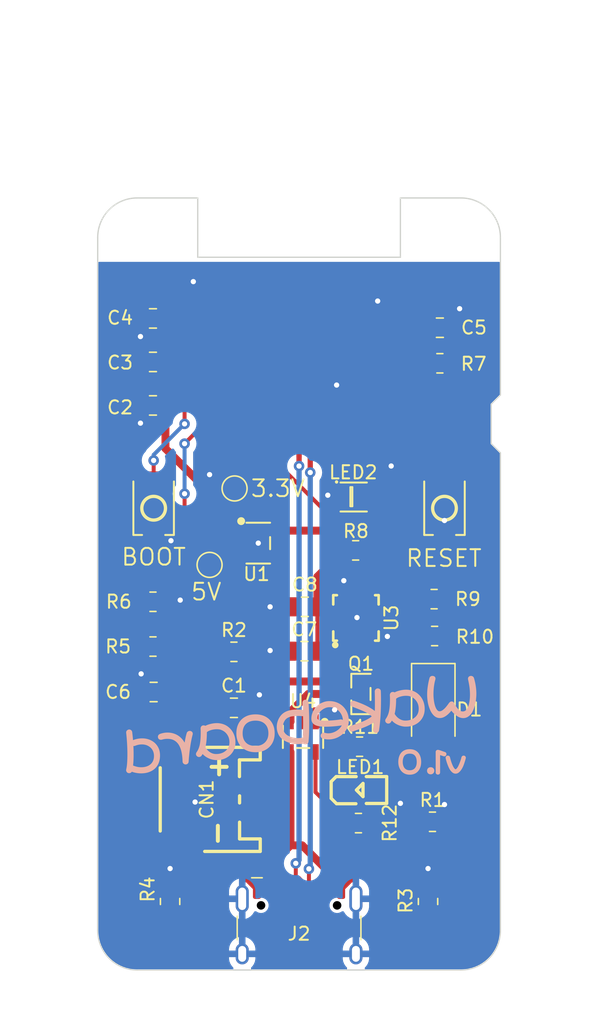
<source format=kicad_pcb>
(kicad_pcb (version 20240108) (generator "pcbnew") (generator_version "8.0")
  (layers (0 "F.Cu" signal) (31 "B.Cu" signal) (34 "B.Paste" user) (35 "F.Paste" user) (36 "B.SilkS" user "B.Silkscreen") (37 "F.SilkS" user "F.Silkscreen") (38 "B.Mask" user) (39 "F.Mask" user) (44 "Edge.Cuts" user))
  (net 0 "")
  (net 31 "Net-(D1-K)")
  (net 32 "GND")
  (net 33 "3.3V")
  (net 34 "RESET")
  (net 35 "VBAT")
  (net 36 "VBUS")
  (net 37 "D+")
  (net 38 "Net-(J2-CC2)")
  (net 39 "Net-(J2-CC1)")
  (net 40 "D-")
  (net 41 "NEOPIXELPWR")
  (net 42 "NEOPIXEL")
  (net 43 "Net-(U1-EN)")
  (net 44 "Net-(U3-CS)")
  (net 45 "SDA")
  (net 46 "SCL")
  (net 47 "Net-(U4-PROG)")
  (net 48 "BOOT")
  (net 49 "INT1")
  (net 57 "Net-(LED1-+)")
  (net 58 "Net-(LED1--)")
  (net 64 "BAT_SENS")
  (footprint "Resistor_SMD:R_0805_2012Metric" (layer "F.Cu") (at 137.3 97.4 -90)
    (property "Reference" "R3")
    (property "Value" "5.1K")
  )
  (footprint "TestPoint:TestPoint_Pad_D1.5mm" (layer "F.Cu") (at 120.7 71.85)
    (property "Reference" "TP1" (hide yes))
    (property "Value" "5V" (hide yes))
  )
  (footprint "Resistor_SMD:R_0805_2012Metric" (layer "F.Cu") (at 116.4 78.05)
    (property "Reference" "R5")
    (property "Value" "470K")
  )
  (footprint "RF_Module:ESP32-S2-MINI-1" (layer "F.Cu") (at 127.5 53.75)
    (property "Reference" "U2" (hide yes))
    (property "Value" "ESP32-S3-MINI-1" (hide yes))
  )
  (footprint "Resistor_SMD:R_0805_2012Metric" (layer "F.Cu") (at 132.0125 91.45)
    (property "Reference" "R12")
    (property "Value" "2k")
  )
  (footprint "easyeda2kicad:SOT-23-3_L2.9-W1.3-P0.95-LS2.4-BR" (layer "F.Cu") (at 132.2 81.65)
    (property "Reference" "Q1")
    (property "Value" "DMP2045UQ-7" (hide yes))
  )
  (footprint "Connector_USB:USB_C_Receptacle_HCTL_HC-TYPE-C-16P-01A" (layer "F.Cu") (at 127.5 100.3)
    (property "Reference" "J2")
    (property "Value" "HCTL HC-TYPE-C-16P-01A" (hide yes))
  )
  (footprint "Resistor_SMD:R_0805_2012Metric" (layer "F.Cu") (at 122.55 78.45)
    (property "Reference" "R2")
    (property "Value" "100K")
  )
  (footprint "easyeda2kicad:SW-SMD_L3.9-W3.0-P4.45" (layer "F.Cu") (at 116.45 67.55 90)
    (property "Reference" "SW1" (hide yes))
    (property "Value" "TS-1088-AR02016" (hide yes))
  )
  (footprint "Capacitor_SMD:C_0805_2012Metric" (layer "F.Cu") (at 122.55 82.7)
    (property "Reference" "C1")
    (property "Value" "10uF")
  )
  (footprint "Capacitor_SMD:C_0805_2012Metric" (layer "F.Cu") (at 116.398 59.748 180)
    (property "Reference" "C2")
    (property "Value" "10uF")
  )
  (footprint "Capacitor_SMD:C_0805_2012Metric" (layer "F.Cu") (at 116.398 56.446 180)
    (property "Reference" "C3")
    (property "Value" "10uF")
  )
  (footprint "easyeda2kicad:SW-SMD_L3.9-W3.0-P4.45" (layer "F.Cu") (at 138.55 67.55 90)
    (property "Reference" "SW2" (hide yes))
    (property "Value" "TS-1088-AR02016" (hide yes))
  )
  (footprint "Resistor_SMD:R_0805_2012Metric" (layer "F.Cu") (at 117.7 97.4 -90)
    (property "Reference" "R4")
    (property "Value" "5.1K")
  )
  (footprint "Diode_SMD:D_SMA" (layer "F.Cu") (at 137.7 82.85 -90)
    (property "Reference" "D1")
    (property "Value" "SK54A-LTP" (hide yes))
  )
  (footprint "easyeda2kicad:TSOT-23-5_L2.9-W1.6-P0.95-LS2.8-BL" (layer "F.Cu") (at 124.4 70.2 -90)
    (property "Reference" "U1")
    (property "Value" "RT9080-33GJ5" (hide yes))
  )
  (footprint "easyeda2kicad:CONN-SMD_P2.00_S2B-PH-SM4-TB-LF-SN" (layer "F.Cu") (at 121.33 89.65 -90)
    (property "Reference" "CN1")
    (property "Value" "JST S2B-PH-SM4-TB(LF)(SN)" (hide yes))
  )
  (footprint "easyeda2kicad:LED-SMD_4P-L2.0-W2.0-TL_WS2812B-2020" (layer "F.Cu") (at 131.65 66.7)
    (property "Reference" "LED2")
    (property "Value" "WS2812B-2020" (hide yes))
  )
  (footprint "Capacitor_SMD:C_0805_2012Metric" (layer "F.Cu") (at 127.941097 75.034188 180)
    (property "Reference" "C8")
    (property "Value" "0.1uF")
  )
  (footprint "Resistor_SMD:R_0805_2012Metric" (layer "F.Cu") (at 132.1 85.65 180)
    (property "Reference" "R11")
    (property "Value" "160")
  )
  (footprint "easyeda2kicad:LED0805-R-RD" (layer "F.Cu") (at 132.16 88.94)
    (property "Reference" "LED1")
    (property "Value" "FC-2012HRK-620D" (hide yes))
  )
  (footprint "Capacitor_SMD:C_0805_2012Metric" (layer "F.Cu") (at 116.45 81.5 180)
    (property "Reference" "C6")
    (property "Value" "10uF")
  )
  (footprint "Capacitor_SMD:C_0805_2012Metric" (layer "F.Cu") (at 138.2 53.85)
    (property "Reference" "C5")
    (property "Value" "10uF")
  )
  (footprint "easyeda2kicad:SOT-23-5_L3.0-W1.7-P0.95-LS2.8-BL" (layer "F.Cu") (at 127.8 84.9 180)
    (property "Reference" "U4")
    (property "Value" "MCP73831T-2ACI/OT" (hide yes))
  )
  (footprint "Resistor_SMD:R_0805_2012Metric" (layer "F.Cu") (at 116.4 74.65 180)
    (property "Reference" "R6")
    (property "Value" "470K")
  )
  (footprint "TestPoint:TestPoint_Pad_D1.5mm" (layer "F.Cu") (at 122.6 66.05)
    (property "Reference" "TP2" (hide yes))
    (property "Value" "3.3V" (hide yes))
  )
  (footprint "Capacitor_SMD:C_0805_2012Metric" (layer "F.Cu") (at 127.908902 78.401495 180)
    (property "Reference" "C7")
    (property "Value" "10uF")
  )
  (footprint "Resistor_SMD:R_0805_2012Metric" (layer "F.Cu") (at 131.8 70.75 180)
    (property "Reference" "R8")
    (property "Value" "5.1K")
  )
  (footprint "Resistor_SMD:R_0805_2012Metric" (layer "F.Cu") (at 138.2 56.55)
    (property "Reference" "R7")
    (property "Value" "5.1K")
  )
  (footprint "Capacitor_SMD:C_0805_2012Metric" (layer "F.Cu") (at 116.398 53.144 180)
    (property "Reference" "C4")
    (property "Value" "0.1uF")
  )
  (footprint "easyeda2kicad:LGA-16_L3.0-W3.0-P0.50-TL" (layer "F.Cu") (at 131.8275 75.882498 90)
    (property "Reference" "U3")
    (property "Value" "LIS3DHTR_C15134" (hide yes))
  )
  (footprint "Resistor_SMD:R_0805_2012Metric" (layer "F.Cu") (at 137.7625 74.45)
    (property "Reference" "R9")
    (property "Value" "5.1K")
  )
  (footprint "Resistor_SMD:R_0805_2012Metric" (layer "F.Cu") (at 137.8 77.25)
    (property "Reference" "R10")
    (property "Value" "5.1K")
  )
  (footprint "Resistor_SMD:R_0805_2012Metric" (layer "F.Cu") (at 137.6375 91.35)
    (property "Reference" "R1")
    (property "Value" "100K")
  )
  (gr_poly (pts (xy 114.6 84.45) (xy 114.605242 84.450347) (xy 114.610451 84.450926) (xy 114.615627 84.451736) (xy 114.62077 84.452778) (xy 114.62588 84.454052) (xy 114.630957 84.455556) (xy 114.636 84.457293) (xy 114.641011 84.459261) (xy 114.645988 84.46146) (xy 114.650933 84.463891) (xy 114.655844 84.466553) (xy 114.660722 84.469447) (xy 114.665567 84.472573) (xy 114.67038 84.47593) (xy 114.675159 84.479518) (xy 114.679293 84.482825) (xy 114.683229 84.486397) (xy 114.686966 84.490234) (xy 114.690505 84.494335) (xy 114.693845 84.4987) (xy 114.696987 84.503331) (xy 114.699931 84.508225) (xy 114.702676 84.513385) (xy 114.705222 84.518809) (xy 114.70757 84.524497) (xy 114.70972 84.530451) (xy 114.711671 84.536668) (xy 114.713424 84.543151) (xy 114.714978 84.549897) (xy 114.716334 84.556909) (xy 114.717492 84.564185) (xy 114.732044 84.685629) (xy 114.746066 84.812893) (xy 114.75956 84.945979) (xy 114.772525 85.084885) (xy 114.792634 85.372751) (xy 114.810625 85.669084) (xy 114.816181 85.818838) (xy 114.820149 85.967534) (xy 114.82253 86.115171) (xy 114.823324 86.26175) (xy 114.82253 86.383459) (xy 114.820149 86.50305) (xy 114.816181 86.620525) (xy 114.810625 86.735883) (xy 114.803482 86.845421) (xy 114.794751 86.949666) (xy 114.78979 86.999805) (xy 114.784432 87.04862) (xy 114.778677 87.096113) (xy 114.772525 87.142283) (xy 114.808178 87.158952) (xy 114.845286 87.175091) (xy 114.883849 87.190702) (xy 114.923867 87.205783) (xy 114.96534 87.220335) (xy 115.008269 87.234358) (xy 115.052653 87.247852) (xy 115.098492 87.260816) (xy 115.145654 87.273715) (xy 115.194006 87.284893) (xy 115.243549 87.294352) (xy 115.294283 87.302091) (xy 115.346208 87.308111) (xy 115.399323 87.31241) (xy 115.453628 87.31499) (xy 115.509125 87.31585) (xy 115.548018 87.315403) (xy 115.586383 87.314064) (xy 115.624218 87.311831) (xy 115.661524 87.308706) (xy 115.698301 87.304688) (xy 115.734549 87.299776) (xy 115.770268 87.293972) (xy 115.805458 87.287275) (xy 115.840118 87.279684) (xy 115.874249 87.271201) (xy 115.907851 87.261825) (xy 115.940924 87.251556) (xy 115.973468 87.240394) (xy 116.005483 87.228339) (xy 116.036968 87.215391) (xy 116.067924 87.20155) (xy 116.097673 87.186865) (xy 116.126595 87.171387) (xy 116.154691 87.155115) (xy 116.181959 87.13805) (xy 116.208401 87.12019) (xy 116.234016 87.101537) (xy 116.258804 87.08209) (xy 116.282766 87.061849) (xy 116.3059 87.040815) (xy 116.328208 87.018987) (xy 116.349689 86.996365) (xy 116.370343 86.97295) (xy 116.39017 86.94874) (xy 116.40917 86.923737) (xy 116.427344 86.89794) (xy 116.444691 86.87135) (xy 116.461095 86.844032) (xy 116.476441 86.816052) (xy 116.490728 86.787411) (xy 116.503957 86.758108) (xy 116.516128 86.728144) (xy 116.527241 86.697519) (xy 116.537295 86.666232) (xy 116.54629 86.634283) (xy 116.554228 86.601673) (xy 116.561107 86.568402) (xy 116.566928 86.534469) (xy 116.57169 86.499875) (xy 116.575395 86.464619) (xy 116.57804 86.428702) (xy 116.579628 86.392124) (xy 116.580157 86.354884) (xy 116.579661 86.319677) (xy 116.578173 86.284967) (xy 116.575692 86.250753) (xy 116.57222 86.217036) (xy 116.567755 86.183814) (xy 116.562298 86.151088) (xy 116.555849 86.118859) (xy 116.548407 86.087125) (xy 116.539974 86.055888) (xy 116.530548 86.025147) (xy 116.52013 85.994902) (xy 116.50872 85.965153) (xy 116.496317 85.9359) (xy 116.482923 85.907143) (xy 116.468536 85.878882) (xy 116.453157 85.851118) (xy 116.436356 85.823965) (xy 116.418761 85.797539) (xy 116.400373 85.771842) (xy 116.381191 85.746872) (xy 116.361214 85.722629) (xy 116.340445 85.699114) (xy 116.318881 85.676327) (xy 116.296524 85.654267) (xy 116.273373 85.632935) (xy 116.249428 85.612331) (xy 116.22469 85.592454) (xy 116.199157 85.573305) (xy 116.172831 85.554883) (xy 116.145712 85.53719) (xy 116.117798 85.520223) (xy 116.089091 85.503984) (xy 116.059722 85.488093) (xy 116.029824 85.473227) (xy 115.999397 85.459386) (xy 115.968441 85.44657) (xy 115.936956 85.434779) (xy 115.904941 85.424014) (xy 115.872397 85.414274) (xy 115.839324 85.405559) (xy 115.805722 85.39787) (xy 115.771591 85.391206) (xy 115.736931 85.385567) (xy 115.701741 85.380953) (xy 115.666022 85.377365) (xy 115.629775 85.374802) (xy 115.592998 85.373264) (xy 115.555691 85.372751) (xy 115.521312 85.373181) (xy 115.486966 85.374471) (xy 115.452653 85.376621) (xy 115.418373 85.37963) (xy 115.384126 85.3835) (xy 115.349912 85.388229) (xy 115.315731 85.393818) (xy 115.281583 85.400268) (xy 115.247468 85.407577) (xy 115.213387 85.415746) (xy 115.179338 85.424775) (xy 115.145323 85.434663) (xy 115.11134 85.445412) (xy 115.077391 85.457021) (xy 115.043475 85.469489) (xy 115.009592 85.482817) (xy 115.005375 85.484355) (xy 115.001191 85.485794) (xy 114.997041 85.487133) (xy 114.992923 85.488373) (xy 114.988839 85.489514) (xy 114.984787 85.490556) (xy 114.980769 85.491498) (xy 114.976784 85.492342) (xy 114.972832 85.493086) (xy 114.968913 85.493731) (xy 114.965026 85.494276) (xy 114.961173 85.494723) (xy 114.957353 85.49507) (xy 114.953567 85.495318) (xy 114.949813 85.495467) (xy 114.946092 85.495516) (xy 114.935691 85.495235) (xy 114.930626 85.494884) (xy 114.925653 85.494392) (xy 114.92077 85.493759) (xy 114.915979 85.492986) (xy 114.911279 85.492073) (xy 114.906669 85.491019) (xy 114.90215 85.489824) (xy 114.897723 85.488488) (xy 114.893386 85.487013) (xy 114.88914 85.485396) (xy 114.884986 85.483639) (xy 114.880922 85.481742) (xy 114.876949 85.479704) (xy 114.873067 85.477525) (xy 114.869276 85.475206) (xy 114.865576 85.472746) (xy 114.861967 85.470146) (xy 114.858449 85.467405) (xy 114.855022 85.464523) (xy 114.851685 85.461501) (xy 114.84844 85.458339) (xy 114.845286 85.455035) (xy 114.842222 85.451592) (xy 114.83925 85.448008) (xy 114.836368 85.444283) (xy 114.833578 85.440417) (xy 114.830878 85.436411) (xy 114.82827 85.432265) (xy 114.825752 85.427978) (xy 114.823325 85.42355) (xy 114.820762 85.419846) (xy 114.818364 85.416142) (xy 114.816131 85.412438) (xy 114.814064 85.408734) (xy 114.812162 85.40503) (xy 114.810426 85.401325) (xy 114.808855 85.397621) (xy 114.807449 85.393917) (xy 114.806209 85.390213) (xy 114.805134 85.386509) (xy 114.804224 85.382805) (xy 114.80348 85.3791) (xy 114.802901 85.375396) (xy 114.802488 85.371692) (xy 114.80224 85.367988) (xy 114.802157 85.364284) (xy 114.802422 85.356478) (xy 114.802753 85.352675) (xy 114.803216 85.348938) (xy 114.803811 85.345267) (xy 114.804539 85.341662) (xy 114.805398 85.338123) (xy 114.806391 85.334651) (xy 114.807515 85.331244) (xy 114.808772 85.327904) (xy 114.810161 85.324629) (xy 114.811682 85.321421) (xy 114.813336 85.31828) (xy 114.815122 85.315204) (xy 114.81704 85.312194) (xy 114.819091 85.309251) (xy 114.821273 85.306373) (xy 114.823589 85.303562) (xy 114.826036 85.300817) (xy 114.828616 85.298138) (xy 114.831328 85.295525) (xy 114.834172 85.292979) (xy 114.840257 85.288084) (xy 114.846872 85.283454) (xy 114.854016 85.279088) (xy 114.861689 85.274987) (xy 114.869891 85.27115) (xy 114.913332 85.253208) (xy 114.956872 85.236424) (xy 115.000512 85.220797) (xy 115.044251 85.206327) (xy 115.088089 85.193016) (xy 115.132026 85.180861) (xy 115.176063 85.169865) (xy 115.220199 85.160025) (xy 115.264434 85.151344) (xy 115.308768 85.14382) (xy 115.353201 85.137453) (xy 115.397734 85.132244) (xy 115.442366 85.128193) (xy 115.487097 85.125299) (xy 115.531927 85.123563) (xy 115.576856 85.122984) (xy 115.621025 85.123563) (xy 115.664632 85.125299) (xy 115.707676 85.128193) (xy 115.750158 85.132244) (xy 115.792078 85.137453) (xy 115.833436 85.14382) (xy 115.874231 85.151344) (xy 115.914465 85.160025) (xy 115.954135 85.169865) (xy 115.993244 85.180861) (xy 116.031791 85.193016) (xy 116.069775 85.206327) (xy 116.107197 85.220797) (xy 116.144057 85.236424) (xy 116.180354 85.253208) (xy 116.216089 85.27115) (xy 116.251081 85.289622) (xy 116.285146 85.309052) (xy 116.318285 85.329441) (xy 116.350498 85.35079) (xy 116.381785 85.373097) (xy 116.412145 85.396364) (xy 116.44158 85.42059) (xy 116.470089 85.445775) (xy 116.497672 85.471919) (xy 116.524329 85.499022) (xy 116.550059 85.527085) (xy 116.574864 85.556106) (xy 116.598743 85.586087) (xy 116.621695 85.617027) (xy 116.643722 85.648925) (xy 116.664822 85.681783) (xy 116.684815 85.715501) (xy 116.703518 85.74998) (xy 116.72093 85.785219) (xy 116.737053 85.821219) (xy 116.751887 85.857979) (xy 116.76543 85.8955) (xy 116.777683 85.933782) (xy 116.788647 85.972825) (xy 116.798321 86.012628) (xy 116.806705 86.053192) (xy 116.813799 86.094517) (xy 116.819603 86.136602) (xy 116.824118 86.179448) (xy 116.827342 86.223054) (xy 116.829277 86.267422) (xy 116.829922 86.31255) (xy 116.829294 86.361332) (xy 116.827408 86.409255) (xy 116.824267 86.456317) (xy 116.819868 86.50252) (xy 116.814212 86.547863) (xy 116.8073 86.592346) (xy 116.799131 86.635969) (xy 116.789705 86.678732) (xy 116.779023 86.720636) (xy 116.767084 86.761679) (xy 116.753888 86.801863) (xy 116.739435 86.841187) (xy 116.723725 86.87965) (xy 116.706759 86.917254) (xy 116.688536 86.953998) (xy 116.669056 86.989882) (xy 116.648402 87.024295) (xy 116.626656 87.057682) (xy 116.60382 87.090044) (xy 116.579891 87.12138) (xy 116.554872 87.151691) (xy 116.528761 87.180977) (xy 116.501558 87.209238) (xy 116.473264 87.236474) (xy 116.443879 87.262684) (xy 116.413402 87.287869) (xy 116.381834 87.312029) (xy 116.349175 87.335163) (xy 116.315424 87.357272) (xy 116.280582 87.378356) (xy 116.244648 87.398415) (xy 116.207623 87.417449) (xy 116.169605 87.435903) (xy 116.130695 87.453167) (xy 116.090892 87.469241) (xy 116.050196 87.484124) (xy 116.008607 87.497816) (xy 115.966124 87.510317) (xy 115.922749 87.521628) (xy 115.878481 87.531749) (xy 115.83332 87.540678) (xy 115.787266 87.548417) (xy 115.740319 87.554966) (xy 115.692479 87.560323) (xy 115.643747 87.564491) (xy 115.594121 87.567467) (xy 115.543602 87.569253) (xy 115.49219 87.569848) (xy 115.492192 87.56985) (xy 115.444303 87.569188) (xy 115.395884 87.567204) (xy 115.346936 87.563896) (xy 115.297459 87.559266) (xy 115.247453 87.553313) (xy 115.196918 87.546037) (xy 115.145853 87.537438) (xy 115.094259 87.527516) (xy 115.042203 87.516337) (xy 114.991866 87.503968) (xy 114.943249 87.490408) (xy 114.896351 87.475658) (xy 114.851174 87.459717) (xy 114.807716 87.442585) (xy 114.765978 87.424263) (xy 114.745754 87.414655) (xy 114.72596 87.40475) (xy 114.717494 87.455549) (xy 114.713409 87.468828) (xy 114.708564 87.481147) (xy 114.705856 87.486948) (xy 114.702958 87.492508) (xy 114.69987 87.497828) (xy 114.696592 87.502909) (xy 114.693123 87.50775) (xy 114.689464 87.512351) (xy 114.685616 87.516713) (xy 114.681576 87.520835) (xy 114.677347 87.524716) (xy 114.672928 87.528359) (xy 114.668318 87.531761) (xy 114.663519 87.534924) (xy 114.658529 87.537846) (xy 114.653349 87.540529) (xy 114.647979 87.542973) (xy 114.642418 87.545176) (xy 114.636668 87.54714) (xy 114.630727 87.548864) (xy 114.624596 87.550348) (xy 114.618275 87.551592) (xy 114.605062 87.553362) (xy 114.591089 87.554172) (xy 114.576355 87.554024) (xy 114.56086 87.552916) (xy 114.555122 87.551742) (xy 114.54955 87.550336) (xy 114.544142 87.548699) (xy 114.5389 87.54683) (xy 114.533824 87.54473) (xy 114.528912 87.542399) (xy 114.524167 87.539836) (xy 114.519586 87.537041) (xy 114.515171 87.534015) (xy 114.510921 87.530757) (xy 114.506836 87.527268) (xy 114.502917 87.523547) (xy 114.499163 87.519595) (xy 114.495575 87.515411) (xy 114.492152 87.510996) (xy 114.488894 87.506349) (xy 114.485818 87.502099) (xy 114.482941 87.497816) (xy 114.480262 87.4935) (xy 114.477781 87.489151) (xy 114.475499 87.484769) (xy 114.473415 87.480354) (xy 114.47153 87.475906) (xy 114.469843 87.471424) (xy 114.468355 87.46691) (xy 114.467065 87.462362) (xy 114.465973 87.457782) (xy 114.46508 87.453168) (xy 114.464386 87.448521) (xy 114.46389 87.443841) (xy 114.463592 87.439128) (xy 114.463493 87.434382) (xy 114.463559 87.428231) (xy 114.463757 87.422476) (xy 114.464088 87.417118) (xy 114.464551 87.412157) (xy 114.464832 87.409825) (xy 114.465146 87.407593) (xy 114.465494 87.405459) (xy 114.465874 87.403425) (xy 114.466287 87.401491) (xy 114.466734 87.399655) (xy 114.467213 87.397919) (xy 114.467726 87.396282) (xy 114.479963 87.342903) (xy 114.491273 87.28648) (xy 114.501658 87.227015) (xy 114.511117 87.164508) (xy 114.51965 87.098957) (xy 114.527257 87.030364) (xy 114.533938 86.958728) (xy 114.539693 86.884049) (xy 114.548952 86.729004) (xy 114.555566 86.568666) (xy 114.559535 86.403037) (xy 114.560858 86.232117) (xy 114.560064 86.087919) (xy 114.557683 85.943192) (xy 114.553714 85.797935) (xy 114.548159 85.65215) (xy 114.54128 85.505571) (xy 114.533343 85.362167) (xy 114.524347 85.221938) (xy 114.514292 85.084884) (xy 114.503445 84.952592) (xy 114.492068 84.826651) (xy 114.480161 84.707059) (xy 114.467725 84.593818) (xy 114.466866 84.585467) (xy 114.466403 84.577347) (xy 114.466336 84.56946) (xy 114.466667 84.561803) (xy 114.467395 84.554378) (xy 114.468519 84.547185) (xy 114.470041 84.540223) (xy 114.471959 84.533493) (xy 114.474274 84.526994) (xy 114.476986 84.520727) (xy 114.480095 84.514691) (xy 114.483601 84.508886) (xy 114.487503 84.503314) (xy 114.491803 84.497972) (xy 114.496499 84.492863) (xy 114.501592 84.487985) (xy 114.506917 84.483371) (xy 114.512308 84.479055) (xy 114.517765 84.475036) (xy 114.523288 84.471316) (xy 114.528877 84.467893) (xy 114.534533 84.464767) (xy 114.540254 84.461939) (xy 114.546042 84.459409) (xy 114.551896 84.457177) (xy 114.557816 84.455242) (xy 114.563802 84.453605) (xy 114.569854 84.452266) (xy 114.575973 84.451224) (xy 114.582158 84.45048) (xy 114.588408 84.450033) (xy 114.594725 84.449884)) (stroke (width 0.209999)) (fill solid) (layer "B.SilkS"))
  (gr_poly (pts (xy 138.806055 86.431763) (xy 138.808882 86.431961) (xy 138.811743 86.432292) (xy 138.814637 86.432755) (xy 138.817564 86.43335) (xy 138.820524 86.434078) (xy 138.823517 86.434937) (xy 138.826543 86.43593) (xy 138.829602 86.437054) (xy 138.832695 86.438311) (xy 138.83582 86.439699) (xy 138.838979 86.441221) (xy 138.841823 86.442626) (xy 138.844535 86.444197) (xy 138.847114 86.445934) (xy 138.849562 86.447835) (xy 138.851877 86.449903) (xy 138.854059 86.452135) (xy 138.85611 86.454533) (xy 138.858028 86.457096) (xy 138.859814 86.459824) (xy 138.861468 86.462718) (xy 138.862989 86.465778) (xy 138.864378 86.469002) (xy 138.865635 86.472392) (xy 138.86676 86.475947) (xy 138.867752 86.479668) (xy 138.868612 86.483554) (xy 138.887133 86.559225) (xy 138.906713 86.633837) (xy 138.92735 86.707391) (xy 138.949046 86.779887) (xy 138.960258 86.815011) (xy 138.971668 86.849473) (xy 138.983276 86.883274) (xy 138.995083 86.916413) (xy 139.007088 86.94889) (xy 139.019292 86.980706) (xy 139.031694 87.011861) (xy 139.044295 87.042354) (xy 139.056466 87.071458) (xy 139.068637 87.099504) (xy 139.080808 87.126492) (xy 139.092978 87.152421) (xy 139.105149 87.177292) (xy 139.11732 87.201104) (xy 139.129491 87.223858) (xy 139.141662 87.245554) (xy 139.148739 87.257791) (xy 139.156214 87.270161) (xy 139.164085 87.282662) (xy 139.172353 87.295296) (xy 139.181018 87.308062) (xy 139.19008 87.32096) (xy 139.199539 87.333991) (xy 139.209395 87.347154) (xy 139.214182 87.353438) (xy 139.219019 87.35959) (xy 139.223906 87.365609) (xy 139.228842 87.371496) (xy 139.233828 87.377251) (xy 139.238863 87.382873) (xy 139.243948 87.388364) (xy 139.249083 87.393721) (xy 139.254267 87.398947) (xy 139.259501 87.40404) (xy 139.264784 87.409001) (xy 139.270117 87.41383) (xy 139.2755 87.418526) (xy 139.280932 87.42309) (xy 139.286414 87.427522) (xy 139.291945 87.431821) (xy 139.297526 87.435922) (xy 139.303157 87.439759) (xy 139.308837 87.44333) (xy 139.314567 87.446638) (xy 139.320346 87.44968) (xy 139.326175 87.452459) (xy 139.332054 87.454972) (xy 139.337982 87.457221) (xy 139.34396 87.459205) (xy 139.349987 87.460925) (xy 139.356064 87.46238) (xy 139.362191 87.463571) (xy 139.368368 87.464497) (xy 139.374594 87.465159) (xy 139.380869 87.465555) (xy 139.387195 87.465688) (xy 139.396926 87.46544) (xy 139.406542 87.464696) (xy 139.416042 87.463455) (xy 139.425427 87.461719) (xy 139.434695 87.459487) (xy 139.443848 87.456758) (xy 139.452885 87.453534) (xy 139.461807 87.449813) (xy 139.470613 87.445596) (xy 139.479303 87.440883) (xy 139.487877 87.435674) (xy 139.496335 87.429969) (xy 139.504678 87.423768) (xy 139.512905 87.417071) (xy 139.521017 87.409877) (xy 139.529012 87.402188) (xy 139.544258 87.385982) (xy 139.559306 87.369115) (xy 139.574156 87.351586) (xy 139.588807 87.333396) (xy 139.60326 87.314545) (xy 139.617514 87.295032) (xy 139.63157 87.274857) (xy 139.645428 87.254021) (xy 139.655548 87.236592) (xy 139.665801 87.21817) (xy 139.676186 87.198757) (xy 139.686703 87.178351) (xy 139.697352 87.156953) (xy 139.708134 87.134562) (xy 139.719048 87.11118) (xy 139.730094 87.086805) (xy 139.752186 87.036401) (xy 139.774014 86.984675) (xy 139.795577 86.931626) (xy 139.816877 86.877254) (xy 139.837513 86.821692) (xy 139.857092 86.767188) (xy 139.875613 86.713742) (xy 139.893076 86.661354) (xy 139.908024 86.611083) (xy 139.914804 86.587139) (xy 139.92112 86.563988) (xy 139.926974 86.54163) (xy 139.932365 86.520067) (xy 139.937294 86.499297) (xy 139.941759 86.479321) (xy 139.944298 86.472938) (xy 139.94715 86.467018) (xy 139.950317 86.461561) (xy 139.953798 86.456567) (xy 139.955656 86.454243) (xy 139.957593 86.452036) (xy 139.959608 86.449944) (xy 139.961702 86.447968) (xy 139.963875 86.446107) (xy 139.966126 86.444363) (xy 139.968455 86.442734) (xy 139.970863 86.441221) (xy 139.97335 86.439823) (xy 139.975915 86.438542) (xy 139.978559 86.437376) (xy 139.981281 86.436326) (xy 139.984082 86.435392) (xy 139.986961 86.434573) (xy 139.992956 86.433283) (xy 139.999264 86.432456) (xy 140.005887 86.432093) (xy 140.012824 86.432192) (xy 140.020076 86.432754) (xy 140.022945 86.433341) (xy 140.025731 86.434044) (xy 140.028435 86.434863) (xy 140.031056 86.435797) (xy 140.033594 86.436847) (xy 140.03605 86.438013) (xy 140.038423 86.439294) (xy 140.040713 86.440692) (xy 140.042921 86.442205) (xy 140.045045 86.443833) (xy 140.047088 86.445578) (xy 140.049047 86.447438) (xy 140.050924 86.449414) (xy 140.052718 86.451506) (xy 140.054429 86.453714) (xy 140.056058 86.456037) (xy 140.057596 86.458162) (xy 140.059035 86.460304) (xy 140.060374 86.462462) (xy 140.061614 86.464636) (xy 140.062755 86.466827) (xy 140.063797 86.469035) (xy 140.064739 86.471259) (xy 140.065582 86.4735) (xy 140.066326 86.475757) (xy 140.066971 86.478031) (xy 140.067517 86.480321) (xy 140.067963 86.482628) (xy 140.06831 86.484951) (xy 140.068558 86.487291) (xy 140.068707 86.489647) (xy 140.068757 86.49202) (xy 140.068723 86.495096) (xy 140.068624 86.497973) (xy 140.068457 86.500652) (xy 140.068349 86.501917) (xy 140.068224 86.503132) (xy 140.068083 86.504298) (xy 140.067925 86.505414) (xy 140.06775 86.506481) (xy 140.067558 86.507498) (xy 140.06735 86.508466) (xy 140.067125 86.509383) (xy 140.066884 86.510252) (xy 140.066626 86.51107) (xy 140.032097 86.633175) (xy 139.996246 86.751841) (xy 139.959073 86.867067) (xy 139.920576 86.978854) (xy 139.900336 87.032597) (xy 139.878772 87.08482) (xy 139.855886 87.13552) (xy 139.831676 87.1847) (xy 139.806144 87.232358) (xy 139.779289 87.278495) (xy 139.75111 87.32311) (xy 139.736525 87.344847) (xy 139.721609 87.366204) (xy 139.712837 87.378243) (xy 139.703982 87.390017) (xy 139.695044 87.401526) (xy 139.686023 87.412771) (xy 139.67692 87.423751) (xy 139.667734 87.434467) (xy 139.658465 87.444918) (xy 139.649113 87.455104) (xy 139.639679 87.465026) (xy 139.630163 87.474684) (xy 139.620563 87.484076) (xy 139.610881 87.493204) (xy 139.601116 87.502068) (xy 139.591268 87.510667) (xy 139.581338 87.519001) (xy 139.571325 87.527071) (xy 139.561205 87.535017) (xy 139.550952 87.54245) (xy 139.540567 87.54937) (xy 139.53005 87.555778) (xy 139.519401 87.561673) (xy 139.508619 87.567056) (xy 139.497705 87.571926) (xy 139.486659 87.576283) (xy 139.47548 87.580128) (xy 139.464169 87.58346) (xy 139.452726 87.58628) (xy 139.44115 87.588586) (xy 139.429443 87.590381) (xy 139.417602 87.591662) (xy 139.40563 87.592431) (xy 139.393525 87.592687) (xy 139.393546 87.592688) (xy 139.381962 87.59244) (xy 139.370494 87.591696) (xy 139.359142 87.590456) (xy 139.347905 87.588719) (xy 139.336784 87.586487) (xy 139.325779 87.583758) (xy 139.31489 87.580534) (xy 139.304116 87.576813) (xy 139.293458 87.572596) (xy 139.282916 87.567883) (xy 139.27249 87.562674) (xy 139.262179 87.556969) (xy 139.251985 87.550768) (xy 139.241906 87.544071) (xy 139.231943 87.536878) (xy 139.222095 87.529188) (xy 139.212331 87.521366) (xy 139.202616 87.513247) (xy 139.19295 87.50483) (xy 139.183334 87.496115) (xy 139.173768 87.487103) (xy 139.164251 87.477793) (xy 139.154784 87.468185) (xy 139.145366 87.45828) (xy 139.12668 87.437576) (xy 139.108192 87.415682) (xy 139.089902 87.392597) (xy 139.071811 87.368321) (xy 139.059641 87.350793) (xy 139.04747 87.332074) (xy 139.035299 87.312164) (xy 139.023128 87.291063) (xy 139.010957 87.268772) (xy 138.998787 87.24529) (xy 138.986616 87.220618) (xy 138.974445 87.194755) (xy 138.961845 87.168032) (xy 138.949443 87.14078) (xy 138.937239 87.112998) (xy 138.925233 87.084688) (xy 138.913426 87.055848) (xy 138.901818 87.02648) (xy 138.890408 86.996582) (xy 138.879196 86.966155) (xy 138.867753 86.935529) (xy 138.856707 86.905036) (xy 138.846058 86.874675) (xy 138.835805 86.844446) (xy 138.825949 86.81435) (xy 138.81649 86.784386) (xy 138.807428 86.754554) (xy 138.798762 86.724854) (xy 138.790031 86.695056) (xy 138.781829 86.665985) (xy 138.774156 86.637641) (xy 138.767013 86.610025) (xy 138.760399 86.583137) (xy 138.754313 86.556976) (xy 138.748757 86.531543) (xy 138.74373 86.506838) (xy 138.743019 86.503166) (xy 138.742473 86.499561) (xy 138.742092 86.496022) (xy 138.741877 86.49255) (xy 138.741828 86.489143) (xy 138.741943 86.485803) (xy 138.742224 86.482528) (xy 138.742671 86.47932) (xy 138.743283 86.476178) (xy 138.74406 86.473103) (xy 138.745002 86.470093) (xy 138.74611 86.46715) (xy 138.747384 86.464273) (xy 138.748823 86.461461) (xy 138.750427 86.458717) (xy 138.752196 86.456038) (xy 138.754089 86.453468) (xy 138.756065 86.451047) (xy 138.758124 86.448774) (xy 138.760265 86.44665) (xy 138.762489 86.444675) (xy 138.764796 86.442848) (xy 138.767185 86.44117) (xy 138.769658 86.439641) (xy 138.772213 86.43826) (xy 138.77485 86.437027) (xy 138.777571 86.435944) (xy 138.780374 86.435009) (xy 138.783259 86.434222) (xy 138.786228 86.433585) (xy 138.789279 86.433095) (xy 138.792413 86.432755) (xy 138.795075 86.432292) (xy 138.797771 86.431961) (xy 138.800499 86.431763) (xy 138.80326 86.431697)) (stroke (width 0.209999)) (fill solid) (layer "B.SilkS"))
  (gr_poly (pts (xy 121.28414 83.966552) (xy 121.311657 83.967346) (xy 121.339173 83.968668) (xy 121.36669 83.97052) (xy 121.380316 83.971645) (xy 121.393678 83.972902) (xy 121.406775 83.974291) (xy 121.419607 83.975812) (xy 121.432175 83.977465) (xy 121.444478 83.979251) (xy 121.456516 83.981169) (xy 121.46829 83.983219) (xy 121.509747 83.990115) (xy 121.550509 83.998102) (xy 121.590577 84.007181) (xy 121.62995 84.017351) (xy 121.668629 84.028612) (xy 121.706613 84.040965) (xy 121.743903 84.054409) (xy 121.780498 84.068944) (xy 121.816399 84.084571) (xy 121.851605 84.101289) (xy 121.886117 84.119099) (xy 121.919934 84.138) (xy 121.953056 84.157993) (xy 121.985484 84.179077) (xy 122.017217 84.201252) (xy 122.048256 84.224519) (xy 122.078518 84.248712) (xy 122.10792 84.273666) (xy 122.136462 84.29938) (xy 122.164144 84.325855) (xy 122.190966 84.35309) (xy 122.216928 84.381086) (xy 122.242031 84.409843) (xy 122.266273 84.439361) (xy 122.289656 84.469639) (xy 122.312178 84.500678) (xy 122.333841 84.532478) (xy 122.354644 84.565038) (xy 122.374587 84.598359) (xy 122.39367 84.63244) (xy 122.411893 84.667283) (xy 122.429256 84.702886) (xy 122.445148 84.738555) (xy 122.460014 84.774654) (xy 122.473855 84.811183) (xy 122.486671 84.848142) (xy 122.498461 84.885531) (xy 122.509227 84.92335) (xy 122.518966 84.961598) (xy 122.527681 85.000277) (xy 122.535371 85.039386) (xy 122.542035 85.078924) (xy 122.547674 85.118893) (xy 122.552287 85.159291) (xy 122.555876 85.20012) (xy 122.558439 85.241378) (xy 122.559977 85.283066) (xy 122.560489 85.325185) (xy 122.559828 85.36985) (xy 122.557843 85.413886) (xy 122.554536 85.457294) (xy 122.549906 85.500074) (xy 122.543953 85.542225) (xy 122.536677 85.583748) (xy 122.528078 85.624643) (xy 122.518156 85.664909) (xy 122.506911 85.704547) (xy 122.494344 85.743556) (xy 122.480453 85.781938) (xy 122.465239 85.81969) (xy 122.448703 85.856815) (xy 122.430844 85.893311) (xy 122.411662 85.929178) (xy 122.391157 85.964417) (xy 122.369494 85.998863) (xy 122.346839 86.032349) (xy 122.323192 86.064876) (xy 122.298552 86.096444) (xy 122.272921 86.127053) (xy 122.246297 86.156703) (xy 122.218681 86.185394) (xy 122.190073 86.213126) (xy 122.160473 86.239898) (xy 122.129881 86.265711) (xy 122.098296 86.290566) (xy 122.065719 86.314461) (xy 122.03215 86.337397) (xy 121.997589 86.359374) (xy 121.962035 86.380392) (xy 121.92549 86.400451) (xy 121.888134 86.41993) (xy 121.85015 86.438154) (xy 121.811537 86.45512) (xy 121.772296 86.47083) (xy 121.732427 86.485282) (xy 121.691929 86.498479) (xy 121.650803 86.510418) (xy 121.609049 86.5211) (xy 121.566666 86.530526) (xy 121.523654 86.538695) (xy 121.480015 86.545608) (xy 121.435747 86.551263) (xy 121.39085 86.555662) (xy 121.345325 86.558804) (xy 121.299172 86.560689) (xy 121.252391 86.561317) (xy 121.184656 86.561317) (xy 121.175198 86.561251) (xy 121.165871 86.561053) (xy 121.156677 86.560722) (xy 121.147615 86.560259) (xy 121.138685 86.559664) (xy 121.129888 86.558936) (xy 121.121223 86.558076) (xy 121.11269 86.557084) (xy 121.112688 86.557086) (xy 121.076854 86.552456) (xy 121.041317 86.547032) (xy 121.006078 86.540815) (xy 120.971136 86.533803) (xy 120.936492 86.525998) (xy 120.902146 86.517399) (xy 120.868098 86.508006) (xy 120.834347 86.49782) (xy 120.800894 86.48684) (xy 120.767738 86.475066) (xy 120.73488 86.462498) (xy 120.70232 86.449137) (xy 120.670058 86.434981) (xy 120.638093 86.420032) (xy 120.606426 86.40429) (xy 120.575056 86.387753) (xy 120.544133 86.370919) (xy 120.513805 86.353225) (xy 120.484072 86.334671) (xy 120.454935 86.315257) (xy 120.426393 86.294984) (xy 120.398446 86.27385) (xy 120.371095 86.251857) (xy 120.344339 86.229003) (xy 120.318178 86.20529) (xy 120.292613 86.180717) (xy 120.267643 86.155284) (xy 120.243268 86.128991) (xy 120.219489 86.101838) (xy 120.196305 86.073825) (xy 120.173716 86.044953) (xy 120.151723 86.01522) (xy 120.138229 86.043795) (xy 120.123148 86.074487) (xy 120.106479 86.107295) (xy 120.088223 86.14222) (xy 120.07764 86.160013) (xy 120.067056 86.177409) (xy 120.056473 86.194409) (xy 120.04589 86.211011) (xy 120.035306 86.227217) (xy 120.024723 86.243026) (xy 120.01414 86.258438) (xy 120.003556 86.273453) (xy 119.998182 86.280117) (xy 119.992642 86.286351) (xy 119.986937 86.292156) (xy 119.981067 86.29753) (xy 119.975031 86.302474) (xy 119.96883 86.306989) (xy 119.962463 86.311073) (xy 119.955931 86.314728) (xy 119.949234 86.317952) (xy 119.942371 86.320747) (xy 119.935343 86.323112) (xy 119.92815 86.325046) (xy 119.920791 86.326551) (xy 119.913267 86.327626) (xy 119.905577 86.328271) (xy 119.897723 86.328486) (xy 119.891935 86.328354) (xy 119.886213 86.327957) (xy 119.880558 86.327295) (xy 119.874968 86.326369) (xy 119.869445 86.325179) (xy 119.863988 86.323724) (xy 119.858597 86.322004) (xy 119.853273 86.320019) (xy 119.848014 86.31777) (xy 119.842821 86.315257) (xy 119.837695 86.312479) (xy 119.832635 86.309436) (xy 119.827641 86.306129) (xy 119.822713 86.302557) (xy 119.817851 86.298721) (xy 119.813056 86.29462) (xy 119.807929 86.29032) (xy 119.803134 86.285888) (xy 119.798669 86.281324) (xy 119.794535 86.276628) (xy 119.790732 86.271799) (xy 119.787259 86.266838) (xy 119.784117 86.261745) (xy 119.781306 86.256519) (xy 119.778826 86.251161) (xy 119.776676 86.245671) (xy 119.774857 86.240049) (xy 119.773369 86.234294) (xy 119.772211 86.228407) (xy 119.771384 86.222388) (xy 119.770888 86.216237) (xy 119.770723 86.209953) (xy 119.770822 86.20519) (xy 119.77112 86.200428) (xy 119.771616 86.195665) (xy 119.77231 86.190903) (xy 119.773203 86.18614) (xy 119.774295 86.181378) (xy 119.775584 86.176615) (xy 119.777073 86.171853) (xy 119.778759 86.16709) (xy 119.780645 86.162328) (xy 119.782728 86.157565) (xy 119.78501 86.152803) (xy 119.787491 86.14804) (xy 119.79017 86.143278) (xy 119.793047 86.138515) (xy 119.796123 86.133753) (xy 119.819985 86.098993) (xy 119.842888 86.063506) (xy 119.864832 86.027291) (xy 119.885817 85.990349) (xy 119.905843 85.952678) (xy 119.924909 85.914281) (xy 119.943017 85.875156) (xy 119.960165 85.835303) (xy 119.976354 85.794722) (xy 119.991584 85.753414) (xy 120.005855 85.711379) (xy 120.006154 85.710418) (xy 120.270257 85.710418) (xy 120.289671 85.74488) (xy 120.309813 85.778416) (xy 120.330682 85.811026) (xy 120.352278 85.84271) (xy 120.374602 85.873467) (xy 120.397654 85.903299) (xy 120.421434 85.932205) (xy 120.445941 85.960184) (xy 120.471175 85.987238) (xy 120.497137 86.013366) (xy 120.523827 86.038567) (xy 120.551245 86.062843) (xy 120.57939 86.086192) (xy 120.608262 86.108616) (xy 120.637863 86.130113) (xy 120.66819 86.150684) (xy 120.698535 86.170164) (xy 120.729243 86.188387) (xy 120.760315 86.205354) (xy 120.791751 86.221063) (xy 120.823551 86.235516) (xy 120.855714 86.248712) (xy 120.888241 86.260652) (xy 120.921132 86.271334) (xy 120.954387 86.28076) (xy 120.988005 86.288929) (xy 121.021988 86.295841) (xy 121.056334 86.301497) (xy 121.091044 86.305896) (xy 121.126118 86.309038) (xy 121.161556 86.310923) (xy 121.197357 86.311551) (xy 121.235771 86.311087) (xy 121.273756 86.309698) (xy 121.31131 86.307383) (xy 121.348434 86.304142) (xy 121.385129 86.299975) (xy 121.421393 86.294882) (xy 121.457228 86.288862) (xy 121.492632 86.281917) (xy 121.527607 86.274046) (xy 121.562152 86.265248) (xy 121.596266 86.255525) (xy 121.629951 86.244875) (xy 121.663206 86.2333) (xy 121.696031 86.220798) (xy 121.728426 86.207371) (xy 121.76039 86.193017) (xy 121.791744 86.177275) (xy 121.822303 86.160738) (xy 121.852069 86.143408) (xy 121.88104 86.125284) (xy 121.909219 86.106366) (xy 121.936603 86.086655) (xy 121.963194 86.06615) (xy 121.98899 86.044851) (xy 122.013994 86.022758) (xy 122.038203 85.999872) (xy 122.061619 85.976191) (xy 122.08424 85.951717) (xy 122.106069 85.92645) (xy 122.127103 85.900388) (xy 122.147344 85.873533) (xy 122.166791 85.845884) (xy 122.184733 85.817491) (xy 122.201517 85.788403) (xy 122.217144 85.758621) (xy 122.231613 85.728145) (xy 122.244925 85.696973) (xy 122.25708 85.665108) (xy 122.268076 85.632547) (xy 122.277916 85.599293) (xy 122.286597 85.565343) (xy 122.294121 85.530699) (xy 122.300488 85.495361) (xy 122.305697 85.459328) (xy 122.309748 85.422601) (xy 122.312642 85.385179) (xy 122.314379 85.347062) (xy 122.314957 85.308251) (xy 122.31423 85.264115) (xy 122.312047 85.220608) (xy 122.308409 85.177729) (xy 122.303316 85.135479) (xy 122.296767 85.093856) (xy 122.288764 85.052863) (xy 122.279305 85.012497) (xy 122.268391 84.97276) (xy 122.256021 84.933651) (xy 122.242197 84.895171) (xy 122.226917 84.857319) (xy 122.210182 84.820096) (xy 122.191992 84.7835) (xy 122.172346 84.747534) (xy 122.151246 84.712195) (xy 122.12869 84.677485) (xy 122.104365 84.643188) (xy 122.079014 84.610149) (xy 122.052639 84.578366) (xy 122.025238 84.547839) (xy 121.996812 84.51857) (xy 121.96736 84.490557) (xy 121.936884 84.463801) (xy 121.905382 84.438302) (xy 121.872855 84.41406) (xy 121.839302 84.391074) (xy 121.804724 84.369345) (xy 121.769121 84.348873) (xy 121.732493 84.329658) (xy 121.69484 84.311699) (xy 121.656161 84.294997) (xy 121.616457 84.279552) (xy 121.59615 84.271416) (xy 121.575447 84.263941) (xy 121.554347 84.257128) (xy 121.532849 84.250977) (xy 121.510955 84.245487) (xy 121.488664 84.240658) (xy 121.465976 84.236491) (xy 121.442891 84.232986) (xy 121.419409 84.230009) (xy 121.395531 84.22743) (xy 121.371255 84.225247) (xy 121.346583 84.223461) (xy 121.321514 84.222072) (xy 121.296048 84.22108) (xy 121.270184 84.220485) (xy 121.243924 84.220287) (xy 121.203642 84.220816) (xy 121.163227 84.222403) (xy 121.122679 84.225049) (xy 121.082 84.228753) (xy 121.041188 84.233516) (xy 121.000243 84.239337) (xy 120.959167 84.246216) (xy 120.917958 84.254153) (xy 120.87708 84.263083) (xy 120.836995 84.272939) (xy 120.797705 84.283721) (xy 120.759208 84.295428) (xy 120.721505 84.308062) (xy 120.684595 84.321622) (xy 120.64848 84.336108) (xy 120.613158 84.35152) (xy 120.59591 84.359573) (xy 120.579093 84.367858) (xy 120.562705 84.376374) (xy 120.546748 84.385122) (xy 120.53122 84.394101) (xy 120.516122 84.403312) (xy 120.501455 84.412754) (xy 120.487217 84.422428) (xy 120.473409 84.432334) (xy 120.460031 84.44247) (xy 120.447083 84.452839) (xy 120.434565 84.463439) (xy 120.422477 84.47427) (xy 120.410819 84.485333) (xy 120.39959 84.496627) (xy 120.388792 84.508153) (xy 120.389321 84.592423) (xy 120.388792 84.675899) (xy 120.387204 84.758581) (xy 120.384558 84.840469) (xy 120.380854 84.921564) (xy 120.376091 85.001865) (xy 120.37027 85.081372) (xy 120.363391 85.160085) (xy 120.355453 85.237211) (xy 120.346457 85.311956) (xy 120.336403 85.384319) (xy 120.32529 85.454301) (xy 120.31312 85.521902) (xy 120.299891 85.587122) (xy 120.285603 85.649961) (xy 120.270257 85.710418) (xy 120.006154 85.710418) (xy 120.019167 85.668615) (xy 120.03152 85.625125) (xy 120.042913 85.580906) (xy 120.053348 85.53596) (xy 120.062823 85.490286) (xy 120.078698 85.396558) (xy 120.092457 85.299522) (xy 120.104098 85.199179) (xy 120.113623 85.095528) (xy 120.121031 84.988571) (xy 120.126323 84.878306) (xy 120.129498 84.764734) (xy 120.130556 84.647854) (xy 120.130556 84.461587) (xy 120.122091 84.271088) (xy 120.12219 84.264787) (xy 120.122488 84.258586) (xy 120.122984 84.252484) (xy 120.123678 84.246481) (xy 120.124571 84.240578) (xy 120.125663 84.234773) (xy 120.126952 84.229068) (xy 120.128441 84.223462) (xy 120.130127 84.217956) (xy 120.132013 84.212548) (xy 120.134096 84.20724) (xy 120.136378 84.202031) (xy 120.138859 84.196921) (xy 120.141538 84.191911) (xy 120.144415 84.187) (xy 120.147491 84.182188) (xy 120.150749 84.177557) (xy 120.154172 84.173192) (xy 120.15776 84.169091) (xy 120.161514 84.165254) (xy 120.165433 84.161682) (xy 120.169518 84.158375) (xy 120.173767 84.155332) (xy 120.178183 84.152554) (xy 120.182763 84.150041) (xy 120.187509 84.147792) (xy 120.19242 84.145807) (xy 120.197497 84.144087) (xy 120.202739 84.142632) (xy 120.208146 84.141442) (xy 120.213719 84.140516) (xy 120.219457 84.139854) (xy 120.223228 84.138879) (xy 120.22713 84.138068) (xy 120.231165 84.137424) (xy 120.235332 84.136944) (xy 120.239632 84.13663) (xy 120.244064 84.136481) (xy 120.248628 84.136498) (xy 120.253324 84.13668) (xy 120.258153 84.137027) (xy 120.263114 84.13754) (xy 120.268207 84.138217) (xy 120.273433 84.139061) (xy 120.27879 84.140069) (xy 120.284281 84.141243) (xy 120.289903 84.142583) (xy 120.295658 84.144087) (xy 120.301379 84.145294) (xy 120.306902 84.146799) (xy 120.312227 84.148602) (xy 120.317353 84.150702) (xy 120.322281 84.153099) (xy 120.32701 84.155795) (xy 120.331541 84.158788) (xy 120.335873 84.162079) (xy 120.340008 84.165667) (xy 120.343943 84.169553) (xy 120.347681 84.173737) (xy 120.351219 84.178218) (xy 120.35456 84.182997) (xy 120.357702 84.188074) (xy 120.360645 84.193448) (xy 120.363391 84.19912) (xy 120.384872 84.18556) (xy 120.406981 84.172397) (xy 120.429719 84.159631) (xy 120.453085 84.147262) (xy 120.477079 84.13529) (xy 120.501702 84.123714) (xy 120.526953 84.112535) (xy 120.552833 84.101754) (xy 120.606477 84.081381) (xy 120.662635 84.062596) (xy 120.721306 84.045398) (xy 120.78249 84.029787) (xy 120.843609 84.014904) (xy 120.904199 84.002006) (xy 120.964259 83.991092) (xy 121.023791 83.982162) (xy 121.082793 83.975217) (xy 121.141266 83.970256) (xy 121.199209 83.967279) (xy 121.256624 83.966287)) (stroke (width 0.209999)) (fill solid) (layer "B.SilkS"))
  (gr_poly (pts (xy 133.483297 81.330801) (xy 133.488638 81.331148) (xy 133.494013 81.331727) (xy 133.49942 81.332537) (xy 133.504861 81.333579) (xy 133.510335 81.334852) (xy 133.515841 81.336357) (xy 133.521381 81.338093) (xy 133.526954 81.340061) (xy 133.532559 81.34226) (xy 133.538198 81.344691) (xy 133.54387 81.347354) (xy 133.549575 81.350248) (xy 133.555313 81.353373) (xy 133.561084 81.35673) (xy 133.566887 81.360318) (xy 133.572014 81.363659) (xy 133.57681 81.36733) (xy 133.581275 81.371332) (xy 133.585409 81.375664) (xy 133.589212 81.380327) (xy 133.592685 81.385321) (xy 133.595827 81.390646) (xy 133.598638 81.396302) (xy 133.601119 81.402288) (xy 133.603268 81.408605) (xy 133.605087 81.415252) (xy 133.606576 81.422231) (xy 133.607733 81.42954) (xy 133.60856 81.43718) (xy 133.609056 81.44515) (xy 133.609221 81.453452) (xy 133.614777 81.615905) (xy 133.618745 81.781534) (xy 133.621126 81.950338) (xy 133.62192 82.122317) (xy 133.619803 82.410978) (xy 133.613453 82.701225) (xy 133.60287 82.99306) (xy 133.588052 83.286483) (xy 133.566622 83.574879) (xy 133.540429 83.855866) (xy 133.509473 84.129445) (xy 133.473754 84.395616) (xy 133.470298 84.408432) (xy 133.466279 84.420421) (xy 133.461698 84.431583) (xy 133.459197 84.436854) (xy 133.456555 84.441918) (xy 133.453773 84.446776) (xy 133.45085 84.451426) (xy 133.447787 84.455871) (xy 133.444583 84.460108) (xy 133.441238 84.464139) (xy 133.437753 84.467963) (xy 133.434128 84.47158) (xy 133.430361 84.474991) (xy 133.426455 84.478195) (xy 133.422407 84.481192) (xy 133.418219 84.483983) (xy 133.413891 84.486566) (xy 133.409422 84.488943) (xy 133.404813 84.491114) (xy 133.400062 84.493078) (xy 133.395172 84.494835) (xy 133.390141 84.496385) (xy 133.384969 84.497728) (xy 133.379657 84.498865) (xy 133.374204 84.499795) (xy 133.36861 84.500519) (xy 133.362876 84.501036) (xy 133.350987 84.501449) (xy 133.350991 84.50145) (xy 133.344674 84.501301) (xy 133.338423 84.500855) (xy 133.332238 84.500111) (xy 133.32612 84.499069) (xy 133.320068 84.49773) (xy 133.314081 84.496092) (xy 133.308161 84.494158) (xy 133.302307 84.491925) (xy 133.29652 84.489395) (xy 133.290798 84.486567) (xy 133.285143 84.483442) (xy 133.279553 84.480019) (xy 133.27403 84.476298) (xy 133.268573 84.47228) (xy 133.263182 84.467964) (xy 133.257857 84.463351) (xy 133.252763 84.458968) (xy 133.248067 84.454289) (xy 133.243767 84.449311) (xy 133.239865 84.444036) (xy 133.236359 84.438463) (xy 133.23325 84.432593) (xy 133.230538 84.426425) (xy 133.228223 84.419959) (xy 133.226304 84.413196) (xy 133.224783 84.406135) (xy 133.223659 84.398776) (xy 133.222931 84.391119) (xy 133.2226 84.383165) (xy 133.222666 84.374914) (xy 133.223129 84.366364) (xy 133.223989 84.357517) (xy 133.240924 84.258034) (xy 133.257857 84.154317) (xy 133.264208 84.101401) (xy 133.270558 84.044251) (xy 133.276908 83.982868) (xy 133.283258 83.917251) (xy 133.298074 83.761676) (xy 133.317124 83.574351) (xy 133.283059 83.604977) (xy 133.246481 83.63547) (xy 133.207389 83.665831) (xy 133.165783 83.696059) (xy 133.121664 83.726156) (xy 133.075031 83.75612) (xy 133.025885 83.785952) (xy 132.974224 83.815651) (xy 132.920976 83.84502) (xy 132.867067 83.873859) (xy 132.812497 83.902169) (xy 132.757265 83.929951) (xy 132.701372 83.957203) (xy 132.644817 83.983925) (xy 132.587601 84.010119) (xy 132.529724 84.035784) (xy 132.412779 84.083144) (xy 132.299009 84.127859) (xy 132.188413 84.169928) (xy 132.080992 84.209351) (xy 131.977805 84.24745) (xy 131.884142 84.281317) (xy 131.800005 84.31095) (xy 131.725392 84.33635) (xy 131.661363 84.359105) (xy 131.613208 84.376567) (xy 131.595084 84.383314) (xy 131.580929 84.388738) (xy 131.570743 84.392839) (xy 131.564526 84.395617) (xy 131.55639 84.397601) (xy 131.548915 84.399321) (xy 131.542102 84.400776) (xy 131.535951 84.401966) (xy 131.53046 84.402892) (xy 131.525632 84.403554) (xy 131.523465 84.403785) (xy 131.521465 84.40395) (xy 131.519629 84.40405) (xy 131.517959 84.404083) (xy 131.508599 84.403736) (xy 131.504043 84.403301) (xy 131.49957 84.402694) (xy 131.49518 84.401912) (xy 131.490872 84.400957) (xy 131.486647 84.399829) (xy 131.482505 84.398527) (xy 131.478445 84.397051) (xy 131.474468 84.395401) (xy 131.470574 84.393578) (xy 131.466762 84.391581) (xy 131.463033 84.389411) (xy 131.459387 84.387067) (xy 131.455823 84.384549) (xy 131.452342 84.381858) (xy 131.448944 84.378993) (xy 131.445628 84.375954) (xy 131.442395 84.372742) (xy 131.439245 84.369356) (xy 131.433193 84.362064) (xy 131.427471 84.354077) (xy 131.42208 84.345395) (xy 131.41702 84.336019) (xy 131.412291 84.325948) (xy 131.407892 84.315183) (xy 131.405908 84.308965) (xy 131.404188 84.303011) (xy 131.402733 84.297323) (xy 131.401542 84.291899) (xy 131.401046 84.289286) (xy 131.400616 84.286739) (xy 131.400252 84.284259) (xy 131.399955 84.281845) (xy 131.399723 84.279497) (xy 131.399558 84.277215) (xy 131.399459 84.274999) (xy 131.399426 84.272849) (xy 131.399773 84.262961) (xy 131.400207 84.25814) (xy 131.400815 84.253403) (xy 131.401596 84.248748) (xy 131.402551 84.244175) (xy 131.40368 84.239686) (xy 131.404982 84.235279) (xy 131.406458 84.230954) (xy 131.408107 84.226713) (xy 131.40993 84.222554) (xy 131.411927 84.218478) (xy 131.414098 84.214484) (xy 131.416442 84.210573) (xy 131.418959 84.206745) (xy 131.421651 84.203) (xy 131.424516 84.199337) (xy 131.427554 84.195757) (xy 131.430766 84.192259) (xy 131.434152 84.188844) (xy 131.441445 84.182263) (xy 131.449432 84.176012) (xy 131.458113 84.170092) (xy 131.46749 84.164503) (xy 131.47756 84.159244) (xy 131.488326 84.154316) (xy 131.594159 84.119391) (xy 131.704226 84.08235) (xy 131.937059 84.001916) (xy 132.057444 83.958789) (xy 132.1773 83.914075) (xy 132.296627 83.867773) (xy 132.415425 83.819883) (xy 132.473104 83.794285) (xy 132.529725 83.768289) (xy 132.585287 83.741897) (xy 132.639791 83.715108) (xy 132.693237 83.687922) (xy 132.745625 83.66034) (xy 132.796954 83.63236) (xy 132.847225 83.603983) (xy 132.871268 83.589646) (xy 132.894717 83.57521) (xy 132.91757 83.560674) (xy 132.939829 83.54604) (xy 132.961491 83.531306) (xy 132.982559 83.516473) (xy 133.003031 83.50154) (xy 133.022908 83.486509) (xy 133.042189 83.471378) (xy 133.060875 83.456148) (xy 133.078966 83.440818) (xy 133.096462 83.42539) (xy 133.113362 83.409862) (xy 133.129667 83.394235) (xy 133.145376 83.378509) (xy 133.160491 83.362684) (xy 133.145757 83.341649) (xy 133.13013 83.32088) (xy 133.11361 83.300374) (xy 133.096197 83.280134) (xy 133.077892 83.260158) (xy 133.058693 83.240446) (xy 133.038601 83.220999) (xy 133.017616 83.201817) (xy 132.995739 83.1829) (xy 132.972968 83.164246) (xy 132.949304 83.145858) (xy 132.924748 83.127734) (xy 132.899298 83.109875) (xy 132.872956 83.09228) (xy 132.84572 83.07495) (xy 132.817591 83.057884) (xy 132.759118 83.023157) (xy 132.697999 82.988828) (xy 132.634234 82.954895) (xy 132.567824 82.921359) (xy 132.498768 82.88822) (xy 132.427066 82.855478) (xy 132.352718 82.823132) (xy 132.275725 82.791184) (xy 132.113271 82.724774) (xy 131.943408 82.656776) (xy 131.766137 82.587191) (xy 131.581458 82.516018) (xy 131.575736 82.514348) (xy 131.570212 82.512512) (xy 131.564888 82.510511) (xy 131.559761 82.508345) (xy 131.554833 82.506013) (xy 131.550104 82.503516) (xy 131.545573 82.500854) (xy 131.54124 82.498026) (xy 131.537106 82.495033) (xy 131.53317 82.491875) (xy 131.529433 82.488551) (xy 131.525895 82.485061) (xy 131.522554 82.481407) (xy 131.519413 82.477587) (xy 131.516469 82.473602) (xy 131.513725 82.469451) (xy 131.510649 82.465218) (xy 131.507771 82.460984) (xy 131.505092 82.456751) (xy 131.502612 82.452518) (xy 131.50033 82.448285) (xy 131.498246 82.444051) (xy 131.496361 82.439818) (xy 131.494674 82.435585) (xy 131.493185 82.431351) (xy 131.491895 82.427118) (xy 131.490804 82.422885) (xy 131.489911 82.418651) (xy 131.489216 82.414418) (xy 131.48872 82.410185) (xy 131.488423 82.405951) (xy 131.488323 82.401718) (xy 131.488489 82.394905) (xy 131.488985 82.388224) (xy 131.489812 82.381676) (xy 131.490969 82.37526) (xy 131.492457 82.368976) (xy 131.494276 82.362824) (xy 131.496426 82.356805) (xy 131.498906 82.350918) (xy 131.501718 82.345163) (xy 131.504859 82.339541) (xy 131.508332 82.334051) (xy 131.512135 82.328693) (xy 131.516269 82.323468) (xy 131.520734 82.318374) (xy 131.52553 82.313413) (xy 131.530656 82.308585) (xy 131.535981 82.303459) (xy 131.541372 82.298663) (xy 131.546829 82.294198) (xy 131.552352 82.290064) (xy 131.557941 82.286261) (xy 131.563597 82.282788) (xy 131.569318 82.279646) (xy 131.575106 82.276835) (xy 131.58096 82.274354) (xy 131.58688 82.272205) (xy 131.592866 82.270386) (xy 131.598919 82.268897) (xy 131.605037 82.26774) (xy 131.611222 82.266913) (xy 131.617472 82.266417) (xy 131.623789 82.266251) (xy 131.625426 82.266285) (xy 131.627162 82.266384) (xy 131.630932 82.266781) (xy 131.635099 82.267442) (xy 131.639663 82.268368) (xy 131.644624 82.269559) (xy 131.649982 82.271014) (xy 131.655737 82.272733) (xy 131.661889 82.274718) (xy 131.758726 82.306732) (xy 131.862972 82.343509) (xy 131.974626 82.385049) (xy 132.093688 82.431351) (xy 132.154145 82.455097) (xy 132.214867 82.47977) (xy 132.275853 82.505368) (xy 132.337104 82.531893) (xy 132.39862 82.559343) (xy 132.4604 82.58772) (xy 132.522445 82.617022) (xy 132.584754 82.647251) (xy 132.645542 82.678207) (xy 132.70514 82.709692) (xy 132.763547 82.741707) (xy 132.820763 82.774251) (xy 132.876788 82.807324) (xy 132.931623 82.840926) (xy 132.985267 82.875057) (xy 133.037721 82.909717) (xy 133.062741 82.926667) (xy 133.087 82.94365) (xy 133.110498 82.960666) (xy 133.133236 82.977715) (xy 133.155213 82.994797) (xy 133.176429 83.011912) (xy 133.196885 83.029061) (xy 133.21658 83.046242) (xy 133.235514 83.063457) (xy 133.253688 83.080704) (xy 133.271101 83.097985) (xy 133.287753 83.115298) (xy 133.303644 83.132645) (xy 133.318775 83.150025) (xy 133.333145 83.167438) (xy 133.346755 83.184884) (xy 133.359453 82.968984) (xy 133.363686 82.810234) (xy 133.367919 82.630317) (xy 133.367919 82.245084) (xy 133.366862 82.014368) (xy 133.363687 81.796351) (xy 133.359454 81.605851) (xy 133.357337 81.529652) (xy 133.355221 81.466152) (xy 133.355353 81.458842) (xy 133.35575 81.451732) (xy 133.356411 81.44482) (xy 133.357338 81.438106) (xy 133.358528 81.43159) (xy 133.359983 81.425274) (xy 133.361703 81.419155) (xy 133.363688 81.413235) (xy 133.365937 81.407513) (xy 133.36845 81.40199) (xy 133.371228 81.396666) (xy 133.374271 81.391539) (xy 133.377579 81.386611) (xy 133.381151 81.381882) (xy 133.384987 81.377351) (xy 133.389089 81.373018) (xy 133.393405 81.368388) (xy 133.397886 81.364023) (xy 133.402533 81.359921) (xy 133.407346 81.356085) (xy 133.412323 81.352513) (xy 133.417466 81.349206) (xy 133.422774 81.346163) (xy 133.428248 81.343385) (xy 133.433887 81.340871) (xy 133.439691 81.338622) (xy 133.445661 81.336638) (xy 133.451796 81.334918) (xy 133.458096 81.333463) (xy 133.464561 81.332272) (xy 133.471192 81.331346) (xy 133.477989 81.330685)) (stroke (width 0.209999)) (fill solid) (layer "B.SilkS"))
  (gr_poly (pts (xy 137.51089 87.313459) (xy 137.520307 87.31398) (xy 137.529476 87.314848) (xy 137.538398 87.316064) (xy 137.547071 87.317626) (xy 137.555497 87.319536) (xy 137.563674 87.321794) (xy 137.571603 87.324398) (xy 137.579284 87.32735) (xy 137.586717 87.330649) (xy 137.593903 87.334295) (xy 137.60084 87.338289) (xy 137.607528 87.34263) (xy 137.613969 87.347318) (xy 137.620162 87.352353) (xy 137.626107 87.357736) (xy 137.631745 87.363408) (xy 137.63702 87.369311) (xy 137.641932 87.375446) (xy 137.646479 87.381813) (xy 137.650663 87.388411) (xy 137.654483 87.39524) (xy 137.657939 87.402301) (xy 137.661031 87.409594) (xy 137.663759 87.417118) (xy 137.666124 87.424874) (xy 137.668125 87.432861) (xy 137.669762 87.441079) (xy 137.671036 87.44953) (xy 137.671945 87.458211) (xy 137.672491 87.467124) (xy 137.672673 87.476269) (xy 137.672491 87.484413) (xy 137.671945 87.492442) (xy 137.671036 87.500354) (xy 137.669762 87.508151) (xy 137.668125 87.515832) (xy 137.666124 87.523398) (xy 137.663759 87.530848) (xy 137.661031 87.538182) (xy 137.657939 87.5454) (xy 137.654483 87.552502) (xy 137.650663 87.559489) (xy 137.646479 87.56636) (xy 137.641932 87.573115) (xy 137.63702 87.579754) (xy 137.631745 87.586278) (xy 137.626107 87.592686) (xy 137.620162 87.598837) (xy 137.613969 87.604592) (xy 137.607528 87.60995) (xy 137.60084 87.614911) (xy 137.593903 87.619475) (xy 137.586717 87.623642) (xy 137.579284 87.627413) (xy 137.571603 87.630786) (xy 137.563674 87.633763) (xy 137.555497 87.636342) (xy 137.547071 87.638525) (xy 137.538398 87.640311) (xy 137.529476 87.6417) (xy 137.520307 87.642692) (xy 137.51089 87.643288) (xy 137.501224 87.643486) (xy 137.501222 87.643485) (xy 137.491557 87.643304) (xy 137.482139 87.642758) (xy 137.47297 87.641848) (xy 137.464048 87.640575) (xy 137.455375 87.638938) (xy 137.44695 87.636937) (xy 137.438772 87.634572) (xy 137.430843 87.631844) (xy 137.423162 87.628751) (xy 137.415729 87.625295) (xy 137.408544 87.621475) (xy 137.401607 87.617292) (xy 137.394918 87.612744) (xy 137.388477 87.607833) (xy 137.382284 87.602558) (xy 137.376339 87.596919) (xy 137.370701 87.591239) (xy 137.365426 87.58531) (xy 137.360515 87.579134) (xy 137.355967 87.572709) (xy 137.351783 87.566037) (xy 137.347964 87.559116) (xy 137.344508 87.551948) (xy 137.341415 87.544531) (xy 137.338687 87.536867) (xy 137.336322 87.528954) (xy 137.334321 87.520793) (xy 137.332684 87.512384) (xy 137.331411 87.503728) (xy 137.330501 87.494823) (xy 137.329955 87.48567) (xy 137.329773 87.476269) (xy 137.329947 87.467629) (xy 137.330468 87.45917) (xy 137.331336 87.450894) (xy 137.332552 87.442799) (xy 137.334115 87.434886) (xy 137.336025 87.427156) (xy 137.338282 87.419607) (xy 137.340887 87.41224) (xy 137.343838 87.405055) (xy 137.347137 87.398051) (xy 137.350784 87.39123) (xy 137.354778 87.384591) (xy 137.359118 87.378133) (xy 137.363807 87.371858) (xy 137.368842 87.365764) (xy 137.374225 87.359852) (xy 137.37993 87.354213) (xy 137.385932 87.348938) (xy 137.392233 87.344027) (xy 137.398831 87.339479) (xy 137.405726 87.335296) (xy 137.412919 87.331476) (xy 137.42041 87.32802) (xy 137.428199 87.324927) (xy 137.436285 87.322199) (xy 137.444669 87.319834) (xy 137.453351 87.317833) (xy 137.46233 87.316196) (xy 137.471607 87.314923) (xy 137.481182 87.314013) (xy 137.491054 87.313468) (xy 137.501224 87.313286)) (stroke (width 0.209999)) (fill solid) (layer "B.SilkS"))
  (gr_poly (pts (xy 140.567764 80.382545) (xy 140.572526 80.382793) (xy 140.577289 80.383207) (xy 140.582051 80.383785) (xy 140.586814 80.38453) (xy 140.591576 80.385439) (xy 140.596339 80.386514) (xy 140.601101 80.387754) (xy 140.605864 80.38916) (xy 140.610626 80.390731) (xy 140.615389 80.392467) (xy 140.620151 80.394369) (xy 140.624914 80.396436) (xy 140.629676 80.398668) (xy 140.634439 80.401066) (xy 140.639201 80.403629) (xy 140.643881 80.406424) (xy 140.648395 80.409516) (xy 140.652744 80.412906) (xy 140.656928 80.416594) (xy 140.660946 80.420579) (xy 140.664799 80.424862) (xy 140.668486 80.429442) (xy 140.672009 80.434321) (xy 140.675366 80.439497) (xy 140.678557 80.44497) (xy 140.681583 80.450741) (xy 140.684444 80.45681) (xy 140.687139 80.463177) (xy 140.689669 80.469841) (xy 140.692034 80.476803) (xy 140.694233 80.484062) (xy 140.713813 80.551266) (xy 140.732334 80.619529) (xy 140.749796 80.68885) (xy 140.7662 80.759229) (xy 140.781546 80.830666) (xy 140.795834 80.903162) (xy 140.809063 80.976716) (xy 140.821233 81.051328) (xy 140.832147 81.125081) (xy 140.841605 81.198172) (xy 140.849609 81.270602) (xy 140.856157 81.34237) (xy 140.861251 81.413477) (xy 140.864889 81.483922) (xy 140.867071 81.553706) (xy 140.867799 81.622828) (xy 140.867336 81.67925) (xy 140.865947 81.736334) (xy 140.863632 81.794079) (xy 140.86039 81.852486) (xy 140.856223 81.911554) (xy 140.85113 81.971284) (xy 140.845111 82.031675) (xy 140.838166 82.092728) (xy 140.82917 82.152854) (xy 140.819115 82.212584) (xy 140.808003 82.271916) (xy 140.795832 82.330852) (xy 140.782603 82.389391) (xy 140.768315 82.447533) (xy 140.752969 82.505279) (xy 140.736565 82.562627) (xy 140.719102 82.619116) (xy 140.700581 82.674281) (xy 140.681002 82.728124) (xy 140.660365 82.780644) (xy 140.638669 82.83184) (xy 140.615915 82.881714) (xy 140.592102 82.930265) (xy 140.567231 82.977493) (xy 140.553837 82.99995) (xy 140.540112 83.021811) (xy 140.526056 83.043077) (xy 140.511669 83.063747) (xy 140.496952 83.083822) (xy 140.481904 83.103302) (xy 140.466525 83.122187) (xy 140.450816 83.140476) (xy 140.434775 83.15817) (xy 140.418404 83.175269) (xy 140.401702 83.191772) (xy 140.38467 83.20768) (xy 140.367307 83.222993) (xy 140.349613 83.237711) (xy 140.331588 83.251833) (xy 140.313232 83.26536) (xy 140.294546 83.278688) (xy 140.275529 83.291156) (xy 140.256181 83.302765) (xy 140.236503 83.313514) (xy 140.216493 83.323403) (xy 140.196153 83.332431) (xy 140.175483 83.3406) (xy 140.154481 83.347909) (xy 140.133149 83.354359) (xy 140.111487 83.359948) (xy 140.089493 83.364677) (xy 140.067169 83.368547) (xy 140.044514 83.371556) (xy 140.021528 83.373706) (xy 139.998212 83.374996) (xy 139.974565 83.375426) (xy 139.974574 83.375427) (xy 139.945437 83.374716) (xy 139.916234 83.372582) (xy 139.886964 83.369027) (xy 139.857629 83.36405) (xy 139.828227 83.35765) (xy 139.798759 83.349828) (xy 139.769225 83.340584) (xy 139.739625 83.329918) (xy 139.709958 83.31783) (xy 139.680226 83.30432) (xy 139.650427 83.289387) (xy 139.620562 83.273033) (xy 139.590631 83.255256) (xy 139.560634 83.236057) (xy 139.53057 83.215436) (xy 139.500441 83.193393) (xy 139.470493 83.170805) (xy 139.440976 83.147488) (xy 139.411889 83.123444) (xy 139.383231 83.098673) (xy 139.355004 83.073173) (xy 139.327206 83.046947) (xy 139.299838 83.019992) (xy 139.2729 82.99231) (xy 139.246393 82.963901) (xy 139.220315 82.934763) (xy 139.194667 82.904898) (xy 139.169448 82.874306) (xy 139.14466 82.842986) (xy 139.120302 82.810938) (xy 139.096374 82.778163) (xy 139.072876 82.74466) (xy 139.04192 82.78653) (xy 139.010435 82.827475) (xy 138.97842 82.867493) (xy 138.945877 82.906585) (xy 138.912804 82.944751) (xy 138.879202 82.981991) (xy 138.845071 83.018306) (xy 138.81041 83.053694) (xy 138.774295 83.088751) (xy 138.737915 83.121956) (xy 138.70127 83.153309) (xy 138.682849 83.168291) (xy 138.664361 83.18281) (xy 138.645807 83.196866) (xy 138.627187 83.210459) (xy 138.6085 83.223589) (xy 138.589748 83.236256) (xy 138.570929 83.24846) (xy 138.552045 83.260201) (xy 138.533094 83.271479) (xy 138.514077 83.282293) (xy 138.494497 83.293059) (xy 138.474918 83.303129) (xy 138.455339 83.312506) (xy 138.43576 83.321187) (xy 138.416181 83.329174) (xy 138.396602 83.336467) (xy 138.377023 83.343065) (xy 138.357444 83.348968) (xy 138.337865 83.354177) (xy 138.318286 83.358692) (xy 138.298707 83.362512) (xy 138.279127 83.365637) (xy 138.259548 83.368068) (xy 138.239969 83.369804) (xy 138.22039 83.370846) (xy 138.200811 83.371193) (xy 138.173542 83.370598) (xy 138.146769 83.368812) (xy 138.120493 83.365836) (xy 138.094712 83.361668) (xy 138.069428 83.356311) (xy 138.04464 83.349762) (xy 138.020348 83.342023) (xy 137.996552 83.333093) (xy 137.973252 83.322973) (xy 137.950448 83.311662) (xy 137.928141 83.29916) (xy 137.906329 83.285468) (xy 137.885014 83.270585) (xy 137.864194 83.254512) (xy 137.843871 83.237248) (xy 137.824044 83.218793) (xy 137.804167 83.199429) (xy 137.784754 83.179436) (xy 137.765803 83.158815) (xy 137.747315 83.137566) (xy 137.729291 83.115688) (xy 137.711729 83.093182) (xy 137.694631 83.070048) (xy 137.677995 83.046285) (xy 137.661822 83.021894) (xy 137.646112 82.996874) (xy 137.630866 82.971226) (xy 137.616082 82.94495) (xy 137.601762 82.918045) (xy 137.587904 82.890512) (xy 137.57451 82.86235) (xy 137.561578 82.83356) (xy 137.535913 82.774029) (xy 137.511835 82.713969) (xy 137.489345 82.653379) (xy 137.468443 82.592261) (xy 137.449129 82.530613) (xy 137.431402 82.468436) (xy 137.415262 82.40573) (xy 137.400711 82.342494) (xy 137.385828 82.263781) (xy 137.372929 82.184274) (xy 137.362015 82.103973) (xy 137.353085 82.022878) (xy 137.34614 81.940989) (xy 137.341179 81.858307) (xy 137.338202 81.774831) (xy 137.33721 81.690562) (xy 137.337937 81.61542) (xy 137.34012 81.540278) (xy 137.343758 81.465137) (xy 137.348852 81.389995) (xy 137.3554 81.314854) (xy 137.363404 81.239712) (xy 137.372862 81.16457) (xy 137.383776 81.089429) (xy 137.394954 81.013361) (xy 137.407323 80.937558) (xy 137.420883 80.86202) (xy 137.435633 80.786746) (xy 137.451574 80.711736) (xy 137.468706 80.636992) (xy 137.487028 80.562512) (xy 137.506541 80.488296) (xy 137.509518 80.47548) (xy 137.513156 80.463491) (xy 137.515223 80.457807) (xy 137.517455 80.452329) (xy 137.519853 80.447058) (xy 137.522416 80.441994) (xy 137.525144 80.437136) (xy 137.528038 80.432485) (xy 137.531098 80.428041) (xy 137.534322 80.423804) (xy 137.537712 80.419773) (xy 137.541268 80.415949) (xy 137.544988 80.412332) (xy 137.548874 80.408921) (xy 137.552926 80.405717) (xy 137.557143 80.40272) (xy 137.561525 80.399929) (xy 137.566072 80.397345) (xy 137.570785 80.394968) (xy 137.575663 80.392798) (xy 137.580707 80.390834) (xy 137.585916 80.389077) (xy 137.59129 80.387527) (xy 137.59683 80.386183) (xy 137.602535 80.385046) (xy 137.608406 80.384116) (xy 137.620642 80.382876) (xy 137.633541 80.382463) (xy 137.639345 80.382545) (xy 137.645116 80.382793) (xy 137.650854 80.383207) (xy 137.656559 80.383786) (xy 137.662231 80.38453) (xy 137.66787 80.385439) (xy 137.673475 80.386514) (xy 137.679048 80.387754) (xy 137.684588 80.38916) (xy 137.690095 80.390731) (xy 137.695568 80.392467) (xy 137.701009 80.394369) (xy 137.706416 80.396436) (xy 137.711791 80.398668) (xy 137.717132 80.401066) (xy 137.722441 80.403629) (xy 137.727054 80.406407) (xy 137.73137 80.40945) (xy 137.735388 80.412757) (xy 137.739109 80.416329) (xy 137.742532 80.420166) (xy 137.745657 80.424267) (xy 137.748485 80.428632) (xy 137.751015 80.433262) (xy 137.753248 80.438157) (xy 137.755183 80.443317) (xy 137.75682 80.448741) (xy 137.758159 80.454429) (xy 137.759201 80.460382) (xy 137.759945 80.4666) (xy 137.760392 80.473082) (xy 137.76054 80.479829) (xy 137.76054 80.500996) (xy 137.760524 80.502567) (xy 137.760474 80.504105) (xy 137.760392 80.505609) (xy 137.760276 80.507081) (xy 137.760127 80.50852) (xy 137.759946 80.509926) (xy 137.759731 80.511298) (xy 137.759483 80.512638) (xy 137.759202 80.513944) (xy 137.758888 80.515217) (xy 137.758541 80.516457) (xy 137.75816 80.517665) (xy 137.757747 80.518839) (xy 137.757301 80.51998) (xy 137.756821 80.521088) (xy 137.756308 80.522163) (xy 137.738846 80.58434) (xy 137.722441 80.648104) (xy 137.707095 80.713456) (xy 137.692808 80.780396) (xy 137.679579 80.848923) (xy 137.667408 80.919037) (xy 137.656295 80.990739) (xy 137.646241 81.064029) (xy 137.637312 81.137054) (xy 137.629573 81.210079) (xy 137.623025 81.283103) (xy 137.617667 81.356128) (xy 137.6135 81.429153) (xy 137.610523 81.502178) (xy 137.608737 81.575203) (xy 137.608142 81.648228) (xy 137.608737 81.718673) (xy 137.610523 81.788193) (xy 137.6135 81.856786) (xy 137.617667 81.924453) (xy 137.623025 81.991194) (xy 137.629573 82.057009) (xy 137.637312 82.121898) (xy 137.646241 82.185861) (xy 137.651864 82.224094) (xy 137.658147 82.26259) (xy 137.665092 82.301352) (xy 137.672699 82.340378) (xy 137.680966 82.379668) (xy 137.689896 82.419223) (xy 137.699487 82.459043) (xy 137.70974 82.499128) (xy 137.720721 82.538881) (xy 137.732495 82.577709) (xy 137.745063 82.61561) (xy 137.758424 82.652586) (xy 137.772579 82.688635) (xy 137.787528 82.723759) (xy 137.803271 82.757956) (xy 137.819807 82.791227) (xy 137.82839 82.807433) (xy 137.837204 82.823242) (xy 137.846249 82.838654) (xy 137.855526 82.853669) (xy 137.865034 82.868287) (xy 137.874774 82.882508) (xy 137.884746 82.896333) (xy 137.894949 82.90976) (xy 137.905383 82.922791) (xy 137.916049 82.935425) (xy 137.926947 82.947662) (xy 137.938076 82.959502) (xy 137.949436 82.970945) (xy 137.961028 82.981992) (xy 137.972851 82.992641) (xy 137.984906 83.002894) (xy 137.997193 83.012072) (xy 138.009711 83.020555) (xy 138.022461 83.028343) (xy 138.035442 83.035437) (xy 138.048654 83.041837) (xy 138.062099 83.047542) (xy 138.075774 83.052552) (xy 138.089681 83.056868) (xy 138.10382 83.06049) (xy 138.11819 83.063417) (xy 138.132792 83.065649) (xy 138.147625 83.067187) (xy 138.16269 83.068031) (xy 138.177986 83.06818) (xy 138.193513 83.067634) (xy 138.209272 83.066394) (xy 138.22518 83.064988) (xy 138.241155 83.062888) (xy 138.257195 83.060093) (xy 138.273301 83.056604) (xy 138.289474 83.052421) (xy 138.305713 83.047542) (xy 138.322018 83.041969) (xy 138.338389 83.035702) (xy 138.354826 83.02874) (xy 138.371329 83.021084) (xy 138.387899 83.012733) (xy 138.404535 83.003688) (xy 138.421236 82.993948) (xy 138.438004 82.983513) (xy 138.454838 82.972384) (xy 138.471738 82.960561) (xy 138.505472 82.935425) (xy 138.538942 82.908702) (xy 138.572147 82.880392) (xy 138.605088 82.850494) (xy 138.637764 82.819008) (xy 138.670175 82.785936) (xy 138.702322 82.751275) (xy 138.734204 82.715028) (xy 138.765623 82.676928) (xy 138.79638 82.638828) (xy 138.826477 82.600728) (xy 138.855911 82.562628) (xy 138.884685 82.524528) (xy 138.912797 82.486428) (xy 138.940247 82.448328) (xy 138.967036 82.410228) (xy 138.974974 82.399462) (xy 138.982911 82.389392) (xy 138.990849 82.380015) (xy 138.998787 82.371334) (xy 139.006724 82.363347) (xy 139.014662 82.356054) (xy 139.022599 82.349456) (xy 139.030537 82.343553) (xy 139.038474 82.338344) (xy 139.046412 82.333829) (xy 139.054349 82.330009) (xy 139.062287 82.326884) (xy 139.070224 82.324453) (xy 139.074193 82.323498) (xy 139.078161 82.322717) (xy 139.08213 82.322109) (xy 139.086099 82.321675) (xy 139.090067 82.321414) (xy 139.094036 82.321328) (xy 139.097988 82.320906) (xy 139.101907 82.320699) (xy 139.105793 82.320707) (xy 139.109646 82.320931) (xy 139.113466 82.321369) (xy 139.117253 82.322022) (xy 139.121007 82.32289) (xy 139.124728 82.323973) (xy 139.128416 82.325271) (xy 139.13207 82.326785) (xy 139.135692 82.328513) (xy 139.13928 82.330456) (xy 139.142836 82.332614) (xy 139.146358 82.334987) (xy 139.153303 82.340377) (xy 139.160116 82.346628) (xy 139.166797 82.353739) (xy 139.173346 82.361709) (xy 139.179762 82.37054) (xy 139.186045 82.38023) (xy 139.192197 82.390781) (xy 139.198216 82.402191) (xy 139.204103 82.414461) (xy 139.225733 82.456529) (xy 139.248288 82.498069) (xy 139.27177 82.539079) (xy 139.296178 82.579561) (xy 139.321512 82.619513) (xy 139.347772 82.658936) (xy 139.374958 82.697829) (xy 139.40307 82.736194) (xy 139.41744 82.755029) (xy 139.431976 82.773434) (xy 139.446677 82.791409) (xy 139.461544 82.808954) (xy 139.476575 82.826069) (xy 139.491773 82.842755) (xy 139.507135 82.85901) (xy 139.522663 82.874835) (xy 139.538356 82.890231) (xy 139.554214 82.905196) (xy 139.570238 82.919732) (xy 139.586427 82.933837) (xy 139.602782 82.947513) (xy 139.619302 82.960759) (xy 139.635987 82.973574) (xy 139.652837 82.98596) (xy 139.669324 82.997238) (xy 139.685976 83.007788) (xy 139.702793 83.017611) (xy 139.719776 83.026706) (xy 139.736924 83.035073) (xy 139.754238 83.042713) (xy 139.771717 83.049625) (xy 139.789361 83.05581) (xy 139.807171 83.061267) (xy 139.825146 83.065996) (xy 139.843286 83.069998) (xy 139.861592 83.073272) (xy 139.880064 83.075819) (xy 139.8987 83.077638) (xy 139.917502 83.078729) (xy 139.93647 83.079093) (xy 139.958496 83.078647) (xy 139.980126 83.077307) (xy 140.001359 83.075075) (xy 140.022195 83.07195) (xy 140.042634 83.067931) (xy 140.062676 83.06302) (xy 140.082321 83.057216) (xy 140.10157 83.050518) (xy 140.120422 83.042928) (xy 140.138876 83.034445) (xy 140.156934 83.025069) (xy 140.174595 83.0148) (xy 140.191859 83.003638) (xy 140.208726 82.991583) (xy 140.225196 82.978635) (xy 140.241269 82.964794) (xy 140.25645 82.949663) (xy 140.271299 82.933904) (xy 140.285818 82.917516) (xy 140.300006 82.9005) (xy 140.313864 82.882856) (xy 140.327391 82.864583) (xy 140.340587 82.845682) (xy 140.353452 82.826152) (xy 140.365986 82.805994) (xy 140.37819 82.785208) (xy 140.390063 82.763793) (xy 140.401606 82.74175) (xy 140.412818 82.719079) (xy 140.423699 82.695779) (xy 140.434249 82.671851) (xy 140.444468 82.647294) (xy 140.462923 82.596825) (xy 140.480187 82.5449) (xy 140.496261 82.491521) (xy 140.511143 82.436686) (xy 140.524835 82.380396) (xy 140.537337 82.32265) (xy 140.548647 82.26345) (xy 140.558767 82.202794) (xy 140.566705 82.141213) (xy 140.573585 82.079234) (xy 140.579406 82.016859) (xy 140.584168 81.954086) (xy 140.587873 81.890917) (xy 140.590518 81.827351) (xy 140.592106 81.763388) (xy 140.592635 81.699028) (xy 140.592106 81.634933) (xy 140.590518 81.569647) (xy 140.587873 81.50317) (xy 140.584168 81.435503) (xy 140.579406 81.366646) (xy 140.573585 81.296597) (xy 140.566705 81.225358) (xy 140.558767 81.152929) (xy 140.548647 81.079242) (xy 140.537337 81.004233) (xy 140.524835 80.927901) (xy 140.511143 80.850245) (xy 140.496261 80.771267) (xy 140.480187 80.690966) (xy 140.462923 80.609343) (xy 140.444468 80.526396) (xy 140.443063 80.518045) (xy 140.442021 80.509925) (xy 140.441343 80.502038) (xy 140.441029 80.494381) (xy 140.441078 80.486956) (xy 140.441492 80.479763) (xy 140.442269 80.472801) (xy 140.44341 80.466071) (xy 140.444915 80.459572) (xy 140.446783 80.453305) (xy 140.449016 80.447269) (xy 140.451612 80.441465) (xy 140.454572 80.435892) (xy 140.457896 80.430551) (xy 140.461584 80.425441) (xy 140.465635 80.420562) (xy 140.469984 80.415949) (xy 140.474565 80.411633) (xy 140.479377 80.407614) (xy 140.48442 80.403894) (xy 140.489695 80.400471) (xy 140.495202 80.397345) (xy 140.50094 80.394518) (xy 140.50691 80.391988) (xy 140.513111 80.389755) (xy 140.519544 80.38782) (xy 140.526208 80.386183) (xy 140.533103 80.384844) (xy 140.540231 80.383802) (xy 140.54759 80.383058) (xy 140.55518 80.382611) (xy 140.563002 80.382463)) (stroke (width 0.209999)) (fill solid) (layer "B.SilkS"))
  (gr_poly (pts (xy 135.941166 85.94634) (xy 135.972164 85.947605) (xy 136.002483 85.949714) (xy 136.032125 85.952665) (xy 136.061088 85.956461) (xy 136.089374 85.961099) (xy 136.116982 85.966581) (xy 136.143911 85.972906) (xy 136.170163 85.980075) (xy 136.195737 85.988086) (xy 136.220632 85.996942) (xy 136.24485 86.00664) (xy 136.26839 86.017182) (xy 136.291251 86.028568) (xy 136.313435 86.040796) (xy 136.334941 86.053868) (xy 136.355777 86.067701) (xy 136.375951 86.082212) (xy 136.395464 86.097401) (xy 136.414316 86.113268) (xy 136.432506 86.129812) (xy 136.450034 86.147035) (xy 136.466902 86.164936) (xy 136.483107 86.183514) (xy 136.498651 86.202771) (xy 136.513534 86.222706) (xy 136.527755 86.243319) (xy 136.541315 86.264609) (xy 136.554214 86.286578) (xy 136.566451 86.309225) (xy 136.578026 86.332549) (xy 136.58894 86.356552) (xy 136.599193 86.381142) (xy 136.608784 86.406228) (xy 136.617714 86.43181) (xy 136.625982 86.457888) (xy 136.633589 86.484462) (xy 136.640534 86.511532) (xy 136.646818 86.539098) (xy 136.652441 86.567161) (xy 136.657402 86.595719) (xy 136.661701 86.624774) (xy 136.66534 86.654324) (xy 136.668316 86.684371) (xy 136.670631 86.714914) (xy 136.672285 86.745953) (xy 136.673277 86.777488) (xy 136.673608 86.809519) (xy 136.673269 86.840269) (xy 136.672252 86.870605) (xy 136.670557 86.900527) (xy 136.668184 86.930037) (xy 136.665133 86.959133) (xy 136.661404 86.987815) (xy 136.656997 87.016084) (xy 136.651912 87.04394) (xy 136.646149 87.071382) (xy 136.639708 87.098411) (xy 136.632589 87.125026) (xy 136.624792 87.151228) (xy 136.616318 87.177017) (xy 136.607165 87.202392) (xy 136.597334 87.227354) (xy 136.586825 87.251902) (xy 136.575399 87.275922) (xy 136.563344 87.299296) (xy 136.55066 87.322025) (xy 136.537348 87.34411) (xy 136.523408 87.365549) (xy 136.508839 87.386344) (xy 136.493642 87.406494) (xy 136.477817 87.425998) (xy 136.461363 87.444858) (xy 136.444281 87.463073) (xy 136.42657 87.480643) (xy 136.408231 87.497568) (xy 136.389264 87.513848) (xy 136.369668 87.529484) (xy 136.349444 87.544474) (xy 136.328592 87.558819) (xy 136.306863 87.572404) (xy 136.284538 87.585112) (xy 136.261618 87.596944) (xy 136.238103 87.607899) (xy 136.213993 87.617978) (xy 136.189287 87.627181) (xy 136.163987 87.635507) (xy 136.13809 87.642957) (xy 136.111599 87.64953) (xy 136.084512 87.655227) (xy 136.05683 87.660047) (xy 136.028553 87.663991) (xy 135.99968 87.667058) (xy 135.970212 87.669249) (xy 135.940149 87.670564) (xy 135.909491 87.671002) (xy 135.909491 87.671003) (xy 135.879866 87.670573) (xy 135.850786 87.669284) (xy 135.822253 87.667134) (xy 135.794265 87.664124) (xy 135.766822 87.660255) (xy 135.739926 87.655525) (xy 135.713575 87.649936) (xy 135.68777 87.643487) (xy 135.66251 87.636178) (xy 135.637796 87.628009) (xy 135.613628 87.61898) (xy 135.590006 87.609091) (xy 135.566929 87.598342) (xy 135.544398 87.586734) (xy 135.522413 87.574265) (xy 135.500973 87.560937) (xy 135.479856 87.546848) (xy 135.459368 87.532097) (xy 135.439508 87.516685) (xy 135.420276 87.500612) (xy 135.401673 87.483877) (xy 135.383698 87.466481) (xy 135.366351 87.448423) (xy 135.349633 87.429704) (xy 135.333543 87.410323) (xy 135.318081 87.390281) (xy 135.303248 87.369577) (xy 135.289043 87.348212) (xy 135.275467 87.326185) (xy 135.262519 87.303497) (xy 135.250199 87.280148) (xy 135.238508 87.256137) (xy 135.22723 87.231572) (xy 135.216679 87.20656) (xy 135.206857 87.181102) (xy 135.197762 87.155198) (xy 135.189394 87.128847) (xy 135.181754 87.10205) (xy 135.174842 87.074806) (xy 135.168657 87.047116) (xy 135.1632 87.018979) (xy 135.15847 86.990395) (xy 135.154469 86.961366) (xy 135.151194 86.931889) (xy 135.148648 86.901967) (xy 135.146829 86.871597) (xy 135.145737 86.840782) (xy 135.145373 86.80952) (xy 135.145373 86.809518) (xy 135.272375 86.809518) (xy 135.272665 86.836059) (xy 135.273533 86.862237) (xy 135.27498 86.88805) (xy 135.277005 86.9135) (xy 135.27961 86.938586) (xy 135.282793 86.963308) (xy 135.286555 86.987666) (xy 135.290896 87.01166) (xy 135.295815 87.035291) (xy 135.301314 87.058558) (xy 135.307391 87.081461) (xy 135.314046 87.104) (xy 135.321281 87.126175) (xy 135.329094 87.147987) (xy 135.337487 87.169435) (xy 135.346457 87.190519) (xy 135.355726 87.210883) (xy 135.36554 87.230702) (xy 135.3759 87.249976) (xy 135.386805 87.268703) (xy 135.398257 87.286885) (xy 135.410254 87.304521) (xy 135.422797 87.321612) (xy 135.435886 87.338156) (xy 135.44952 87.354155) (xy 135.4637 87.369609) (xy 135.478426 87.384516) (xy 135.493697 87.398878) (xy 135.509514 87.412694) (xy 135.525877 87.425965) (xy 135.542786 87.43869) (xy 135.56024 87.450869) (xy 135.578223 87.462147) (xy 135.596719 87.472697) (xy 135.615728 87.48252) (xy 135.635249 87.491615) (xy 135.655283 87.499982) (xy 135.67583 87.507622) (xy 135.696889 87.514535) (xy 135.718461 87.520719) (xy 135.740546 87.526176) (xy 135.763143 87.530906) (xy 135.786253 87.534907) (xy 135.809875 87.538182) (xy 135.83401 87.540728) (xy 135.858658 87.542547) (xy 135.883818 87.543639) (xy 135.909491 87.544003) (xy 135.909493 87.544004) (xy 135.935422 87.54364) (xy 135.960822 87.542548) (xy 135.985693 87.540729) (xy 136.010035 87.538183) (xy 136.033848 87.534909) (xy 136.057131 87.530907) (xy 136.079885 87.526177) (xy 136.10211 87.52072) (xy 136.123806 87.514536) (xy 136.144973 87.507623) (xy 136.165611 87.499984) (xy 136.185719 87.491616) (xy 136.205298 87.482521) (xy 136.224348 87.472698) (xy 136.242869 87.462148) (xy 136.260861 87.45087) (xy 136.278315 87.438947) (xy 136.295224 87.426462) (xy 136.311586 87.413415) (xy 136.327403 87.399805) (xy 136.342675 87.385633) (xy 136.3574 87.370899) (xy 136.37158 87.355603) (xy 136.385214 87.339745) (xy 136.398303 87.323324) (xy 136.410846 87.306341) (xy 136.422843 87.288796) (xy 136.434294 87.270688) (xy 136.4452 87.252019) (xy 136.45556 87.232787) (xy 136.465375 87.212993) (xy 136.474643 87.192636) (xy 136.483358 87.171792) (xy 136.491511 87.150534) (xy 136.499101 87.128863) (xy 136.506129 87.106779) (xy 136.512595 87.084281) (xy 136.518499 87.06137) (xy 136.52384 87.038045) (xy 136.528619 87.014307) (xy 136.532836 86.990155) (xy 136.53649 86.96559) (xy 136.539583 86.940612) (xy 136.542113 86.91522) (xy 136.544081 86.889415) (xy 136.545486 86.863196) (xy 136.54633 86.836564) (xy 136.546611 86.809519) (xy 136.546338 86.781448) (xy 136.545519 86.753857) (xy 136.544155 86.726746) (xy 136.542245 86.700114) (xy 136.539789 86.673961) (xy 136.536788 86.648288) (xy 136.533241 86.623095) (xy 136.529148 86.598381) (xy 136.524509 86.574147) (xy 136.519325 86.550392) (xy 136.513595 86.527117) (xy 136.50732 86.504322) (xy 136.500498 86.482006) (xy 136.493131 86.460169) (xy 136.485219 86.438813) (xy 136.476761 86.417935) (xy 136.467757 86.397595) (xy 136.458207 86.377851) (xy 136.448111 86.358702) (xy 136.43747 86.340148) (xy 136.426283 86.322189) (xy 136.414551 86.304826) (xy 136.402273 86.288058) (xy 136.389448 86.271885) (xy 136.376079 86.256308) (xy 136.362163 86.241326) (xy 136.347702 86.226939) (xy 136.332695 86.213147) (xy 136.317142 86.199951) (xy 136.301044 86.187351) (xy 136.2844 86.175345) (xy 136.26721 86.163935) (xy 136.249194 86.152913) (xy 136.230598 86.142603) (xy 136.211424 86.133003) (xy 136.191671 86.124115) (xy 136.17134 86.115938) (xy 136.150429 86.108472) (xy 136.12894 86.101717) (xy 136.106872 86.095672) (xy 136.084225 86.090339) (xy 136.061 86.085718) (xy 136.037195 86.081807) (xy 136.012812 86.078607) (xy 135.987851 86.076118) (xy 135.96231 86.07434) (xy 135.936191 86.073274) (xy 135.909493 86.072918) (xy 135.88229 86.073274) (xy 135.855716 86.07434) (xy 135.82977 86.076118) (xy 135.804453 86.078607) (xy 135.779764 86.081807) (xy 135.755703 86.085718) (xy 135.732271 86.090339) (xy 135.709467 86.095672) (xy 135.687292 86.101717) (xy 135.665745 86.108472) (xy 135.644826 86.115938) (xy 135.624536 86.124115) (xy 135.604874 86.133003) (xy 135.585841 86.142603) (xy 135.567436 86.152913) (xy 135.549659 86.163935) (xy 135.532221 86.17561) (xy 135.515362 86.18788) (xy 135.499082 86.200745) (xy 135.483381 86.214206) (xy 135.468258 86.228262) (xy 135.453714 86.242913) (xy 135.439749 86.25816) (xy 135.426363 86.274002) (xy 135.413555 86.290439) (xy 135.401327 86.307471) (xy 135.389677 86.325099) (xy 135.378605 86.343323) (xy 135.368113 86.362141) (xy 135.358199 86.381555) (xy 135.348864 86.401564) (xy 135.340108 86.422169) (xy 135.331906 86.443029) (xy 135.324233 86.464336) (xy 135.317089 86.48609) (xy 135.310475 86.50829) (xy 135.304389 86.530937) (xy 135.298833 86.55403) (xy 135.293806 86.57757) (xy 135.289308 86.601556) (xy 135.285339 86.625989) (xy 135.2819 86.650868) (xy 135.27899 86.676193) (xy 135.276608 86.701965) (xy 135.274756 86.728184) (xy 135.273434 86.754849) (xy 135.272375 86.809518) (xy 135.145373 86.809518) (xy 135.145704 86.777745) (xy 135.146696 86.746449) (xy 135.14835 86.715634) (xy 135.150665 86.685298) (xy 135.153642 86.655441) (xy 135.15728 86.626064) (xy 135.161579 86.597166) (xy 135.166541 86.568749) (xy 135.172163 86.54081) (xy 135.178447 86.513351) (xy 135.185392 86.486372) (xy 135.192999 86.459872) (xy 135.201268 86.433852) (xy 135.210197 86.408312) (xy 135.219789 86.383251) (xy 135.230041 86.358669) (xy 135.240699 86.334667) (xy 135.252034 86.311342) (xy 135.264048 86.288695) (xy 135.27674 86.266726) (xy 135.290109 86.245436) (xy 135.304157 86.224823) (xy 135.318882 86.204888) (xy 135.334286 86.185632) (xy 135.350368 86.167053) (xy 135.367127 86.149152) (xy 135.384565 86.131929) (xy 135.402681 86.115385) (xy 135.421474 86.099518) (xy 135.440946 86.084329) (xy 135.461096 86.069818) (xy 135.481923 86.055986) (xy 135.503437 86.042657) (xy 135.525646 86.030189) (xy 135.548549 86.01858) (xy 135.572146 86.007831) (xy 135.596439 85.997943) (xy 135.621425 85.988914) (xy 135.647106 85.980745) (xy 135.673482 85.973435) (xy 135.700552 85.966986) (xy 135.728317 85.961397) (xy 135.756776 85.956667) (xy 135.78593 85.952798) (xy 135.815778 85.949788) (xy 135.846321 85.947638) (xy 135.877559 85.946349) (xy 135.909491 85.945919)) (stroke (width 0.209999)) (fill solid) (layer "B.SilkS"))
  (gr_poly (pts (xy 135.665308 81.428698) (xy 135.692825 81.429492) (xy 135.720342 81.430814) (xy 135.747859 81.432666) (xy 135.761485 81.433791) (xy 135.774847 81.435048) (xy 135.787944 81.436437) (xy 135.800777 81.437958) (xy 135.813344 81.439612) (xy 135.825648 81.441397) (xy 135.837686 81.443316) (xy 135.84946 81.445366) (xy 135.890917 81.452262) (xy 135.931679 81.460249) (xy 135.971747 81.469328) (xy 136.01112 81.479497) (xy 136.049799 81.490759) (xy 136.087783 81.503112) (xy 136.125072 81.516556) (xy 136.161668 81.531091) (xy 136.197568 81.546718) (xy 136.232774 81.563436) (xy 136.267286 81.581246) (xy 136.301103 81.600147) (xy 136.334225 81.62014) (xy 136.366653 81.641224) (xy 136.398387 81.663399) (xy 136.429426 81.686666) (xy 136.459687 81.710859) (xy 136.489089 81.735812) (xy 136.517631 81.761527) (xy 136.545313 81.788001) (xy 136.572135 81.815237) (xy 136.598098 81.843233) (xy 136.6232 81.87199) (xy 136.647442 81.901508) (xy 136.670825 81.931786) (xy 136.693347 81.962825) (xy 136.71501 81.994624) (xy 136.735813 82.027184) (xy 136.755756 82.060505) (xy 136.774838 82.094587) (xy 136.793061 82.129429) (xy 136.810425 82.165032) (xy 136.826316 82.200701) (xy 136.841183 82.2368) (xy 136.855024 82.273329) (xy 136.86784 82.310288) (xy 136.87963 82.347677) (xy 136.890396 82.385496) (xy 136.900136 82.423745) (xy 136.90885 82.462424) (xy 136.91654 82.501532) (xy 136.923204 82.541071) (xy 136.928843 82.58104) (xy 136.933456 82.621438) (xy 136.937045 82.662267) (xy 136.939608 82.703525) (xy 136.941146 82.745214) (xy 136.941659 82.787332) (xy 136.940997 82.831997) (xy 136.939013 82.876033) (xy 136.935705 82.919441) (xy 136.931075 82.962221) (xy 136.925122 83.004372) (xy 136.917846 83.045895) (xy 136.909247 83.08679) (xy 136.899325 83.127056) (xy 136.88808 83.166694) (xy 136.875513 83.205703) (xy 136.861622 83.244085) (xy 136.846408 83.281837) (xy 136.829872 83.318962) (xy 136.812012 83.355458) (xy 136.79283 83.391325) (xy 136.772325 83.426564) (xy 136.750662 83.46101) (xy 136.728007 83.494496) (xy 136.70436 83.527023) (xy 136.67972 83.558591) (xy 136.654089 83.5892) (xy 136.627465 83.61885) (xy 136.599849 83.647541) (xy 136.571241 83.675273) (xy 136.541641 83.702045) (xy 136.511048 83.727859) (xy 136.479464 83.752713) (xy 136.446887 83.776608) (xy 136.413318 83.799544) (xy 136.378757 83.821521) (xy 136.343203 83.842539) (xy 136.306658 83.862598) (xy 136.269302 83.882077) (xy 136.231318 83.900301) (xy 136.192705 83.917267) (xy 136.153464 83.932977) (xy 136.113595 83.94743) (xy 136.073097 83.960626) (xy 136.031971 83.972565) (xy 135.990216 83.983248) (xy 135.947833 83.992673) (xy 135.904822 84.000842) (xy 135.861182 84.007755) (xy 135.816914 84.01341) (xy 135.772017 84.017809) (xy 135.726492 84.020951) (xy 135.680339 84.022836) (xy 135.633558 84.023464) (xy 135.565825 84.023464) (xy 135.556365 84.023398) (xy 135.547038 84.0232) (xy 135.537844 84.022869) (xy 135.528782 84.022406) (xy 135.519852 84.021811) (xy 135.511055 84.021083) (xy 135.50239 84.020223) (xy 135.493857 84.019231) (xy 135.493855 84.019232) (xy 135.458021 84.014601) (xy 135.422484 84.009177) (xy 135.387245 84.00296) (xy 135.352303 83.995948) (xy 135.31766 83.988143) (xy 135.283314 83.979544) (xy 135.249265 83.970151) (xy 135.215514 83.959965) (xy 135.182061 83.948985) (xy 135.148906 83.937211) (xy 135.116048 83.924643) (xy 135.083488 83.911282) (xy 135.051225 83.897126) (xy 135.01926 83.882178) (xy 134.987593 83.866435) (xy 134.956223 83.849899) (xy 134.9253 83.833064) (xy 134.894972 83.81537) (xy 134.865239 83.796817) (xy 134.836102 83.777403) (xy 134.80756 83.757129) (xy 134.779614 83.735995) (xy 134.752262 83.714002) (xy 134.725506 83.691148) (xy 134.699346 83.667435) (xy 134.67378 83.642862) (xy 134.64881 83.617429) (xy 134.624436 83.591136) (xy 134.600656 83.563983) (xy 134.577472 83.53597) (xy 134.554884 83.507098) (xy 134.53289 83.477365) (xy 134.519395 83.50594) (xy 134.504314 83.536632) (xy 134.487645 83.56944) (xy 134.469389 83.604365) (xy 134.458806 83.622158) (xy 134.448223 83.639555) (xy 134.43764 83.656554) (xy 134.427057 83.673157) (xy 134.416474 83.689362) (xy 134.405891 83.705171) (xy 134.395307 83.720583) (xy 134.384723 83.735598) (xy 134.379349 83.742263) (xy 134.373809 83.748497) (xy 134.368104 83.754301) (xy 134.362233 83.759675) (xy 134.356197 83.76462) (xy 134.349996 83.769134) (xy 134.34363 83.773219) (xy 134.337098 83.776873) (xy 134.3304 83.780098) (xy 134.323538 83.782892) (xy 134.31651 83.785257) (xy 134.309317 83.787192) (xy 134.301958 83.788697) (xy 134.294434 83.789771) (xy 134.286745 83.790416) (xy 134.278891 83.790631) (xy 134.273103 83.790499) (xy 134.267382 83.790102) (xy 134.261726 83.789441) (xy 134.256137 83.788515) (xy 134.250614 83.787324) (xy 134.245157 83.785869) (xy 134.239766 83.784149) (xy 134.234441 83.782165) (xy 134.229183 83.779916) (xy 134.22399 83.777402) (xy 134.218864 83.774624) (xy 134.213804 83.771581) (xy 134.20881 83.768274) (xy 134.203882 83.764702) (xy 134.19902 83.760866) (xy 134.194225 83.756765) (xy 134.189099 83.752465) (xy 134.184303 83.748034) (xy 134.179838 83.74347) (xy 134.175704 83.738773) (xy 134.1719 83.733945) (xy 134.168427 83.728984) (xy 134.165285 83.723891) (xy 134.162474 83.718665) (xy 134.159994 83.713307) (xy 134.157844 83.707817) (xy 134.156025 83.702195) (xy 134.154537 83.69644) (xy 134.153379 83.690553) (xy 134.152552 83.684534) (xy 134.152056 83.678382) (xy 134.151891 83.672098) (xy 134.15199 83.667336) (xy 134.152288 83.662573) (xy 134.152784 83.657811) (xy 134.153479 83.653048) (xy 134.154371 83.648286) (xy 134.155463 83.643523) (xy 134.156753 83.638761) (xy 134.158241 83.633998) (xy 134.159928 83.629236) (xy 134.161813 83.624473) (xy 134.163897 83.619711) (xy 134.166179 83.614948) (xy 134.16866 83.610186) (xy 134.171339 83.605423) (xy 134.174216 83.600661) (xy 134.177292 83.595898) (xy 134.201154 83.561139) (xy 134.224057 83.525651) (xy 134.246001 83.489437) (xy 134.266986 83.452494) (xy 134.287011 83.414824) (xy 134.306078 83.376427) (xy 134.324185 83.337301) (xy 134.341334 83.297449) (xy 134.357523 83.256868) (xy 134.372753 83.21556) (xy 134.387024 83.173524) (xy 134.387323 83.172565) (xy 134.651423 83.172565) (xy 134.670837 83.207027) (xy 134.690979 83.240563) (xy 134.711848 83.273173) (xy 134.733444 83.304857) (xy 134.755769 83.335614) (xy 134.778821 83.365446) (xy 134.8026 83.394352) (xy 134.827107 83.422332) (xy 134.852342 83.449385) (xy 134.878304 83.475513) (xy 134.904994 83.500714) (xy 134.932411 83.52499) (xy 134.960556 83.548339) (xy 134.989429 83.570763) (xy 135.019029 83.59226) (xy 135.049357 83.612831) (xy 135.079701 83.632311) (xy 135.110409 83.650534) (xy 135.141481 83.667501) (xy 135.172917 83.683211) (xy 135.204717 83.697663) (xy 135.23688 83.710859) (xy 135.269407 83.722799) (xy 135.302298 83.733481) (xy 135.335553 83.742907) (xy 135.369172 83.751076) (xy 135.403154 83.757988) (xy 135.4375 83.763644) (xy 135.47221 83.768043) (xy 135.507284 83.771185) (xy 135.542722 83.77307) (xy 135.578523 83.773698) (xy 135.616937 83.773235) (xy 135.654922 83.771846) (xy 135.692476 83.769531) (xy 135.729601 83.76629) (xy 135.766295 83.762123) (xy 135.802559 83.757029) (xy 135.838394 83.75101) (xy 135.873798 83.744065) (xy 135.908773 83.736193) (xy 135.943317 83.727396) (xy 135.977432 83.717673) (xy 136.011117 83.707023) (xy 136.044371 83.695448) (xy 136.077196 83.682946) (xy 136.109591 83.669518) (xy 136.141556 83.655165) (xy 136.172909 83.639422) (xy 136.203469 83.622886) (xy 136.233234 83.605555) (xy 136.262206 83.587431) (xy 136.290384 83.568514) (xy 136.317769 83.548802) (xy 136.344359 83.528297) (xy 136.370156 83.506998) (xy 136.395159 83.484905) (xy 136.419369 83.462019) (xy 136.442784 83.438339) (xy 136.465406 83.413865) (xy 136.487234 83.388597) (xy 136.508269 83.362536) (xy 136.52851 83.335681) (xy 136.547957 83.308032) (xy 136.565899 83.279639) (xy 136.582683 83.250551) (xy 136.59831 83.220769) (xy 136.61278 83.190292) (xy 136.626092 83.159121) (xy 136.638246 83.127255) (xy 136.649243 83.094695) (xy 136.659082 83.06144) (xy 136.667763 83.027491) (xy 136.675287 82.992847) (xy 136.681654 82.957509) (xy 136.686863 82.921476) (xy 136.690914 82.884748) (xy 136.693808 82.847326) (xy 136.695544 82.80921) (xy 136.696123 82.770399) (xy 136.695396 82.726263) (xy 136.693213 82.682756) (xy 136.689575 82.639877) (xy 136.684482 82.597626) (xy 136.677933 82.556004) (xy 136.66993 82.51501) (xy 136.660471 82.474644) (xy 136.649557 82.434907) (xy 136.637187 82.395799) (xy 136.623363 82.357319) (xy 136.608083 82.319467) (xy 136.591348 82.282243) (xy 136.573158 82.245648) (xy 136.553513 82.209681) (xy 136.532413 82.174343) (xy 136.509857 82.139633) (xy 136.485532 82.105336) (xy 136.460181 82.072296) (xy 136.433806 82.040513) (xy 136.406405 82.009987) (xy 136.377979 81.980718) (xy 136.348527 81.952705) (xy 136.31805 81.925949) (xy 136.286548 81.90045) (xy 136.254021 81.876207) (xy 136.220469 81.853221) (xy 136.185891 81.831493) (xy 136.150288 81.81102) (xy 136.11366 81.791805) (xy 136.076006 81.773846) (xy 136.037328 81.757145) (xy 135.997624 81.7417) (xy 135.977318 81.733564) (xy 135.956615 81.726089) (xy 135.935514 81.719276) (xy 135.914017 81.713125) (xy 135.892122 81.707634) (xy 135.869831 81.702806) (xy 135.847143 81.698639) (xy 135.824058 81.695133) (xy 135.800576 81.692156) (xy 135.776698 81.689577) (xy 135.752422 81.687394) (xy 135.72775 81.685608) (xy 135.70268 81.684219) (xy 135.677214 81.683227) (xy 135.651351 81.682632) (xy 135.625091 81.682433) (xy 135.584808 81.682962) (xy 135.544393 81.68455) (xy 135.503846 81.687196) (xy 135.463166 81.6909) (xy 135.422354 81.695662) (xy 135.38141 81.701483) (xy 135.340334 81.708362) (xy 135.299125 81.7163) (xy 135.258246 81.725229) (xy 135.218162 81.735085) (xy 135.178872 81.745867) (xy 135.140375 81.757575) (xy 135.102672 81.770209) (xy 135.065763 81.783768) (xy 135.029647 81.798254) (xy 134.994325 81.813666) (xy 134.977077 81.821719) (xy 134.96026 81.830004) (xy 134.943872 81.83852) (xy 134.927914 81.847268) (xy 134.912387 81.856247) (xy 134.897289 81.865458) (xy 134.882621 81.874901) (xy 134.868383 81.884574) (xy 134.854575 81.89448) (xy 134.841198 81.904617) (xy 134.82825 81.914985) (xy 134.815732 81.925585) (xy 134.803644 81.936416) (xy 134.791986 81.947479) (xy 134.780757 81.958774) (xy 134.769959 81.9703) (xy 134.770488 82.054569) (xy 134.769959 82.138045) (xy 134.768371 82.220727) (xy 134.765725 82.302616) (xy 134.76202 82.383711) (xy 134.757258 82.464012) (xy 134.751437 82.543519) (xy 134.744558 82.622232) (xy 134.73662 82.699358) (xy 134.727623 82.774103) (xy 134.717569 82.846466) (xy 134.706456 82.916449) (xy 134.694285 82.984049) (xy 134.681056 83.049269) (xy 134.666769 83.112108) (xy 134.651423 83.172565) (xy 134.387323 83.172565) (xy 134.400336 83.130761) (xy 134.412689 83.08727) (xy 134.424082 83.043052) (xy 134.434517 82.998106) (xy 134.443992 82.952432) (xy 134.459867 82.858704) (xy 134.473626 82.761668) (xy 134.485267 82.661325) (xy 134.494792 82.557674) (xy 134.502201 82.450716) (xy 134.507492 82.340451) (xy 134.510667 82.226879) (xy 134.511725 82.11) (xy 134.511725 81.923733) (xy 134.503259 81.733233) (xy 134.503358 81.726933) (xy 134.503656 81.720732) (xy 134.504152 81.71463) (xy 134.504846 81.708627) (xy 134.505739 81.702723) (xy 134.506831 81.696919) (xy 134.508121 81.691214) (xy 134.509609 81.685608) (xy 134.511296 81.680101) (xy 134.513181 81.674694) (xy 134.515265 81.669386) (xy 134.517547 81.664177) (xy 134.520028 81.659067) (xy 134.522707 81.654057) (xy 134.525584 81.649145) (xy 134.52866 81.644333) (xy 134.531918 81.639703) (xy 134.535342 81.635337) (xy 134.53893 81.631236) (xy 134.542684 81.6274) (xy 134.546603 81.623828) (xy 134.550688 81.620521) (xy 134.554938 81.617478) (xy 134.559353 81.6147) (xy 134.563934 81.612186) (xy 134.56868 81.609937) (xy 134.573591 81.607953) (xy 134.578668 81.606233) (xy 134.58391 81.604778) (xy 134.589317 81.603587) (xy 134.59489 81.602661) (xy 134.600628 81.602) (xy 134.604398 81.601024) (xy 134.6083 81.600214) (xy 134.612335 81.599569) (xy 134.616502 81.599089) (xy 134.620802 81.598775) (xy 134.625234 81.598626) (xy 134.629798 81.598643) (xy 134.634494 81.598825) (xy 134.639323 81.599172) (xy 134.644284 81.599685) (xy 134.649377 81.600363) (xy 134.654602 81.601206) (xy 134.65996 81.602215) (xy 134.66545 81.603389) (xy 134.671072 81.604728) (xy 134.676827 81.606233) (xy 134.682548 81.60744) (xy 134.688071 81.608945) (xy 134.693396 81.610747) (xy 134.698522 81.612848) (xy 134.70345 81.615245) (xy 134.70818 81.617941) (xy 134.712711 81.620934) (xy 134.717043 81.624225) (xy 134.721177 81.627813) (xy 134.725113 81.631699) (xy 134.72885 81.635883) (xy 134.732389 81.640364) (xy 134.73573 81.645143) (xy 134.738872 81.65022) (xy 134.741815 81.655594) (xy 134.74456 81.661266) (xy 134.76604 81.647706) (xy 134.788149 81.634543) (xy 134.810887 81.621777) (xy 134.834253 81.609408) (xy 134.858247 81.597436) (xy 134.882869 81.58586) (xy 134.908121 81.574681) (xy 134.934 81.5639) (xy 134.987644 81.543527) (xy 135.043802 81.524741) (xy 135.102474 81.507543) (xy 135.163659 81.491933) (xy 135.224777 81.47705) (xy 135.285367 81.464152) (xy 135.345427 81.453238) (xy 135.404958 81.444308) (xy 135.46396 81.437363) (xy 135.522433 81.432402) (xy 135.580377 81.429425) (xy 135.637792 81.428433)) (stroke (width 0.209999)) (fill solid) (layer "B.SilkS"))
  (gr_poly (pts (xy 128.001286 82.190617) (xy 128.006478 82.190964) (xy 128.011604 82.191543) (xy 128.016665 82.192353) (xy 128.021659 82.193395) (xy 128.026587 82.194669) (xy 128.031448 82.196173) (xy 128.036244 82.19791) (xy 128.040973 82.199878) (xy 128.045637 82.202077) (xy 128.050234 82.204508) (xy 128.054765 82.20717) (xy 128.05923 82.210064) (xy 128.063629 82.21319) (xy 128.067961 82.216547) (xy 128.072228 82.220135) (xy 128.076362 82.223459) (xy 128.080297 82.22708) (xy 128.084035 82.231) (xy 128.087573 82.235216) (xy 128.090914 82.239731) (xy 128.094056 82.244543) (xy 128.096999 82.249653) (xy 128.099744 82.25506) (xy 128.102291 82.260765) (xy 128.104639 82.266768) (xy 128.106789 82.273068) (xy 128.10874 82.279666) (xy 128.110493 82.286562) (xy 128.112047 82.293755) (xy 128.113403 82.301247) (xy 128.11456 82.309035) (xy 128.126467 82.496889) (xy 128.136786 82.687918) (xy 128.145517 82.882122) (xy 128.15266 83.079501) (xy 128.158216 83.276351) (xy 128.162185 83.473201) (xy 128.164566 83.670051) (xy 128.16536 83.866901) (xy 128.16483 84.046288) (xy 128.163243 84.224617) (xy 128.160597 84.401888) (xy 128.156893 84.5781) (xy 128.149486 84.752196) (xy 128.139961 84.923116) (xy 128.128319 85.090862) (xy 128.11456 85.255433) (xy 128.112626 85.267785) (xy 128.109996 85.279444) (xy 128.108421 85.285012) (xy 128.106672 85.290408) (xy 128.10475 85.295629) (xy 128.102654 85.300677) (xy 128.100384 85.305551) (xy 128.097941 85.310251) (xy 128.095324 85.314778) (xy 128.092533 85.319132) (xy 128.089569 85.323311) (xy 128.086431 85.327317) (xy 128.08312 85.33115) (xy 128.079635 85.334808) (xy 128.075976 85.338293) (xy 128.072144 85.341605) (xy 128.068138 85.344743) (xy 128.063958 85.347707) (xy 128.059605 85.350497) (xy 128.055078 85.353114) (xy 128.050378 85.355557) (xy 128.045504 85.357827) (xy 128.040456 85.359923) (xy 128.035235 85.361845) (xy 128.02984 85.363594) (xy 128.024271 85.365169) (xy 128.012613 85.367798) (xy 128.00026 85.369733) (xy 128.000258 85.369729) (xy 127.995992 85.370175) (xy 127.991659 85.370456) (xy 127.98726 85.370572) (xy 127.982795 85.370522) (xy 127.978264 85.370307) (xy 127.973667 85.369927) (xy 127.969004 85.369381) (xy 127.964274 85.36867) (xy 127.959479 85.367794) (xy 127.954617 85.366752) (xy 127.949689 85.365545) (xy 127.944695 85.364173) (xy 127.939635 85.362635) (xy 127.934509 85.360932) (xy 127.929316 85.359064) (xy 127.924057 85.35703) (xy 127.918882 85.355293) (xy 127.913937 85.353259) (xy 127.909224 85.350928) (xy 127.904743 85.348298) (xy 127.900493 85.345371) (xy 127.896475 85.342147) (xy 127.892688 85.338625) (xy 127.889132 85.334805) (xy 127.885808 85.330687) (xy 127.882716 85.326272) (xy 127.879855 85.321559) (xy 127.877226 85.316549) (xy 127.874828 85.31124) (xy 127.872662 85.305635) (xy 127.870727 85.299731) (xy 127.869024 85.29353) (xy 127.842434 85.300674) (xy 127.815578 85.307289) (xy 127.788459 85.313374) (xy 127.761075 85.318931) (xy 127.733426 85.323958) (xy 127.705512 85.328455) (xy 127.677334 85.332424) (xy 127.648891 85.335863) (xy 127.619258 85.33884) (xy 127.589624 85.341419) (xy 127.559991 85.343602) (xy 127.530358 85.345387) (xy 127.500725 85.346776) (xy 127.471091 85.347769) (xy 127.441458 85.348364) (xy 127.411825 85.348562) (xy 127.331524 85.346975) (xy 127.251487 85.342212) (xy 127.171715 85.334275) (xy 127.092208 85.323162) (xy 127.012966 85.308875) (xy 126.933987 85.291412) (xy 126.855274 85.270775) (xy 126.776825 85.246962) (xy 126.737534 85.234411) (xy 126.699038 85.221099) (xy 126.661335 85.207027) (xy 126.624425 85.192194) (xy 126.58831 85.1766) (xy 126.552988 85.160245) (xy 126.51846 85.14313) (xy 126.484725 85.125254) (xy 126.451785 85.106618) (xy 126.419638 85.08722) (xy 126.388285 85.067063) (xy 126.357725 85.046144) (xy 126.32796 85.024465) (xy 126.298988 85.002025) (xy 126.270809 84.978824) (xy 126.243425 84.954863) (xy 126.222606 84.935581) (xy 126.202481 84.915837) (xy 126.183051 84.895629) (xy 126.164315 84.874959) (xy 126.146274 84.853825) (xy 126.128927 84.832228) (xy 126.112275 84.810169) (xy 126.096317 84.787646) (xy 126.081054 84.764661) (xy 126.066486 84.741212) (xy 126.052612 84.7173) (xy 126.039432 84.692926) (xy 126.026947 84.668088) (xy 126.015156 84.642787) (xy 126.00406 84.617023) (xy 125.993659 84.590797) (xy 125.983406 84.564289) (xy 125.973815 84.537682) (xy 125.964885 84.510975) (xy 125.956617 84.48417) (xy 125.94901 84.457265) (xy 125.942065 84.430261) (xy 125.935781 84.403158) (xy 125.930159 84.375955) (xy 125.925198 84.348653) (xy 125.920898 84.321253) (xy 125.91726 84.293752) (xy 125.914284 84.266153) (xy 125.911969 84.238454) (xy 125.910315 84.210657) (xy 125.909323 84.18276) (xy 125.908992 84.154764) (xy 125.91005 84.103038) (xy 125.913225 84.051576) (xy 125.918517 84.000379) (xy 125.925925 83.949447) (xy 125.93545 83.898779) (xy 125.947092 83.848376) (xy 125.96085 83.798238) (xy 125.976725 83.748364) (xy 125.98544 83.723096) (xy 125.99465 83.698093) (xy 126.004357 83.673354) (xy 126.01456 83.64888) (xy 126.025259 83.624671) (xy 126.036454 83.600726) (xy 126.048145 83.577046) (xy 126.060333 83.55363) (xy 126.073016 83.530479) (xy 126.086196 83.507593) (xy 126.099871 83.484971) (xy 126.114043 83.462614) (xy 126.128711 83.440521) (xy 126.143875 83.418693) (xy 126.159535 83.397129) (xy 126.175691 83.375831) (xy 126.192343 83.354928) (xy 126.209491 83.334555) (xy 126.227136 83.314712) (xy 126.245276 83.295397) (xy 126.263913 83.276612) (xy 126.283045 83.258355) (xy 126.302674 83.240628) (xy 126.322799 83.22343) (xy 126.34342 83.206762) (xy 126.364537 83.190622) (xy 126.38615 83.175012) (xy 126.408259 83.159931) (xy 126.430865 83.145378) (xy 126.453966 83.131356) (xy 126.477564 83.117862) (xy 126.501658 83.104897) (xy 126.544652 83.083466) (xy 126.58897 83.063622) (xy 126.634611 83.045366) (xy 126.681574 83.028697) (xy 126.729861 83.013616) (xy 126.77947 83.000122) (xy 126.830402 82.988216) (xy 126.882658 82.977897) (xy 126.934781 82.967975) (xy 126.987433 82.959376) (xy 127.040614 82.9521) (xy 127.094324 82.946147) (xy 127.148564 82.941517) (xy 127.203332 82.93821) (xy 127.25863 82.936225) (xy 127.314457 82.935564) (xy 127.372401 82.936159) (xy 127.429815 82.937945) (xy 127.486701 82.940922) (xy 127.543057 82.945089) (xy 127.598884 82.950447) (xy 127.654182 82.956995) (xy 127.708951 82.964734) (xy 127.76319 82.973664) (xy 127.770499 82.974342) (xy 127.77761 82.975318) (xy 127.784522 82.976591) (xy 127.791236 82.978162) (xy 127.797751 82.98003) (xy 127.804068 82.982197) (xy 127.810186 82.984661) (xy 127.816107 82.987422) (xy 127.821828 82.990481) (xy 127.827351 82.993838) (xy 127.832676 82.997493) (xy 127.837802 83.001445) (xy 127.84273 83.005695) (xy 127.84746 83.010243) (xy 127.851991 83.015088) (xy 127.856323 83.020231) (xy 127.859912 83.025572) (xy 127.863269 83.031012) (xy 127.866394 83.036552) (xy 127.869288 83.042191) (xy 127.871951 83.047929) (xy 127.874382 83.053767) (xy 127.876581 83.059703) (xy 127.878549 83.065739) (xy 127.880285 83.071874) (xy 127.88179 83.078108) (xy 127.883064 83.084442) (xy 127.884106 83.090874) (xy 127.884916 83.097406) (xy 127.885495 83.104037) (xy 127.885842 83.110768) (xy 127.885958 83.117597) (xy 127.8848 83.122889) (xy 127.883444 83.128181) (xy 127.88189 83.133472) (xy 127.880137 83.138764) (xy 127.878186 83.144055) (xy 127.876036 83.149347) (xy 127.873688 83.154639) (xy 127.871142 83.15993) (xy 127.868397 83.165222) (xy 127.865453 83.170514) (xy 127.862311 83.175805) (xy 127.858971 83.181097) (xy 127.855432 83.186389) (xy 127.851695 83.19168) (xy 127.847759 83.196972) (xy 127.843625 83.202264) (xy 127.839292 83.206828) (xy 127.834761 83.210995) (xy 127.830032 83.214765) (xy 127.825104 83.218139) (xy 127.819978 83.221115) (xy 127.814653 83.223695) (xy 127.80913 83.225878) (xy 127.803408 83.227664) (xy 127.797488 83.229053) (xy 127.79137 83.230046) (xy 127.785053 83.230641) (xy 127.778537 83.230839) (xy 127.771824 83.230641) (xy 127.764911 83.230046) (xy 127.757801 83.229054) (xy 127.750492 83.227665) (xy 127.705777 83.223696) (xy 127.660534 83.220257) (xy 127.614761 83.217347) (xy 127.568459 83.214966) (xy 127.52004 83.213114) (xy 127.472151 83.211791) (xy 127.42479 83.210998) (xy 127.377959 83.210733) (xy 127.328416 83.21113) (xy 127.279269 83.21232) (xy 127.23052 83.214305) (xy 127.182167 83.217083) (xy 127.134212 83.220655) (xy 127.086653 83.225021) (xy 127.039491 83.230181) (xy 126.992726 83.236134) (xy 126.946821 83.243146) (xy 126.902238 83.25148) (xy 126.858979 83.261137) (xy 126.817043 83.272117) (xy 126.79657 83.278104) (xy 126.776429 83.284421) (xy 126.756618 83.291068) (xy 126.737138 83.298047) (xy 126.717989 83.305356) (xy 126.699171 83.312996) (xy 126.680683 83.320966) (xy 126.662526 83.329267) (xy 126.632314 83.342976) (xy 126.603061 83.357644) (xy 126.574767 83.373271) (xy 126.547433 83.389857) (xy 126.521057 83.407402) (xy 126.495641 83.425906) (xy 126.471183 83.445369) (xy 126.447685 83.465792) (xy 126.425146 83.487174) (xy 126.403566 83.509514) (xy 126.382945 83.532814) (xy 126.363283 83.557073) (xy 126.34458 83.582291) (xy 126.326837 83.608468) (xy 126.310052 83.635605) (xy 126.294227 83.6637) (xy 126.278848 83.692358) (xy 126.264461 83.721181) (xy 126.251066 83.750169) (xy 126.238664 83.779323) (xy 126.227254 83.808642) (xy 126.216836 83.838126) (xy 126.20741 83.867776) (xy 126.198977 83.897591) (xy 126.191535 83.927572) (xy 126.185086 83.957718) (xy 126.179629 83.988029) (xy 126.175164 84.018506) (xy 126.171692 84.049148) (xy 126.169211 84.079955) (xy 126.167723 84.110928) (xy 126.167227 84.142066) (xy 126.167525 84.165846) (xy 126.168418 84.189559) (xy 126.169906 84.213206) (xy 126.171989 84.236787) (xy 126.174668 84.260302) (xy 126.177943 84.283751) (xy 126.181812 84.307133) (xy 126.186277 84.33045) (xy 126.191337 84.3537) (xy 126.196993 84.376884) (xy 126.203244 84.400002) (xy 126.21009 84.423054) (xy 126.217531 84.446039) (xy 126.225568 84.468959) (xy 126.2342 84.491812) (xy 126.243427 84.5146) (xy 126.253267 84.53661) (xy 126.263734 84.55819) (xy 126.27483 84.57934) (xy 126.286555 84.60006) (xy 126.298907 84.62035) (xy 126.311889 84.64021) (xy 126.325498 84.659641) (xy 126.339736 84.678641) (xy 126.354602 84.697212) (xy 126.370097 84.715352) (xy 126.38622 84.733063) (xy 126.402972 84.750343) (xy 126.420351 84.767194) (xy 126.438359 84.783615) (xy 126.456996 84.799605) (xy 126.476261 84.815166) (xy 126.497775 84.831868) (xy 126.519983 84.848107) (xy 126.542886 84.863882) (xy 126.566483 84.879195) (xy 126.590775 84.894045) (xy 126.615762 84.908432) (xy 126.641443 84.922355) (xy 126.667819 84.935816) (xy 126.694889 84.948814) (xy 126.722653 84.961348) (xy 126.751113 84.97342) (xy 126.780266 84.985028) (xy 126.810115 84.996174) (xy 126.840658 85.006857) (xy 126.871895 85.017076) (xy 126.903827 85.026832) (xy 126.967459 85.044692) (xy 127.031356 85.06017) (xy 127.095517 85.073267) (xy 127.159943 85.083982) (xy 127.224634 85.092316) (xy 127.289589 85.09827) (xy 127.354809 85.101841) (xy 127.420293 85.103032) (xy 127.482073 85.101908) (xy 127.54253 85.098534) (xy 127.572263 85.096004) (xy 127.601664 85.092912) (xy 127.630735 85.089257) (xy 127.659476 85.08504) (xy 127.687885 85.080261) (xy 127.715964 85.07492) (xy 127.743712 85.069017) (xy 127.77113 85.062551) (xy 127.798217 85.055523) (xy 127.824973 85.047933) (xy 127.851398 85.03978) (xy 127.877493 85.031066) (xy 127.894161 84.747168) (xy 127.906068 84.462741) (xy 127.913211 84.177785) (xy 127.915592 83.8923) (xy 127.914799 83.699419) (xy 127.912417 83.506008) (xy 127.908449 83.312069) (xy 127.902893 83.1176) (xy 127.883844 82.724959) (xy 127.86056 82.325968) (xy 127.860676 82.319155) (xy 127.861023 82.312474) (xy 127.861602 82.305926) (xy 127.862412 82.29951) (xy 127.863454 82.293226) (xy 127.864727 82.287074) (xy 127.866232 82.281055) (xy 127.867969 82.275168) (xy 127.869937 82.269413) (xy 127.872136 82.263791) (xy 127.874567 82.258301) (xy 127.87723 82.252943) (xy 127.880123 82.247717) (xy 127.883249 82.242624) (xy 127.886606 82.237663) (xy 127.890194 82.232835) (xy 127.893584 82.227708) (xy 127.897404 82.222913) (xy 127.901654 82.218448) (xy 127.906334 82.214314) (xy 127.911444 82.21051) (xy 127.916984 82.207038) (xy 127.922953 82.203896) (xy 127.929353 82.201085) (xy 127.936182 82.198604) (xy 127.943442 82.196454) (xy 127.951131 82.194635) (xy 127.959251 82.193147) (xy 127.9678 82.19199) (xy 127.976779 82.191163) (xy 127.986188 82.190667) (xy 127.996027 82.190501)) (stroke (width 0.209999)) (fill solid) (layer "B.SilkS"))
  (gr_poly (pts (xy 129.849879 82.295309) (xy 129.897669 82.297393) (xy 129.944864 82.300866) (xy 129.991464 82.305727) (xy 130.037468 82.311978) (xy 130.082877 82.319618) (xy 130.127691 82.328647) (xy 130.171909 82.339065) (xy 130.215532 82.350872) (xy 130.25856 82.364068) (xy 130.300992 82.378653) (xy 130.34283 82.394627) (xy 130.384071 82.41199) (xy 130.424718 82.430743) (xy 130.464769 82.450884) (xy 130.504225 82.472414) (xy 130.542358 82.495169) (xy 130.579499 82.518981) (xy 130.615648 82.543852) (xy 130.650804 82.569781) (xy 130.684969 82.596769) (xy 130.718141 82.624814) (xy 130.750321 82.653919) (xy 130.781508 82.684081) (xy 130.811704 82.715302) (xy 130.840907 82.747581) (xy 130.869118 82.780919) (xy 130.896337 82.815314) (xy 130.922564 82.850769) (xy 130.947799 82.887281) (xy 130.972041 82.924852) (xy 130.995291 82.963481) (xy 131.016822 83.002474) (xy 131.036963 83.042194) (xy 131.055715 83.082643) (xy 131.073079 83.123818) (xy 131.089053 83.165722) (xy 131.103638 83.208353) (xy 131.116834 83.251711) (xy 131.128641 83.295797) (xy 131.139059 83.340611) (xy 131.148088 83.386152) (xy 131.155728 83.432421) (xy 131.161979 83.479418) (xy 131.16684 83.527142) (xy 131.170313 83.575594) (xy 131.172397 83.624773) (xy 131.173091 83.67468) (xy 131.172628 83.710482) (xy 131.171239 83.745919) (xy 131.168924 83.780993) (xy 131.165683 83.815703) (xy 131.161516 83.850049) (xy 131.156423 83.884032) (xy 131.150403 83.91765) (xy 131.143458 83.950905) (xy 131.135587 83.983796) (xy 131.126789 84.016323) (xy 131.117066 84.048487) (xy 131.106416 84.080286) (xy 131.094841 84.111722) (xy 131.082339 84.142794) (xy 131.068912 84.173502) (xy 131.054558 84.203847) (xy 131.039411 84.233761) (xy 131.023602 84.263179) (xy 131.007132 84.292102) (xy 130.99 84.320528) (xy 130.972207 84.348458) (xy 130.953752 84.375892) (xy 130.934636 84.40283) (xy 130.914859 84.429272) (xy 130.89442 84.455217) (xy 130.873319 84.480667) (xy 130.851557 84.50562) (xy 130.829134 84.530078) (xy 130.806049 84.554039) (xy 130.782303 84.577504) (xy 130.757895 84.600473) (xy 130.732826 84.622946) (xy 130.707227 84.644857) (xy 130.681232 84.666139) (xy 130.654839 84.686793) (xy 130.62805 84.706819) (xy 130.600864 84.726216) (xy 130.573282 84.744985) (xy 130.545302 84.763126) (xy 130.516925 84.780638) (xy 130.488152 84.797521) (xy 130.458982 84.813777) (xy 130.429415 84.829404) (xy 130.399451 84.844402) (xy 130.36909 84.858772) (xy 130.338332 84.872514) (xy 130.307178 84.885628) (xy 130.275626 84.898113) (xy 130.243281 84.909903) (xy 130.210803 84.920933) (xy 130.178193 84.931202) (xy 130.145451 84.940711) (xy 130.112576 84.949458) (xy 130.07957 84.957445) (xy 130.046431 84.964672) (xy 130.013159 84.971138) (xy 129.979756 84.976843) (xy 129.94622 84.981787) (xy 129.912551 84.985971) (xy 129.878751 84.989394) (xy 129.844818 84.992056) (xy 129.810753 84.993958) (xy 129.776556 84.995099) (xy 129.742226 84.995479) (xy 129.715834 84.995215) (xy 129.689574 84.994421) (xy 129.663447 84.993098) (xy 129.637452 84.991245) (xy 129.611589 84.988864) (xy 129.585858 84.985953) (xy 129.560259 84.982513) (xy 129.534793 84.978544) (xy 129.509393 84.975105) (xy 129.483993 84.971136) (xy 129.458593 84.966638) (xy 129.433193 84.961611) (xy 129.407793 84.956055) (xy 129.382393 84.949969) (xy 129.356993 84.943355) (xy 129.331593 84.936211) (xy 129.3316 84.936213) (xy 129.325894 84.934543) (xy 129.320421 84.932707) (xy 129.315178 84.930706) (xy 129.310168 84.92854) (xy 129.305388 84.926208) (xy 129.300841 84.923711) (xy 129.296525 84.921049) (xy 129.29244 84.918221) (xy 129.288587 84.915228) (xy 129.284966 84.91207) (xy 129.281576 84.908746) (xy 129.278418 84.905257) (xy 129.275491 84.901602) (xy 129.272796 84.897782) (xy 129.270332 84.893797) (xy 129.2681 84.889646) (xy 129.265536 84.885413) (xy 129.263139 84.88118) (xy 129.260906 84.876947) (xy 129.258839 84.872713) (xy 129.256937 84.86848) (xy 129.255201 84.864247) (xy 129.253629 84.860013) (xy 129.252224 84.85578) (xy 129.250983 84.851547) (xy 129.249908 84.847313) (xy 129.248999 84.84308) (xy 129.248255 84.838847) (xy 129.247676 84.834613) (xy 129.247262 84.83038) (xy 129.247014 84.826147) (xy 129.246932 84.821913) (xy 129.247097 84.814588) (xy 129.247593 84.807427) (xy 129.24842 84.800432) (xy 129.249577 84.793603) (xy 129.251066 84.786939) (xy 129.252885 84.78044) (xy 129.255034 84.774106) (xy 129.257515 84.767938) (xy 129.260326 84.761936) (xy 129.263468 84.756098) (xy 129.26694 84.750426) (xy 129.270744 84.74492) (xy 129.274878 84.739578) (xy 129.279343 84.734402) (xy 129.284138 84.729392) (xy 129.289264 84.724547) (xy 129.294077 84.720446) (xy 129.298988 84.716609) (xy 129.303998 84.713037) (xy 129.309108 84.70973) (xy 129.314317 84.706687) (xy 129.319625 84.703909) (xy 129.325033 84.701396) (xy 129.33054 84.699147) (xy 129.336145 84.697162) (xy 129.34185 84.695443) (xy 129.347655 84.693987) (xy 129.353558 84.692797) (xy 129.359561 84.691871) (xy 129.365663 84.691209) (xy 129.371864 84.690812) (xy 129.378164 84.69068) (xy 129.384316 84.690746) (xy 129.390071 84.690945) (xy 129.395429 84.691275) (xy 129.40039 84.691738) (xy 129.402721 84.692019) (xy 129.404954 84.692334) (xy 129.407087 84.692681) (xy 129.409121 84.693061) (xy 129.411055 84.693475) (xy 129.412891 84.693921) (xy 129.414627 84.694401) (xy 129.416264 84.694913) (xy 129.454298 84.705827) (xy 129.492199 84.715286) (xy 129.529969 84.72329) (xy 129.567606 84.729838) (xy 129.60511 84.734931) (xy 129.642483 84.738569) (xy 129.679723 84.740752) (xy 129.716831 84.74148) (xy 129.744331 84.741166) (xy 129.771798 84.740223) (xy 129.799232 84.738652) (xy 129.826632 84.736453) (xy 129.854 84.733625) (xy 129.881335 84.730169) (xy 129.908637 84.726084) (xy 129.935905 84.721371) (xy 129.963141 84.71603) (xy 129.990343 84.710061) (xy 130.017512 84.703462) (xy 130.044649 84.696236) (xy 130.071752 84.688381) (xy 130.098822 84.679898) (xy 130.125859 84.670787) (xy 130.152863 84.661047) (xy 130.179702 84.650744) (xy 130.206243 84.639946) (xy 130.232486 84.628652) (xy 130.258432 84.616861) (xy 130.28408 84.604575) (xy 130.30943 84.591792) (xy 130.334483 84.578513) (xy 130.359238 84.564738) (xy 130.383695 84.550467) (xy 130.407855 84.5357) (xy 130.431717 84.520437) (xy 130.455282 84.504678) (xy 130.478548 84.488423) (xy 130.501517 84.471671) (xy 130.524189 84.454424) (xy 130.546563 84.43668) (xy 130.568506 84.418507) (xy 130.589888 84.399969) (xy 130.610707 84.381068) (xy 130.630964 84.361803) (xy 130.650659 84.342174) (xy 130.669791 84.322182) (xy 130.688362 84.301825) (xy 130.70637 84.281105) (xy 130.723816 84.260021) (xy 130.7407 84.238573) (xy 130.757021 84.216762) (xy 130.77278 84.194586) (xy 130.787977 84.172047) (xy 130.802612 84.149144) (xy 130.816685 84.125878) (xy 130.830195 84.102247) (xy 130.843011 84.077806) (xy 130.855 84.053167) (xy 130.866162 84.028329) (xy 130.876497 84.003293) (xy 130.886006 83.978058) (xy 130.894687 83.952625) (xy 130.902542 83.926994) (xy 130.90957 83.901164) (xy 130.915771 83.875135) (xy 130.921145 83.848908) (xy 130.925693 83.822483) (xy 130.929413 83.795859) (xy 130.932307 83.769037) (xy 130.934374 83.742017) (xy 130.935615 83.714798) (xy 130.936028 83.68738) (xy 130.935697 83.658888) (xy 130.934705 83.630561) (xy 130.933051 83.6024) (xy 130.930736 83.574404) (xy 130.92776 83.546573) (xy 130.924122 83.518907) (xy 130.919822 83.491407) (xy 130.914861 83.464072) (xy 130.909239 83.436903) (xy 130.902955 83.409899) (xy 130.89601 83.38306) (xy 130.888403 83.356387) (xy 130.880135 83.329879) (xy 130.871205 83.303536) (xy 130.861614 83.277359) (xy 130.851361 83.251347) (xy 130.840001 83.225104) (xy 130.828144 83.199291) (xy 130.815791 83.173907) (xy 130.802942 83.148954) (xy 130.789597 83.12443) (xy 130.775756 83.100336) (xy 130.761419 83.076673) (xy 130.746586 83.053439) (xy 130.731257 83.030635) (xy 130.715431 83.008261) (xy 130.69911 82.986318) (xy 130.682292 82.964804) (xy 130.664979 82.94372) (xy 130.647169 82.923066) (xy 130.628863 82.902842) (xy 130.610061 82.883047) (xy 130.590284 82.86322) (xy 130.570109 82.843955) (xy 130.549538 82.825253) (xy 130.52857 82.807112) (xy 130.507205 82.789534) (xy 130.485443 82.772518) (xy 130.463284 82.756064) (xy 130.440729 82.740173) (xy 130.417776 82.724843) (xy 130.394427 82.710076) (xy 130.37068 82.695872) (xy 130.346537 82.682229) (xy 130.321997 82.669149) (xy 130.29706 82.656631) (xy 130.271726 82.644675) (xy 130.245995 82.633281) (xy 130.21995 82.622037) (xy 130.193674 82.611586) (xy 130.167166 82.601928) (xy 130.140426 82.593065) (xy 130.113455 82.584995) (xy 130.086253 82.577719) (xy 130.058819 82.571237) (xy 130.031153 82.565548) (xy 130.003256 82.560654) (xy 129.975128 82.556552) (xy 129.946768 82.553245) (xy 129.918176 82.550732) (xy 129.889353 82.549012) (xy 129.860299 82.548086) (xy 129.831013 82.547953) (xy 129.801495 82.548615) (xy 129.778245 82.548929) (xy 129.755061 82.549871) (xy 129.731943 82.551442) (xy 129.708891 82.553642) (xy 129.685905 82.55647) (xy 129.662986 82.559926) (xy 129.640133 82.56401) (xy 129.617345 82.568723) (xy 129.594624 82.574064) (xy 129.571969 82.580034) (xy 129.549381 82.586632) (xy 129.526858 82.593858) (xy 129.504401 82.601713) (xy 129.482011 82.610197) (xy 129.459687 82.619308) (xy 129.437429 82.629048) (xy 129.414807 82.638805) (xy 129.39245 82.649024) (xy 129.370357 82.659707) (xy 129.348529 82.670852) (xy 129.326965 82.682461) (xy 129.305666 82.694532) (xy 129.284632 82.707067) (xy 129.263862 82.720065) (xy 129.243357 82.733525) (xy 129.223116 82.747449) (xy 129.20314 82.761836) (xy 129.183429 82.776685) (xy 129.163982 82.791998) (xy 129.1448 82.807774) (xy 129.125882 82.824013) (xy 129.107229 82.840715) (xy 129.088427 82.857251) (xy 129.070121 82.874052) (xy 129.052312 82.891117) (xy 129.034998 82.908448) (xy 129.01818 82.926042) (xy 129.001859 82.943902) (xy 128.986034 82.962026) (xy 128.970704 82.980414) (xy 128.955871 82.999067) (xy 128.941534 83.017985) (xy 128.927693 83.037167) (xy 128.914348 83.056614) (xy 128.901499 83.076326) (xy 128.889146 83.096302) (xy 128.87729 83.116542) (xy 128.865929 83.137047) (xy 128.855164 83.157718) (xy 128.845093 83.178455) (xy 128.835717 83.199258) (xy 128.827035 83.220127) (xy 128.819048 83.241062) (xy 128.811756 83.262063) (xy 128.805158 83.28313) (xy 128.799254 83.304264) (xy 128.794045 83.325464) (xy 128.789531 83.34673) (xy 128.785711 83.368062) (xy 128.782585 83.38946) (xy 128.780155 83.410924) (xy 128.778418 83.432455) (xy 128.777376 83.454051) (xy 128.777029 83.475714) (xy 128.777658 83.495475) (xy 128.778443 83.505095) (xy 128.779543 83.514542) (xy 128.780957 83.523814) (xy 128.782685 83.532914) (xy 128.784727 83.541839) (xy 128.787083 83.550591) (xy 128.789754 83.559169) (xy 128.792739 83.567574) (xy 128.796038 83.575805) (xy 128.799651 83.583862) (xy 128.803578 83.591746) (xy 128.80782 83.599456) (xy 128.812376 83.606993) (xy 128.817246 83.614355) (xy 128.82243 83.621545) (xy 128.827928 83.62856) (xy 128.833741 83.635402) (xy 128.839868 83.642071) (xy 128.846309 83.648565) (xy 128.853064 83.654886) (xy 128.860133 83.661034) (xy 128.867517 83.667007) (xy 128.875214 83.672808) (xy 128.883226 83.678434) (xy 128.900192 83.689166) (xy 128.918415 83.699204) (xy 128.937895 83.708547) (xy 128.958086 83.716782) (xy 128.979501 83.724554) (xy 129.00214 83.731864) (xy 129.026002 83.73871) (xy 129.051088 83.745093) (xy 129.077397 83.751013) (xy 129.133687 83.761464) (xy 129.194872 83.770063) (xy 129.260952 83.77681) (xy 129.331926 83.781704) (xy 129.407795 83.784747) (xy 129.467062 83.784218) (xy 129.534796 83.78263) (xy 129.610996 83.779985) (xy 129.695662 83.776281) (xy 129.87452 83.766757) (xy 130.063962 83.755116) (xy 130.247054 83.738182) (xy 130.415329 83.721249) (xy 130.49047 83.71093) (xy 130.524072 83.705969) (xy 130.555028 83.70114) (xy 130.583339 83.696444) (xy 130.609003 83.69188) (xy 130.632022 83.687448) (xy 130.652395 83.683149) (xy 130.660763 83.682289) (xy 130.668932 83.681826) (xy 130.676902 83.68176) (xy 130.684674 83.682091) (xy 130.692248 83.682818) (xy 130.699623 83.683943) (xy 130.7068 83.685464) (xy 130.713778 83.687382) (xy 130.720558 83.689697) (xy 130.727139 83.692409) (xy 130.733522 83.695518) (xy 130.739707 83.699024) (xy 130.745693 83.702926) (xy 130.751481 83.707226) (xy 130.75707 83.711922) (xy 130.762461 83.717016) (xy 130.767075 83.721861) (xy 130.771391 83.726871) (xy 130.775409 83.732047) (xy 130.77913 83.737388) (xy 130.782553 83.742895) (xy 130.785678 83.748567) (xy 130.788506 83.754404) (xy 130.791036 83.760407) (xy 130.793268 83.766575) (xy 130.795203 83.772908) (xy 130.79684 83.779407) (xy 130.79818 83.786071) (xy 130.799221 83.792901) (xy 130.799966 83.799896) (xy 130.800412 83.807056) (xy 130.800561 83.814382) (xy 130.800462 83.819657) (xy 130.800164 83.824899) (xy 130.799668 83.830108) (xy 130.798973 83.835284) (xy 130.79808 83.840426) (xy 130.796989 83.845536) (xy 130.795699 83.850613) (xy 130.79421 83.855656) (xy 130.792524 83.860667) (xy 130.790638 83.865645) (xy 130.788555 83.870589) (xy 130.786272 83.8755) (xy 130.783792 83.880379) (xy 130.781113 83.885224) (xy 130.778235 83.890036) (xy 130.77516 83.894815) (xy 130.771852 83.898949) (xy 130.76828 83.902885) (xy 130.764444 83.906622) (xy 130.760343 83.910161) (xy 130.755977 83.913502) (xy 130.751347 83.916644) (xy 130.746452 83.919587) (xy 130.741292 83.922332) (xy 130.735869 83.924879) (xy 130.73018 83.927227) (xy 130.724227 83.929377) (xy 130.718009 83.931328) (xy 130.711527 83.933081) (xy 130.70478 83.934635) (xy 130.697769 83.935991) (xy 130.690493 83.937148) (xy 130.524335 83.959373) (xy 130.33066 83.983715) (xy 130.224562 83.993769) (xy 130.117935 84.002765) (xy 130.010779 84.010703) (xy 129.903093 84.017581) (xy 129.795673 84.023137) (xy 129.693544 84.027106) (xy 129.596706 84.029487) (xy 129.505161 84.03028) (xy 129.440205 84.029685) (xy 129.376573 84.027899) (xy 129.314264 84.024923) (xy 129.253277 84.020755) (xy 129.193614 84.015397) (xy 129.135273 84.008849) (xy 129.078256 84.00111) (xy 129.022561 83.99218) (xy 128.995392 83.987153) (xy 128.968917 83.981597) (xy 128.943136 83.975512) (xy 128.918051 83.968897) (xy 128.893659 83.961753) (xy 128.869962 83.95408) (xy 128.84696 83.945878) (xy 128.824653 83.937147) (xy 128.803039 83.927887) (xy 128.782121 83.918097) (xy 128.761897 83.907779) (xy 128.742367 83.896931) (xy 128.723532 83.885554) (xy 128.705392 83.873647) (xy 128.687946 83.861212) (xy 128.671194 83.848247) (xy 128.655303 83.834092) (xy 128.640436 83.819143) (xy 128.626595 83.8034) (xy 128.61378 83.786864) (xy 128.601989 83.769534) (xy 128.591224 83.75141) (xy 128.581484 83.732492) (xy 128.572769 83.712781) (xy 128.56508 83.692275) (xy 128.558416 83.670976) (xy 128.552777 83.648884) (xy 128.548163 83.625997) (xy 128.544575 83.602317) (xy 128.542012 83.577843) (xy 128.540474 83.552575) (xy 128.539961 83.526514) (xy 128.540375 83.49488) (xy 128.541615 83.463477) (xy 128.543682 83.432306) (xy 128.546576 83.401366) (xy 128.550297 83.370658) (xy 128.554844 83.340181) (xy 128.560218 83.309936) (xy 128.56642 83.279922) (xy 128.573447 83.25014) (xy 128.581302 83.22059) (xy 128.589984 83.191271) (xy 128.599492 83.162183) (xy 128.609827 83.133327) (xy 128.620989 83.104702) (xy 128.632978 83.076309) (xy 128.645794 83.048148) (xy 128.658792 83.020317) (xy 128.672385 82.992916) (xy 128.686573 82.965945) (xy 128.701356 82.939404) (xy 128.716735 82.913293) (xy 128.732709 82.887612) (xy 128.749279 82.862361) (xy 128.766444 82.837539) (xy 128.784204 82.813148) (xy 128.802559 82.789187) (xy 128.82151 82.765655) (xy 128.841056 82.742554) (xy 128.861197 82.719883) (xy 128.881934 82.697641) (xy 128.903266 82.67583) (xy 128.925194 82.654448) (xy 128.947617 82.633579) (xy 128.970437 82.613305) (xy 128.993654 82.593627) (xy 129.017268 82.574544) (xy 129.041279 82.556056) (xy 129.065687 82.538164) (xy 129.090492 82.520866) (xy 129.115693 82.504165) (xy 129.141292 82.488058) (xy 129.167287 82.472547) (xy 129.193679 82.457631) (xy 129.220468 82.443311) (xy 129.247654 82.429585) (xy 129.275236 82.416455) (xy 129.303216 82.403921) (xy 129.331593 82.391981) (xy 129.359721 82.380191) (xy 129.388015 82.369161) (xy 129.416474 82.358892) (xy 129.445099 82.349383) (xy 129.473889 82.340636) (xy 129.502844 82.332649) (xy 129.531965 82.325422) (xy 129.561251 82.318956) (xy 129.590703 82.313251) (xy 129.62032 82.308307) (xy 129.650102 82.304123) (xy 129.680049 82.3007) (xy 129.710162 82.298038) (xy 129.74044 82.296136) (xy 129.770884 82.294995) (xy 129.801493 82.294615)) (stroke (width 0.209999)) (fill solid) (layer "B.SilkS"))
  (gr_poly (pts (xy 138.052925 85.9948) (xy 138.061226 85.995395) (xy 138.070123 85.996387) (xy 138.079615 85.997776) (xy 138.089702 85.999562) (xy 138.100385 86.001744) (xy 138.111662 86.004324) (xy 138.123536 86.0073) (xy 138.128331 86.00859) (xy 138.134251 86.010343) (xy 138.149465 86.015237) (xy 138.169176 86.021984) (xy 138.193386 86.030583) (xy 138.22077 86.039579) (xy 138.250007 86.049633) (xy 138.281095 86.060745) (xy 138.314036 86.072917) (xy 138.44527 86.119484) (xy 138.503477 86.139063) (xy 138.551103 86.155467) (xy 138.554212 86.156285) (xy 138.557189 86.157154) (xy 138.560033 86.158072) (xy 138.562745 86.159039) (xy 138.565325 86.160056) (xy 138.567773 86.161123) (xy 138.570088 86.162239) (xy 138.572271 86.163405) (xy 138.574321 86.16462) (xy 138.57624 86.165885) (xy 138.578025 86.1672) (xy 138.579679 86.168564) (xy 138.5812 86.169978) (xy 138.582589 86.171441) (xy 138.583846 86.172954) (xy 138.584425 86.173729) (xy 138.584971 86.174517) (xy 138.585996 86.175873) (xy 138.586955 86.177295) (xy 138.587848 86.178783) (xy 138.588675 86.180338) (xy 138.589435 86.181958) (xy 138.59013 86.183645) (xy 138.590758 86.185398) (xy 138.59132 86.187217) (xy 138.591816 86.189102) (xy 138.592246 86.191054) (xy 138.59261 86.193071) (xy 138.592908 86.195155) (xy 138.593139 86.197304) (xy 138.593305 86.19952) (xy 138.593404 86.201802) (xy 138.593437 86.204151) (xy 138.593437 86.218968) (xy 138.593404 86.220589) (xy 138.593304 86.222276) (xy 138.593137 86.224029) (xy 138.592904 86.225848) (xy 138.592605 86.227733) (xy 138.592239 86.229684) (xy 138.591806 86.231702) (xy 138.591306 86.233785) (xy 138.590736 86.235893) (xy 138.590082 86.237985) (xy 138.589347 86.24006) (xy 138.588528 86.242119) (xy 138.587627 86.244161) (xy 138.586643 86.246187) (xy 138.585577 86.248196) (xy 138.584427 86.250189) (xy 138.583195 86.252165) (xy 138.581881 86.254125) (xy 138.580483 86.256068) (xy 138.579003 86.257994) (xy 138.577441 86.259904) (xy 138.575795 86.261798) (xy 138.574067 86.263675) (xy 138.572256 86.265535) (xy 138.570123 86.267329) (xy 138.567957 86.269008) (xy 138.565758 86.27057) (xy 138.563525 86.272017) (xy 138.56126 86.273349) (xy 138.558961 86.274564) (xy 138.556629 86.275664) (xy 138.554265 86.276648) (xy 138.551867 86.277516) (xy 138.549436 86.278268) (xy 138.546972 86.278905) (xy 138.544475 86.279426) (xy 138.541945 86.279831) (xy 138.539382 86.280121) (xy 138.536786 86.280294) (xy 138.534157 86.280352) (xy 138.523573 86.280352) (xy 138.510875 86.276119) (xy 138.112941 86.144886) (xy 138.112941 87.601154) (xy 138.112875 87.605313) (xy 138.112676 87.609323) (xy 138.112345 87.613184) (xy 138.111882 87.616896) (xy 138.111287 87.62046) (xy 138.110559 87.623875) (xy 138.109699 87.627141) (xy 138.108707 87.630258) (xy 138.107583 87.633226) (xy 138.106326 87.636045) (xy 138.104937 87.638716) (xy 138.103415 87.641238) (xy 138.101761 87.643611) (xy 138.099975 87.645835) (xy 138.098057 87.64791) (xy 138.096006 87.649837) (xy 138.093591 87.651631) (xy 138.091111 87.65331) (xy 138.088564 87.654872) (xy 138.085951 87.656319) (xy 138.083273 87.657651) (xy 138.080528 87.658866) (xy 138.077717 87.659966) (xy 138.074839 87.66095) (xy 138.071896 87.661818) (xy 138.068886 87.66257) (xy 138.065811 87.663207) (xy 138.062669 87.663728) (xy 138.059461 87.664133) (xy 138.056187 87.664423) (xy 138.052846 87.664596) (xy 138.04944 87.664654) (xy 138.049453 87.664652) (xy 138.046807 87.664595) (xy 138.044161 87.664421) (xy 138.041515 87.664132) (xy 138.038869 87.663726) (xy 138.036223 87.663205) (xy 138.033577 87.662569) (xy 138.030931 87.661816) (xy 138.028286 87.660948) (xy 138.02564 87.659964) (xy 138.022994 87.658864) (xy 138.020348 87.657649) (xy 138.017702 87.656318) (xy 138.015057 87.654871) (xy 138.012411 87.653308) (xy 138.009765 87.651629) (xy 138.007119 87.649835) (xy 138.004556 87.647909) (xy 138.002159 87.645833) (xy 137.999926 87.643609) (xy 137.997859 87.641236) (xy 137.995958 87.638714) (xy 137.994221 87.636044) (xy 137.99265 87.633224) (xy 137.991245 87.630256) (xy 137.990004 87.627139) (xy 137.988929 87.623873) (xy 137.98802 87.620458) (xy 137.987276 87.616895) (xy 137.986697 87.613182) (xy 137.986283 87.609321) (xy 137.986035 87.605311) (xy 137.985952 87.601152) (xy 137.985952 86.055984) (xy 137.98601 86.052208) (xy 137.986184 86.048551) (xy 137.986473 86.045015) (xy 137.986878 86.041598) (xy 137.987399 86.038301) (xy 137.988036 86.035124) (xy 137.988788 86.032067) (xy 137.989657 86.029129) (xy 137.99064 86.026312) (xy 137.99174 86.023614) (xy 137.992955 86.021037) (xy 137.994287 86.018579) (xy 137.995734 86.016241) (xy 137.997296 86.014023) (xy 137.998975 86.011925) (xy 138.000769 86.009947) (xy 138.002679 86.008089) (xy 138.004705 86.00635) (xy 138.006846 86.004732) (xy 138.009103 86.003233) (xy 138.011476 86.001854) (xy 138.013965 86.000596) (xy 138.016569 85.999457) (xy 138.01929 85.998438) (xy 138.022126 85.997539) (xy 138.025077 85.996759) (xy 138.028145 85.9961) (xy 138.031328 85.99556) (xy 138.034627 85.995141) (xy 138.038042 85.994841) (xy 138.041573 85.994661) (xy 138.045219 85.994601)) (stroke (width 0.209999)) (fill solid) (layer "B.SilkS"))
  (gr_poly (pts (xy 119.197273 84.556344) (xy 119.203044 84.556691) (xy 119.208782 84.55727) (xy 119.214487 84.55808) (xy 119.220159 84.559122) (xy 119.225798 84.560395) (xy 119.231404 84.5619) (xy 119.236977 84.563636) (xy 119.242517 84.565604) (xy 119.248023 84.567804) (xy 119.253497 84.570235) (xy 119.258937 84.572897) (xy 119.264345 84.575791) (xy 119.269719 84.578916) (xy 119.275061 84.582273) (xy 119.280369 84.585862) (xy 119.284982 84.589665) (xy 119.289298 84.593667) (xy 119.293317 84.597868) (xy 119.297037 84.602266) (xy 119.300461 84.606863) (xy 119.303586 84.611659) (xy 119.306414 84.616653) (xy 119.308944 84.621846) (xy 119.311176 84.627236) (xy 119.313111 84.632826) (xy 119.314748 84.638613) (xy 119.316087 84.6446) (xy 119.317129 84.650784) (xy 119.317873 84.657167) (xy 119.31832 84.663749) (xy 119.318468 84.670529) (xy 119.318336 84.674034) (xy 119.317939 84.678202) (xy 119.317278 84.68303) (xy 119.316352 84.688521) (xy 119.315162 84.694672) (xy 119.313707 84.701485) (xy 119.311987 84.708959) (xy 119.310003 84.717095) (xy 119.282751 84.820283) (xy 119.256028 84.930878) (xy 119.229834 85.048882) (xy 119.204169 85.174294) (xy 119.179563 85.303146) (xy 119.156545 85.435703) (xy 119.135114 85.571963) (xy 119.11527 85.711928) (xy 119.095162 85.851098) (xy 119.07717 85.989211) (xy 119.061296 86.126265) (xy 119.047537 86.26226) (xy 119.033778 86.395345) (xy 119.022136 86.523668) (xy 119.012611 86.647228) (xy 119.005204 86.766026) (xy 119.005071 86.772823) (xy 119.004674 86.779454) (xy 119.004013 86.78592) (xy 119.003087 86.79222) (xy 119.001896 86.798355) (xy 119.000441 86.804325) (xy 118.998721 86.810129) (xy 118.996737 86.815768) (xy 118.994488 86.821242) (xy 118.991974 86.82655) (xy 118.989196 86.831693) (xy 118.986154 86.83667) (xy 118.982846 86.841482) (xy 118.979274 86.846129) (xy 118.975438 86.85061) (xy 118.971337 86.854926) (xy 118.966508 86.85954) (xy 118.961547 86.863856) (xy 118.956454 86.867874) (xy 118.951229 86.871595) (xy 118.945871 86.875018) (xy 118.940381 86.878144) (xy 118.934758 86.880971) (xy 118.929004 86.883501) (xy 118.923117 86.885734) (xy 118.917097 86.887669) (xy 118.910946 86.889306) (xy 118.904662 86.890645) (xy 118.898246 86.891687) (xy 118.891698 86.892431) (xy 118.885017 86.892878) (xy 118.878204 86.893027) (xy 118.878203 86.893027) (xy 118.872415 86.892894) (xy 118.866693 86.892497) (xy 118.861038 86.891836) (xy 118.855448 86.89091) (xy 118.849925 86.889719) (xy 118.844468 86.888264) (xy 118.839077 86.886544) (xy 118.833752 86.88456) (xy 118.828494 86.882311) (xy 118.823301 86.879797) (xy 118.818175 86.877019) (xy 118.813115 86.873977) (xy 118.808121 86.870669) (xy 118.803193 86.867097) (xy 118.798331 86.863261) (xy 118.793536 86.85916) (xy 118.78841 86.854794) (xy 118.783614 86.850164) (xy 118.779149 86.84527) (xy 118.775015 86.84011) (xy 118.771212 86.834686) (xy 118.767739 86.828998) (xy 118.764597 86.823044) (xy 118.761786 86.816827) (xy 118.759305 86.810344) (xy 118.757156 86.803598) (xy 118.755337 86.796586) (xy 118.753848 86.78931) (xy 118.752691 86.781769) (xy 118.751864 86.773964) (xy 118.751368 86.765894) (xy 118.751202 86.75756) (xy 118.74816 86.664162) (xy 118.743265 86.572352) (xy 118.736518 86.482129) (xy 118.727919 86.393494) (xy 118.717468 86.306446) (xy 118.705165 86.220986) (xy 118.69101 86.137113) (xy 118.675003 86.054827) (xy 118.656879 85.974527) (xy 118.646924 85.935269) (xy 118.636373 85.896607) (xy 118.625228 85.85854) (xy 118.613487 85.821068) (xy 118.601151 85.784192) (xy 118.588219 85.747911) (xy 118.574692 85.712226) (xy 118.56057 85.677135) (xy 118.545853 85.64264) (xy 118.53054 85.60874) (xy 118.514632 85.575436) (xy 118.498129 85.542727) (xy 118.48103 85.510613) (xy 118.463336 85.479095) (xy 118.444468 85.448304) (xy 118.424905 85.418373) (xy 118.404648 85.389302) (xy 118.383696 85.361091) (xy 118.36205 85.333739) (xy 118.33971 85.307248) (xy 118.316674 85.281616) (xy 118.292945 85.256845) (xy 118.26852 85.232933) (xy 118.243401 85.209881) (xy 118.217588 85.187689) (xy 118.19108 85.166357) (xy 118.163878 85.145885) (xy 118.135981 85.126273) (xy 118.107389 85.107521) (xy 118.078103 85.089628) (xy 118.04804 85.072711) (xy 118.017117 85.056886) (xy 117.985334 85.042152) (xy 117.952691 85.02851) (xy 117.919188 85.015959) (xy 117.884825 85.004499) (xy 117.849603 84.994131) (xy 117.81352 84.984854) (xy 117.776578 84.976668) (xy 117.738775 84.969574) (xy 117.700113 84.963571) (xy 117.660591 84.95866) (xy 117.620209 84.95484) (xy 117.578967 84.952112) (xy 117.536865 84.950474) (xy 117.493904 84.949929) (xy 117.434174 84.950987) (xy 117.375635 84.954162) (xy 117.318287 84.959454) (xy 117.262129 84.966862) (xy 117.234496 84.97136) (xy 117.207162 84.976387) (xy 117.180125 84.981943) (xy 117.153385 84.988028) (xy 117.126943 84.994643) (xy 117.100799 85.001787) (xy 117.074953 85.00946) (xy 117.049404 85.017662) (xy 117.044972 85.018654) (xy 117.040144 85.019514) (xy 117.034918 85.020241) (xy 117.029296 85.020837) (xy 117.023277 85.0213) (xy 117.016861 85.02163) (xy 117.010047 85.021829) (xy 117.002837 85.021895) (xy 116.995284 85.021771) (xy 116.987971 85.021399) (xy 116.980898 85.020779) (xy 116.974064 85.019911) (xy 116.96747 85.018794) (xy 116.961116 85.01743) (xy 116.955002 85.015818) (xy 116.949127 85.013957) (xy 116.943492 85.011849) (xy 116.938097 85.009493) (xy 116.932942 85.006888) (xy 116.928027 85.004036) (xy 116.923351 85.000935) (xy 116.918915 84.997586) (xy 116.914719 84.99399) (xy 116.910762 84.990145) (xy 116.907046 84.986052) (xy 116.903569 84.981711) (xy 116.900332 84.977123) (xy 116.897335 84.972286) (xy 116.894577 84.967201) (xy 116.89206 84.961868) (xy 116.889782 84.956287) (xy 116.887744 84.950458) (xy 116.885945 84.94438) (xy 116.884387 84.938055) (xy 116.883068 84.931482) (xy 116.881989 84.924661) (xy 116.88115 84.917591) (xy 116.88055 84.910274) (xy 116.880071 84.894895) (xy 116.880402 84.885519) (xy 116.880815 84.880943) (xy 116.881394 84.876441) (xy 116.882138 84.872013) (xy 116.883047 84.86766) (xy 116.884122 84.863381) (xy 116.885363 84.859177) (xy 116.886768 84.855047) (xy 116.888339 84.850991) (xy 116.890075 84.84701) (xy 116.891977 84.843103) (xy 116.894044 84.839271) (xy 116.896277 84.835513) (xy 116.898674 84.83183) (xy 116.901238 84.828221) (xy 116.903966 84.824686) (xy 116.90686 84.821226) (xy 116.909919 84.81784) (xy 116.913144 84.814528) (xy 116.920089 84.808129) (xy 116.927696 84.802027) (xy 116.935964 84.796223) (xy 116.944894 84.790716) (xy 116.954485 84.785507) (xy 116.964737 84.780596) (xy 117.032405 84.757775) (xy 117.066189 84.747506) (xy 117.09994 84.737998) (xy 117.133657 84.72925) (xy 117.167342 84.721263) (xy 117.200994 84.714036) (xy 117.234612 84.70757) (xy 117.268198 84.701865) (xy 117.30175 84.696921) (xy 117.33527 84.692737) (xy 117.368756 84.689314) (xy 117.402209 84.686652) (xy 117.43563 84.68475) (xy 117.469017 84.683609) (xy 117.502371 84.683229) (xy 117.542934 84.683741) (xy 117.583135 84.685279) (xy 117.622971 84.687842) (xy 117.662443 84.691431) (xy 117.701552 84.696045) (xy 117.740297 84.701683) (xy 117.778678 84.708348) (xy 117.816695 84.716037) (xy 117.854349 84.724752) (xy 117.891639 84.734492) (xy 117.928564 84.745257) (xy 117.965126 84.757048) (xy 118.001325 84.769863) (xy 118.037159 84.783704) (xy 118.07263 84.798571) (xy 118.107737 84.814462) (xy 118.141818 84.831313) (xy 118.175271 84.849056) (xy 118.208096 84.867693) (xy 118.240293 84.887223) (xy 118.271861 84.907645) (xy 118.3028 84.928961) (xy 118.333112 84.951169) (xy 118.362795 84.97427) (xy 118.391849 84.998265) (xy 118.420275 85.023152) (xy 118.448073 85.048932) (xy 118.475242 85.075606) (xy 118.501783 85.103172) (xy 118.527696 85.131631) (xy 118.55298 85.160983) (xy 118.577636 85.191228) (xy 118.601019 85.221755) (xy 118.623542 85.253008) (xy 118.645204 85.28499) (xy 118.666007 85.317699) (xy 118.68595 85.351136) (xy 118.705033 85.3853) (xy 118.723256 85.420192) (xy 118.74062 85.455811) (xy 118.757123 85.492158) (xy 118.772767 85.529233) (xy 118.78755 85.567035) (xy 118.801474 85.605565) (xy 118.814538 85.644823) (xy 118.826741 85.684808) (xy 118.838085 85.725521) (xy 118.848569 85.766961) (xy 118.858094 85.685734) (xy 118.869736 85.598686) (xy 118.883494 85.505817) (xy 118.899369 85.407128) (xy 118.916832 85.303676) (xy 118.935352 85.200753) (xy 118.954932 85.09836) (xy 118.975569 84.996495) (xy 118.986219 84.946555) (xy 118.997 84.898335) (xy 119.007914 84.851834) (xy 119.018961 84.807054) (xy 119.030139 84.763993) (xy 119.04145 84.722652) (xy 119.052894 84.68303) (xy 119.064469 84.645129) (xy 119.066156 84.639919) (xy 119.068041 84.634876) (xy 119.070124 84.629997) (xy 119.072406 84.625284) (xy 119.074887 84.620737) (xy 119.077566 84.616355) (xy 119.080443 84.612138) (xy 119.083519 84.608086) (xy 119.086793 84.6042) (xy 119.090266 84.60048) (xy 119.093937 84.596924) (xy 119.097806 84.593534) (xy 119.101874 84.59031) (xy 119.106141 84.587251) (xy 119.110606 84.584357) (xy 119.115269 84.581629) (xy 119.119535 84.578553) (xy 119.123868 84.575675) (xy 119.128266 84.572996) (xy 119.132731 84.570516) (xy 119.137262 84.568234) (xy 119.141859 84.56615) (xy 119.146523 84.564265) (xy 119.151252 84.562578) (xy 119.156048 84.56109) (xy 119.160909 84.5598) (xy 119.165837 84.558709) (xy 119.170831 84.557816) (xy 119.175891 84.557121) (xy 119.181018 84.556625) (xy 119.18621 84.556327) (xy 119.191469 84.556228)) (stroke (width 0.209999)) (fill solid) (layer "B.SilkS"))
  (gr_poly (pts (xy 124.242453 83.302685) (xy 124.293021 83.30462) (xy 124.34273 83.307844) (xy 124.391578 83.312359) (xy 124.439567 83.318163) (xy 124.486696 83.325257) (xy 124.532965 83.333641) (xy 124.578374 83.343315) (xy 124.622923 83.354279) (xy 124.666613 83.366532) (xy 124.709442 83.380076) (xy 124.751412 83.394909) (xy 124.792521 83.411032) (xy 124.832771 83.428445) (xy 124.872161 83.447147) (xy 124.910691 83.46714) (xy 124.947733 83.488307) (xy 124.983716 83.510532) (xy 125.018641 83.533815) (xy 125.052508 83.558157) (xy 125.085316 83.583557) (xy 125.117066 83.610015) (xy 125.147757 83.637532) (xy 125.177391 83.666107) (xy 125.205966 83.69574) (xy 125.233482 83.726432) (xy 125.259941 83.758182) (xy 125.28534 83.79099) (xy 125.309682 83.824857) (xy 125.332965 83.859782) (xy 125.35519 83.895765) (xy 125.376357 83.932806) (xy 125.396349 83.970278) (xy 125.415052 84.00861) (xy 125.432464 84.047801) (xy 125.448587 84.087852) (xy 125.463421 84.128763) (xy 125.476964 84.170534) (xy 125.489217 84.213165) (xy 125.500181 84.256656) (xy 125.509855 84.301007) (xy 125.518239 84.346218) (xy 125.525333 84.392288) (xy 125.531137 84.439219) (xy 125.535652 84.487009) (xy 125.538876 84.535659) (xy 125.540811 84.58517) (xy 125.541456 84.63554) (xy 125.540811 84.684388) (xy 125.538876 84.732509) (xy 125.535652 84.779903) (xy 125.531137 84.826568) (xy 125.525333 84.872507) (xy 125.518239 84.917717) (xy 125.509855 84.9622) (xy 125.500181 85.005956) (xy 125.489217 85.048984) (xy 125.476964 85.091284) (xy 125.463421 85.132856) (xy 125.448587 85.173701) (xy 125.432464 85.213819) (xy 125.415052 85.253209) (xy 125.396349 85.291871) (xy 125.376357 85.329805) (xy 125.354677 85.366351) (xy 125.331973 85.401904) (xy 125.308243 85.436465) (xy 125.283488 85.470034) (xy 125.257707 85.502611) (xy 125.230902 85.534196) (xy 125.203071 85.564788) (xy 125.174215 85.594389) (xy 125.144334 85.622997) (xy 125.113427 85.650613) (xy 125.081495 85.677236) (xy 125.048538 85.702868) (xy 125.014555 85.727507) (xy 124.979548 85.751154) (xy 124.943515 85.773809) (xy 124.906456 85.795472) (xy 124.867943 85.815977) (xy 124.828603 85.835159) (xy 124.788436 85.853018) (xy 124.747442 85.869555) (xy 124.705621 85.884768) (xy 124.662974 85.898659) (xy 124.6195 85.911227) (xy 124.575199 85.922471) (xy 124.530071 85.932393) (xy 124.484116 85.940992) (xy 124.437335 85.948268) (xy 124.389726 85.954221) (xy 124.341291 85.958852) (xy 124.292029 85.962159) (xy 124.24194 85.964143) (xy 124.191025 85.964805) (xy 124.139614 85.96416) (xy 124.089095 85.962225) (xy 124.039469 85.959001) (xy 123.990737 85.954486) (xy 123.942897 85.948682) (xy 123.89595 85.941588) (xy 123.849896 85.933204) (xy 123.804735 85.92353) (xy 123.760467 85.912566) (xy 123.717092 85.900313) (xy 123.67461 85.886769) (xy 123.63302 85.871936) (xy 123.592324 85.855813) (xy 123.552521 85.8384) (xy 123.51361 85.819697) (xy 123.475593 85.799705) (xy 123.438039 85.779051) (xy 123.401576 85.757305) (xy 123.366204 85.734469) (xy 123.331924 85.71054) (xy 123.298735 85.685521) (xy 123.266638 85.65941) (xy 123.235632 85.632207) (xy 123.205718 85.603913) (xy 123.176895 85.574528) (xy 123.149163 85.544051) (xy 123.122523 85.512483) (xy 123.096974 85.479824) (xy 123.072516 85.446073) (xy 123.049151 85.41123) (xy 123.026876 85.375297) (xy 123.005693 85.338272) (xy 122.985701 85.300304) (xy 122.966998 85.261543) (xy 122.949585 85.221987) (xy 122.933462 85.181639) (xy 122.918629 85.140496) (xy 122.905086 85.09856) (xy 122.892832 85.055829) (xy 122.881869 85.012305) (xy 122.872195 84.967988) (xy 122.863811 84.922876) (xy 122.856717 84.876971) (xy 122.850912 84.830272) (xy 122.846398 84.78278) (xy 122.843173 84.734493) (xy 122.841239 84.685413) (xy 122.840594 84.63554) (xy 123.107294 84.63554) (xy 123.108402 84.696625) (xy 123.111725 84.756057) (xy 123.117265 84.813835) (xy 123.125021 84.86996) (xy 123.134992 84.924431) (xy 123.147179 84.977248) (xy 123.161583 85.028412) (xy 123.178202 85.077922) (xy 123.197037 85.125778) (xy 123.218088 85.171981) (xy 123.241354 85.21653) (xy 123.266837 85.259426) (xy 123.294535 85.300668) (xy 123.32445 85.340256) (xy 123.35658 85.378191) (xy 123.390926 85.414472) (xy 123.426794 85.448818) (xy 123.464546 85.480948) (xy 123.504184 85.510863) (xy 123.545707 85.538561) (xy 123.589115 85.564044) (xy 123.634409 85.587311) (xy 123.681587 85.608362) (xy 123.730651 85.627197) (xy 123.7816 85.643816) (xy 123.834433 85.658219) (xy 123.889152 85.670406) (xy 123.945757 85.680378) (xy 124.004246 85.688133) (xy 124.06462 85.693673) (xy 124.12688 85.696997) (xy 124.191025 85.698105) (xy 124.191026 85.698104) (xy 124.229919 85.697608) (xy 124.268284 85.69612) (xy 124.306119 85.693639) (xy 124.343426 85.690167) (xy 124.380203 85.685702) (xy 124.41645 85.680245) (xy 124.452169 85.673796) (xy 124.487359 85.666354) (xy 124.522019 85.657921) (xy 124.55615 85.648495) (xy 124.589752 85.638077) (xy 124.622825 85.626667) (xy 124.655369 85.614265) (xy 124.687383 85.60087) (xy 124.718868 85.586483) (xy 124.749825 85.571105) (xy 124.780103 85.554287) (xy 124.809554 85.536643) (xy 124.838179 85.518171) (xy 124.865976 85.498873) (xy 124.892947 85.478748) (xy 124.919092 85.457797) (xy 124.944409 85.436018) (xy 124.968899 85.413413) (xy 124.992563 85.389981) (xy 125.0154 85.365722) (xy 125.03741 85.340636) (xy 125.058593 85.314723) (xy 125.07895 85.287984) (xy 125.098479 85.260418) (xy 125.117182 85.232025) (xy 125.135058 85.202805) (xy 125.151975 85.172807) (xy 125.1678 85.142083) (xy 125.182534 85.11063) (xy 125.196177 85.078451) (xy 125.208728 85.045543) (xy 125.220188 85.011908) (xy 125.230556 84.977545) (xy 125.239833 84.942455) (xy 125.248019 84.906637) (xy 125.255113 84.870092) (xy 125.261116 84.832818) (xy 125.266027 84.794818) (xy 125.269847 84.756089) (xy 125.272575 84.716634) (xy 125.274213 84.67645) (xy 125.274758 84.635539) (xy 125.273617 84.573941) (xy 125.270194 84.514029) (xy 125.264489 84.455804) (xy 125.256502 84.399266) (xy 125.246233 84.344415) (xy 125.233682 84.29125) (xy 125.218849 84.239772) (xy 125.201733 84.189981) (xy 125.182336 84.141877) (xy 125.160657 84.095459) (xy 125.136695 84.050728) (xy 125.110452 84.007683) (xy 125.081927 83.966326) (xy 125.051119 83.926655) (xy 125.01803 83.88867) (xy 124.982658 83.852373) (xy 124.945335 83.818027) (xy 124.906392 83.785896) (xy 124.865828 83.755982) (xy 124.823643 83.728283) (xy 124.779838 83.702801) (xy 124.734413 83.679534) (xy 124.687367 83.658483) (xy 124.6387 83.639648) (xy 124.588413 83.623029) (xy 124.536505 83.608626) (xy 124.482976 83.596438) (xy 124.427827 83.586467) (xy 124.371058 83.578711) (xy 124.312668 83.573171) (xy 124.252657 83.569848) (xy 124.191026 83.56874) (xy 124.129394 83.569814) (xy 124.069384 83.573039) (xy 124.010994 83.578413) (xy 123.954224 83.585938) (xy 123.899075 83.595611) (xy 123.845547 83.607435) (xy 123.793639 83.621408) (xy 123.743352 83.637531) (xy 123.694685 83.655804) (xy 123.647639 83.676227) (xy 123.602213 83.698799) (xy 123.558408 83.723521) (xy 123.516224 83.750393) (xy 123.47566 83.779414) (xy 123.436717 83.810586) (xy 123.399394 83.843906) (xy 123.364022 83.879245) (xy 123.330933 83.916468) (xy 123.300125 83.955577) (xy 123.2716 83.996571) (xy 123.245356 84.03945) (xy 123.221395 84.084214) (xy 123.199716 84.130863) (xy 123.180319 84.179398) (xy 123.163203 84.229818) (xy 123.14837 84.282122) (xy 123.135819 84.336312) (xy 123.12555 84.392388) (xy 123.117563 84.450348) (xy 123.111858 84.510193) (xy 123.108435 84.571924) (xy 123.107294 84.63554) (xy 122.840594 84.63554) (xy 122.841222 84.584657) (xy 122.843107 84.534667) (xy 122.846249 84.485571) (xy 122.850648 84.437367) (xy 122.856303 84.390056) (xy 122.863216 84.343638) (xy 122.871385 84.298113) (xy 122.88081 84.253481) (xy 122.891493 84.209743) (xy 122.903432 84.166897) (xy 122.916628 84.124944) (xy 122.931081 84.083884) (xy 122.946791 84.043717) (xy 122.963757 84.004443) (xy 122.98198 83.966061) (xy 123.00146 83.928573) (xy 123.02213 83.891548) (xy 123.043925 83.855615) (xy 123.066845 83.820772) (xy 123.090889 83.787021) (xy 123.116057 83.754362) (xy 123.14235 83.722794) (xy 123.169767 83.692317) (xy 123.198309 83.662932) (xy 123.227975 83.634638) (xy 123.258766 83.607435) (xy 123.290682 83.581324) (xy 123.323721 83.556305) (xy 123.357886 83.532376) (xy 123.393175 83.50954) (xy 123.429588 83.487794) (xy 123.467126 83.46714) (xy 123.505176 83.447147) (xy 123.544186 83.428445) (xy 123.584154 83.411032) (xy 123.625082 83.394909) (xy 123.666969 83.380076) (xy 123.709815 83.366532) (xy 123.75362 83.354279) (xy 123.798384 83.343315) (xy 123.844107 83.333641) (xy 123.89079 83.325257) (xy 123.938431 83.318163) (xy 123.987031 83.312359) (xy 124.036591 83.307844) (xy 124.08711 83.30462) (xy 124.138588 83.302685) (xy 124.191025 83.30204)) (stroke (width 0.209999)) (fill solid) (layer "B.SilkS"))
  (gr_arc (start 142.8 99.6) (mid 141.92132 101.72132) (end 139.8 102.6) (stroke (width 0.1)) (layer "Edge.Cuts"))
  (gr_line (start 142.1 59.65) (end 142.1 62.65) (stroke (width 0.1)) (layer "Edge.Cuts"))
  (gr_line (start 135.2 48.5) (end 119.8 48.5) (stroke (width 0.1)) (layer "Edge.Cuts"))
  (gr_line (start 142.8 47) (end 142.8 58.95) (stroke (width 0.1)) (layer "Edge.Cuts"))
  (gr_line (start 142.8 63.35) (end 142.8 99.6) (stroke (width 0.1)) (layer "Edge.Cuts"))
  (gr_line (start 142.8 58.95) (end 142.1 59.65) (stroke (width 0.1)) (layer "Edge.Cuts"))
  (gr_line (start 119.8 48.5) (end 119.8 44) (stroke (width 0.1)) (layer "Edge.Cuts"))
  (gr_arc (start 115.2 102.6) (mid 113.07868 101.72132) (end 112.2 99.6) (stroke (width 0.1)) (layer "Edge.Cuts"))
  (gr_arc (start 139.8 44) (mid 141.92132 44.87868) (end 142.8 47) (stroke (width 0.1)) (layer "Edge.Cuts"))
  (gr_line (start 112.2 47) (end 112.2 99.6) (stroke (width 0.1)) (layer "Edge.Cuts"))
  (gr_line (start 115.2 102.6) (end 139.8 102.6) (stroke (width 0.1)) (layer "Edge.Cuts"))
  (gr_line (start 135.2 44) (end 139.8 44) (stroke (width 0.1)) (layer "Edge.Cuts"))
  (gr_line (start 119.8 44) (end 115.2 44) (stroke (width 0.1)) (layer "Edge.Cuts"))
  (gr_line (start 135.2 44) (end 135.2 48.5) (stroke (width 0.1)) (layer "Edge.Cuts"))
  (gr_line (start 142.1 62.65) (end 142.8 63.35) (stroke (width 0.1)) (layer "Edge.Cuts"))
  (gr_arc (start 112.2 47) (mid 113.07868 44.87868) (end 115.2 44) (stroke (width 0.1)) (layer "Edge.Cuts"))
  (gr_text "-" (at 122.1 93.35 90) (layer "F.SilkS") (effects (font (size 1.5 1.5) (thickness 0.3) (bold yes)) (justify left bottom)))
  (gr_text "+" (at 120.3 87.95 0) (layer "F.SilkS") (effects (font (size 1.5 1.5) (thickness 0.3) (bold yes)) (justify left bottom)))
  (segment (start 120.7 71.85) (end 120.7 70.78934) (width 0.6) (layer "F.Cu") (net 31))
  (segment (start 133.2 80.7) (end 133.1 80.6) (width 0.6) (layer "F.Cu") (net 31))
  (segment (start 137.55 80.7) (end 137.7 80.85) (width 0.6) (layer "F.Cu") (net 31))
  (segment (start 133.2 80.7) (end 123.8 80.7) (width 0.6) (layer "F.Cu") (net 31))
  (segment (start 122.23934 69.25) (end 123.25 69.25) (width 0.6) (layer "F.Cu") (net 31))
  (segment (start 120.7 70.78934) (end 122.23934 69.25) (width 0.6) (layer "F.Cu") (net 31))
  (segment (start 123.7 80.6) (end 121.6 82.7) (width 0.6) (layer "F.Cu") (net 31))
  (segment (start 123.8 80.7) (end 123.7 80.6) (width 0.6) (layer "F.Cu") (net 31))
  (segment (start 133.2 80.7) (end 137.55 80.7) (width 0.6) (layer "F.Cu") (net 31))
  (segment (start 121.6375 78.45) (end 121.6375 78.5375) (width 0.6) (layer "F.Cu") (net 31))
  (segment (start 121.6375 78.5375) (end 123.7 80.6) (width 0.6) (layer "F.Cu") (net 31))
  (segment (start 121.6375 72.7875) (end 120.7 71.85) (width 0.6) (layer "F.Cu") (net 31))
  (segment (start 121.6375 78.45) (end 121.6375 72.7875) (width 0.6) (layer "F.Cu") (net 31))
  (segment (start 130.05 49.3) (end 129.2 49.3) (width 0.3) (layer "F.Cu") (net 32))
  (segment (start 120.5 49.3) (end 120.5 50.35) (width 0.3) (layer "F.Cu") (net 32))
  (segment (start 126.326 57.95) (end 127.5 57.95) (width 0.3) (layer "F.Cu") (net 32))
  (segment (start 129.15 57.95) (end 130.1017 57.95) (width 0.3) (layer "F.Cu") (net 32))
  (segment (start 125.3 75.034188) (end 126.991097 75.034188) (width 0.3) (layer "F.Cu") (net 32))
  (segment (start 120.5 64.8) (end 120.5 63.3) (width 0.3) (layer "F.Cu") (net 32))
  (segment (start 115.448 53.144) (end 115.448 54.5198) (width 0.3) (layer "F.Cu") (net 32))
  (segment (start 128.155 82.82) (end 130.17 82.82) (width 0.3) (layer "F.Cu") (net 32))
  (segment (start 125.351495 78.401495) (end 125.3 78.35) (width 0.3) (layer "F.Cu") (net 32))
  (segment (start 139.7 53.3) (end 139.15 53.85) (width 0.3) (layer "F.Cu") (net 32))
  (segment (start 123.538 95.7933) (end 124.3 96.555) (width 0.3) (layer "F.Cu") (net 32))
  (segment (start 132.6 49.3) (end 133.45 49.3) (width 0.3) (layer "F.Cu") (net 32))
  (segment (start 133.5233 51.825) (end 133.7483 52.05) (width 0.3) (layer "F.Cu") (net 32))
  (segment (start 123.25 49.3) (end 122.4 49.3) (width 0.3) (layer "F.Cu") (net 32))
  (segment (start 117.7667 70.015) (end 117.4817 69.73) (width 0.3) (layer "F.Cu") (net 32))
  (segment (start 117.7 96.4875) (end 117.7 94.9) (width 0.3) (layer "F.Cu") (net 32))
  (segment (start 127.8 83.175) (end 128.155 82.82) (width 0.3) (layer "F.Cu") (net 32))
  (segment (start 127.5 54.65) (end 127.5 56.3) (width 0.3) (layer "F.Cu") (net 32))
  (segment (start 123.18 95.7933) (end 123.538 95.7933) (width 0.3) (layer "F.Cu") (net 32))
  (segment (start 138.55 90.0414) (end 138.55 91.35) (width 0.3) (layer "F.Cu") (net 32))
  (segment (start 131.3275 73.4775) (end 130.9 73.05) (width 0.3) (layer "F.Cu") (net 32))
  (segment (start 130.33 67.25) (end 130.73 67.25) (width 0.3) (layer "F.Cu") (net 32))
  (segment (start 134.1242 52.05) (end 133.7483 52.4259) (width 0.3) (layer "F.Cu") (net 32))
  (segment (start 132.925 91.45) (end 133.7 91.45) (width 0.3) (layer "F.Cu") (net 32))
  (segment (start 134.1242 52.05) (end 133.7483 52.05) (width 0.3) (layer "F.Cu") (net 32))
  (segment (start 127.8 83.75) (end 127.8 83.175) (width 0.3) (layer "F.Cu") (net 32))
  (segment (start 132.3275 75.4225) (end 131.9 75.85) (width 0.3) (layer "F.Cu") (net 32))
  (segment (start 133.45 49.3) (end 134.5 49.3) (width 0.3) (layer "F.Cu") (net 32))
  (segment (start 125.85 54.65) (end 125.85 56.3) (width 0.3) (layer "F.Cu") (net 32))
  (segment (start 130.3538 58.2021) (end 130.1017 57.95) (width 0.3) (layer "F.Cu") (net 32))
  (segment (start 120.5 51.2) (end 120.5 50.35) (width 0.3) (layer "F.Cu") (net 32))
  (segment (start 133.7 91.45) (end 135.2 89.95) (width 0.3) (layer "F.Cu") (net 32))
  (segment (start 129.15 56.3) (end 129.15 54.65) (width 0.3) (layer "F.Cu") (net 32))
  (segment (start 120.4 90.65) (end 119.6 89.85) (width 0.3) (layer "F.Cu") (net 32))
  (segment (start 125.85 56.3) (end 125.85 57.95) (width 0.3) (layer "F.Cu") (net 32))
  (segment (start 131.82 97.195) (end 131.82 95.7933) (width 0.3) (layer "F.Cu") (net 32))
  (segment (start 133.4734 51.825) (end 133.5233 51.825) (width 0.3) (layer "F.Cu") (net 32))
  (segment (start 129.93 66.562164) (end 129.93 66.85) (width 0.3) (layer "F.Cu") (net 32))
  (segment (start 129.15 54.65) (end 127.5 54.65) (width 0.3) (layer "F.Cu") (net 32))
  (segment (start 124.26 90.65) (end 120.4 90.65) (width 0.3) (layer "F.Cu") (net 32))
  (segment (start 129.15 57.95) (end 127.5 57.95) (width 0.3) (layer "F.Cu") (net 32))
  (segment (start 120.5 50.35) (end 119.4649 50.35) (width 0.3) (layer "F.Cu") (net 32))
  (segment (start 126.958902 78.401495) (end 125.351495 78.401495) (width 0.3) (layer "F.Cu") (net 32))
  (segment (start 132.3275 74.482498) (end 132.3275 75.4225) (width 0.3) (layer "F.Cu") (net 32))
  (segment (start 130.9 49.3) (end 130.05 49.3) (width 0.3) (layer "F.Cu") (net 32))
  (segment (start 115.448 61.093) (end 115.448 59.748) (width 0.3) (layer "F.Cu") (net 32))
  (segment (start 134.5 52.9) (end 133.7483 52.9) (width 0.3) (layer "F.Cu") (net 32))
  (segment (start 131.75 49.3) (end 132.6 49.3) (width 0.3) (layer "F.Cu") (net 32))
  (segment (start 131.3275 74.482498) (end 131.3275 73.4775) (width 0.3) (layer "F.Cu") (net 32))
  (segment (start 129.15 57.95) (end 129.15 56.3) (width 0.3) (layer "F.Cu") (net 32))
  (segment (start 124.95 49.3) (end 124.1 49.3) (width 0.3) (layer "F.Cu") (net 32))
  (segment (start 120.7 65) (end 120.5 64.8) (width 0.3) (layer "F.Cu") (net 32))
  (segment (start 130.9 49.3) (end 131.75 49.3) (width 0.3) (layer "F.Cu") (net 32))
  (segment (start 115.5 80.1225) (end 115.5 81.5) (width 0.3) (layer "F.Cu") (net 32))
  (segment (start 124.4 70.2) (end 123.25 70.2) (width 0.3) (layer "F.Cu") (net 32))
  (segment (start 129.2 49.3) (end 128.35 49.3) (width 0.3) (layer "F.Cu") (net 32))
  (segment (start 124.4853 81.7147) (end 123.5 82.7) (width 0.3) (layer "F.Cu") (net 32))
  (segment (start 116.45 69.73) (end 117.4817 69.73) (width 0.3) (layer "F.Cu") (net 32))
  (segment (start 125.85 54.65) (end 127.5 54.65) (width 0.3) (layer "F.Cu") (net 32))
  (segment (start 125.85 57.95) (end 126.326 57.95) (width 0.3) (layer "F.Cu") (net 32))
  (segment (start 115.448 54.5198) (end 115.448 56.446) (width 0.3) (layer "F.Cu") (net 32))
  (segment (start 127.5 49.3) (end 126.65 49.3) (width 0.3) (layer "F.Cu") (net 32))
  (segment (start 133.7483 52.4259) (end 133.7483 52.9) (width 0.3) (layer "F.Cu") (net 32))
  (segment (start 130.17 82.82) (end 130.2 82.85) (width 0.3) (layer "F.Cu") (net 32))
  (segment (start 139.7 52.4056) (end 139.7 53.3) (width 0.3) (layer "F.Cu") (net 32))
  (segment (start 134.5 64.3465) (end 134.5 63.3) (width 0.3) (layer "F.Cu") (net 32))
  (segment (start 129.683228 66.562164) (end 129.93 66.562164) (width 0.3) (layer "F.Cu") (net 32))
  (segment (start 129.93 66.85) (end 130.33 67.25) (width 0.3) (layer "F.Cu") (net 32))
  (segment (start 124.1 49.3) (end 123.25 49.3) (width 0.3) (layer "F.Cu") (net 32))
  (segment (start 117.4379 74.5246) (end 117.3125 74.65) (width 0.3) (layer "F.Cu") (net 32))
  (segment (start 132.8275 77.282498) (end 134.210794 77.282498) (width 0.3) (layer "F.Cu") (net 32))
  (segment (start 134.5 52.05) (end 134.1242 52.05) (width 0.3) (layer "F.Cu") (net 32))
  (segment (start 122.4 49.3) (end 121.55 49.3) (width 0.3) (layer "F.Cu") (net 32))
  (segment (start 126.65 49.3) (end 125.8 49.3) (width 0.3) (layer "F.Cu") (net 32))
  (segment (start 127.5 56.3) (end 126.326 56.3) (width 0.3) (layer "F.Cu") (net 32))
  (segment (start 127.5 56.3) (end 129.15 56.3) (width 0.3) (layer "F.Cu") (net 32))
  (segment (start 121.55 49.3) (end 120.5 49.3) (width 0.3) (layer "F.Cu") (net 32))
  (segment (start 137.3 96.4875) (end 137.3 94.9) (width 0.3) (layer "F.Cu") (net 32))
  (segment (start 127.5 56.3) (end 127.5 57.95) (width 0.3) (layer "F.Cu") (net 32))
  (segment (start 126.326 56.3) (end 125.85 56.3) (width 0.3) (layer "F.Cu") (net 32))
  (segment (start 125.8 49.3) (end 124.95 49.3) (width 0.3) (layer "F.Cu") (net 32))
  (segment (start 131.82 95.7933) (end 131.462 95.7933) (width 0.3) (layer "F.Cu") (net 32))
  (segment (start 128.35 49.3) (end 127.5 49.3) (width 0.3) (layer "F.Cu") (net 32))
  (segment (start 131.462 95.7933) (end 130.7 96.555) (width 0.3) (layer "F.Cu") (net 32))
  (segment (start 138.55 69.73) (end 138.55 68.4835) (width 0.3) (layer "F.Cu") (net 32))
  (segment (start 118.4692 74.5246) (end 117.4379 74.5246) (width 0.3) (layer "F.Cu") (net 32))
  (segment (start 123.18 97.195) (end 123.18 95.7933) (width 0.3) (layer "F.Cu") (net 32))
  (via (at 115.448 61.093) (size 0.8) (drill 0.4) (layers "F.Cu" "B.Cu") (net 32))
  (via (at 119.6 89.85) (size 0.8) (drill 0.4) (layers "F.Cu" "B.Cu") (net 32))
  (via (at 124.4853 81.7147) (size 0.8) (drill 0.4) (layers "F.Cu" "B.Cu") (net 32))
  (via (at 133.4734 51.825) (size 0.8) (drill 0.4) (layers "F.Cu" "B.Cu") (net 32))
  (via (at 138.55 90.0414) (size 0.8) (drill 0.4) (layers "F.Cu" "B.Cu") (net 32))
  (via (at 131.9 75.85) (size 0.8) (drill 0.4) (layers "F.Cu" "B.Cu") (net 32))
  (via (at 117.7 94.9) (size 0.8) (drill 0.4) (layers "F.Cu" "B.Cu") (net 32))
  (via (at 138.55 68.4835) (size 0.8) (drill 0.4) (layers "F.Cu" "B.Cu") (net 32))
  (via (at 115.5 80.1225) (size 0.8) (drill 0.4) (layers "F.Cu" "B.Cu") (net 32))
  (via (at 124.4 70.2) (size 0.8) (drill 0.4) (layers "F.Cu" "B.Cu") (net 32))
  (via (at 134.210794 77.282498) (size 0.8) (drill 0.4) (layers "F.Cu" "B.Cu") (net 32))
  (via (at 134.5 64.3465) (size 0.8) (drill 0.4) (layers "F.Cu" "B.Cu") (net 32))
  (via (at 135.2 89.95) (size 0.8) (drill 0.4) (layers "F.Cu" "B.Cu") (net 32))
  (via (at 130.2 82.85) (size 0.8) (drill 0.4) (layers "F.Cu" "B.Cu") (net 32))
  (via (at 139.7 52.4056) (size 0.8) (drill 0.4) (layers "F.Cu" "B.Cu") (net 32))
  (via (at 129.683228 66.562164) (size 0.8) (drill 0.4) (layers "F.Cu" "B.Cu") (net 32))
  (via (at 115.448 54.5198) (size 0.8) (drill 0.4) (layers "F.Cu" "B.Cu") (net 32))
  (via (at 137.3 94.9) (size 0.8) (drill 0.4) (layers "F.Cu" "B.Cu") (net 32))
  (via (at 125.3 75.034188) (size 0.8) (drill 0.4) (layers "F.Cu" "B.Cu") (net 32))
  (via (at 118.4692 74.5246) (size 0.8) (drill 0.4) (layers "F.Cu" "B.Cu") (net 32))
  (via (at 130.9 73.05) (size 0.8) (drill 0.4) (layers "F.Cu" "B.Cu") (net 32))
  (via (at 120.7 65) (size 0.8) (drill 0.4) (layers "F.Cu" "B.Cu") (net 32))
  (via (at 117.7667 70.015) (size 0.8) (drill 0.4) (layers "F.Cu" "B.Cu") (net 32))
  (via (at 119.4649 50.35) (size 0.8) (drill 0.4) (layers "F.Cu" "B.Cu") (net 32))
  (via (at 125.3 78.35) (size 0.8) (drill 0.4) (layers "F.Cu" "B.Cu") (net 32))
  (via (at 130.3538 58.2021) (size 0.8) (drill 0.4) (layers "F.Cu" "B.Cu") (net 32))
  (segment (start 129.832498 75.382498) (end 130.4275 75.382498) (width 0.3) (layer "F.Cu") (net 33))
  (segment (start 122.6 66.05) (end 120.377207 66.05) (width 0.6) (layer "F.Cu") (net 33))
  (segment (start 122.6 66.3) (end 125.55 69.25) (width 0.6) (layer "F.Cu") (net 33))
  (segment (start 128.989905 78.532498) (end 137.430002 78.532498) (width 0.3) (layer "F.Cu") (net 33))
  (segment (start 117.348 53.144) (end 118.442 52.05) (width 0.6) (layer "F.Cu") (net 33))
  (segment (start 128.891097 72.746403) (end 128.891097 75.034188) (width 0.6) (layer "F.Cu") (net 33))
  (segment (start 117.348 63.020793) (end 117.348 59.748) (width 0.6) (layer "F.Cu") (net 33))
  (segment (start 125.55 69.25) (end 129.3875 69.25) (width 0.6) (layer "F.Cu") (net 33))
  (segment (start 139.1125 56.55) (end 139.1618 56.55) (width 0.3) (layer "F.Cu") (net 33))
  (segment (start 137.430002 78.532498) (end 138.7125 77.25) (width 0.3) (layer "F.Cu") (net 33))
  (segment (start 138.7125 74.4875) (end 138.675 74.45) (width 0.3) (layer "F.Cu") (net 33))
  (segment (start 120.377207 66.05) (end 117.348 63.020793) (width 0.6) (layer "F.Cu") (net 33))
  (segment (start 140.6 72.525) (end 140.6 58.0375) (width 0.3) (layer "F.Cu") (net 33))
  (segment (start 117.348 59.748) (end 117.348 56.446) (width 0.6) (layer "F.Cu") (net 33))
  (segment (start 128.858902 78.401495) (end 128.989905 78.532498) (width 0.3) (layer "F.Cu") (net 33))
  (segment (start 140.6 58.0375) (end 139.1125 56.55) (width 0.3) (layer "F.Cu") (net 33))
  (segment (start 138.7125 77.25) (end 138.7125 74.4875) (width 0.3) (layer "F.Cu") (net 33))
  (segment (start 129.3875 69.25) (end 130.8875 70.75) (width 0.6) (layer "F.Cu") (net 33))
  (segment (start 118.442 52.05) (end 120.5 52.05) (width 0.6) (layer "F.Cu") (net 33))
  (segment (start 130.8275 77.282498) (end 129.977899 77.282498) (width 0.3) (layer "F.Cu") (net 33))
  (segment (start 128.891097 78.3693) (end 128.858902 78.401495) (width 0.3) (layer "F.Cu") (net 33))
  (segment (start 138.675 74.45) (end 140.6 72.525) (width 0.3) (layer "F.Cu") (net 33))
  (segment (start 117.348 56.446) (end 117.348 53.144) (width 0.6) (layer "F.Cu") (net 33))
  (segment (start 122.6 66.05) (end 122.6 66.3) (width 0.6) (layer "F.Cu") (net 33))
  (segment (start 129.977899 77.282498) (end 128.858902 78.401495) (width 0.3) (layer "F.Cu") (net 33))
  (segment (start 128.891097 75.034188) (end 129.484188 75.034188) (width 0.3) (layer "F.Cu") (net 33))
  (segment (start 129.484188 75.034188) (end 129.832498 75.382498) (width 0.3) (layer "F.Cu") (net 33))
  (segment (start 130.8875 70.75) (end 128.891097 72.746403) (width 0.6) (layer "F.Cu") (net 33))
  (segment (start 128.891097 75.034188) (end 128.891097 78.3693) (width 0.3) (layer "F.Cu") (net 33))
  (segment (start 138.55 65.37) (end 138.55 57.8125) (width 0.3) (layer "F.Cu") (net 34))
  (segment (start 137.25 53.85) (end 137.25 52.85) (width 0.3) (layer "F.Cu") (net 34))
  (segment (start 138.55 57.8125) (end 137.2875 56.55) (width 0.3) (layer "F.Cu") (net 34))
  (segment (start 134.75 50.35) (end 134.5 50.35) (width 0.3) (layer "F.Cu") (net 34))
  (segment (start 137.240598 53.859402) (end 137.25 53.85) (width 0.3) (layer "F.Cu") (net 34))
  (segment (start 137.25 52.85) (end 134.75 50.35) (width 0.3) (layer "F.Cu") (net 34))
  (segment (start 137.240598 56.446398) (end 137.240598 53.859402) (width 0.3) (layer "F.Cu") (net 34))
  (segment (start 117.3125 78.05) (end 117.3122 78.0503) (width 0.6) (layer "F.Cu") (net 35))
  (segment (start 128.2 81.65) (end 126.85 83) (width 0.6) (layer "F.Cu") (net 35))
  (segment (start 124.26 86.34) (end 126.85 83.75) (width 0.6) (layer "F.Cu") (net 35))
  (segment (start 117.3122 78.0503) (end 117.3122 78.0504) (width 0.6) (layer "F.Cu") (net 35))
  (segment (start 131.2 81.65) (end 128.2 81.65) (width 0.6) (layer "F.Cu") (net 35))
  (segment (start 124.26 88.65) (end 124.26 88.36) (width 0.6) (layer "F.Cu") (net 35))
  (segment (start 126.85 83) (end 126.85 83.75) (width 0.6) (layer "F.Cu") (net 35))
  (segment (start 124.26 88.36) (end 117.4 81.5) (width 0.6) (layer "F.Cu") (net 35))
  (segment (start 117.4 78.1375) (end 117.3122 78.0504) (width 0.6) (layer "F.Cu") (net 35))
  (segment (start 117.4 81.5) (end 117.4 78.1375) (width 0.3) (layer "F.Cu") (net 35))
  (segment (start 117.3122 78.0504) (end 117.312 78.0502) (width 0.6) (layer "F.Cu") (net 35))
  (segment (start 124.26 88.65) (end 124.26 86.34) (width 0.6) (layer "F.Cu") (net 35))
  (segment (start 129.9 95.45) (end 129.9 96.555) (width 0.6) (layer "F.Cu") (net 36))
  (segment (start 134.325 93.75) (end 131.6 93.75) (width 0.6) (layer "F.Cu") (net 36))
  (segment (start 129.9 95.301202) (end 127.738798 93.14) (width 0.6) (layer "F.Cu") (net 36))
  (segment (start 133.2 82.6) (end 135.45 82.6) (width 0.6) (layer "F.Cu") (net 36))
  (segment (start 126.85 93.14) (end 126.85 86.05) (width 0.6) (layer "F.Cu") (net 36))
  (segment (start 129.9 95.45) (end 129.9 95.301202) (width 0.6) (layer "F.Cu") (net 36))
  (segment (start 137.7 87.8) (end 137.7 84.85) (width 0.6) (layer "F.Cu") (net 36))
  (segment (start 125.1 96.555) (end 125.1 94.89) (width 0.6) (layer "F.Cu") (net 36))
  (segment (start 127.738798 93.14) (end 126.85 93.14) (width 0.6) (layer "F.Cu") (net 36))
  (segment (start 125.1 94.89) (end 126.85 93.14) (width 0.6) (layer "F.Cu") (net 36))
  (segment (start 133.0125 82.7875) (end 133.2 82.6) (width 0.6) (layer "F.Cu") (net 36))
  (segment (start 136.725 91.35) (end 136.725 88.775) (width 0.6) (layer "F.Cu") (net 36))
  (segment (start 136.725 88.775) (end 137.7 87.8) (width 0.6) (layer "F.Cu") (net 36))
  (segment (start 135.45 82.6) (end 137.7 84.85) (width 0.6) (layer "F.Cu") (net 36))
  (segment (start 133.0125 85.65) (end 133.0125 82.7875) (width 0.6) (layer "F.Cu") (net 36))
  (segment (start 131.6 93.75) (end 129.9 95.45) (width 0.6) (layer "F.Cu") (net 36))
  (segment (start 136.725 91.35) (end 134.325 93.75) (width 0.6) (layer "F.Cu") (net 36))
  (segment (start 128.25 97.2374) (end 128.25 96.555) (width 0.3) (layer "F.Cu") (net 37))
  (segment (start 127.982 97.505) (end 128.25 97.2374) (width 0.3) (layer "F.Cu") (net 37))
  (segment (start 128.25 96.555) (end 128.25 95.145995) (width 0.3) (layer "F.Cu") (net 37))
  (segment (start 128.35 63.3) (end 128.35 64.84) (width 0.4) (layer "F.Cu") (net 37))
  (segment (start 128.25 95.145995) (end 128.25 94.923995) (width 0.3) (layer "F.Cu") (net 37))
  (segment (start 127.518 97.505) (end 127.982 97.505) (width 0.3) (layer "F.Cu") (net 37))
  (segment (start 128.25 94.923995) (end 128.248401 94.922396) (width 0.3) (layer "F.Cu") (net 37))
  (segment (start 127.25 96.555) (end 127.25 97.2374) (width 0.3) (layer "F.Cu") (net 37))
  (segment (start 127.25 97.2374) (end 127.518 97.505) (width 0.3) (layer "F.Cu") (net 37))
  (via (at 128.248401 94.922396) (size 0.8) (drill 0.4) (layers "F.Cu" "B.Cu") (net 37))
  (via (at 128.35 64.84) (size 0.8) (drill 0.4) (layers "F.Cu" "B.Cu") (net 37))
  (segment (start 128.35 64.84) (end 128.35 94.820797) (width 0.4) (layer "B.Cu") (net 37))
  (segment (start 128.35 94.820797) (end 128.248401 94.922396) (width 0.4) (layer "B.Cu") (net 37))
  (segment (start 137.0175 98.595) (end 137.005 98.595) (width 0.3) (layer "F.Cu") (net 38))
  (segment (start 137.3 98.3125) (end 137.0175 98.595) (width 0.3) (layer "F.Cu") (net 38))
  (segment (start 129.25 97.580305) (end 129.25 96.555) (width 0.3) (layer "F.Cu") (net 38))
  (segment (start 131.069695 99.4) (end 129.25 97.580305) (width 0.3) (layer "F.Cu") (net 38))
  (segment (start 136.2 99.4) (end 131.069695 99.4) (width 0.3) (layer "F.Cu") (net 38))
  (segment (start 137.005 98.595) (end 136.2 99.4) (width 0.3) (layer "F.Cu") (net 38))
  (segment (start 126.25 97.30812) (end 126.25 96.555) (width 0.3) (layer "F.Cu") (net 39))
  (segment (start 117.7 98.3125) (end 118.7875 99.4) (width 0.3) (layer "F.Cu") (net 39))
  (segment (start 124.15812 99.4) (end 126.25 97.30812) (width 0.3) (layer "F.Cu") (net 39))
  (segment (start 118.7875 99.4) (end 124.15812 99.4) (width 0.3) (layer "F.Cu") (net 39))
  (segment (start 127.25 94.502902) (end 127.250131 94.502771) (width 0.3) (layer "F.Cu") (net 40))
  (segment (start 127.75 95.8726) (end 127.75 96.555) (width 0.3) (layer "F.Cu") (net 40))
  (segment (start 127.25 95.605) (end 127.25 94.502902) (width 0.3) (layer "F.Cu") (net 40))
  (segment (start 126.75 96.555) (end 126.75 95.8726) (width 0.3) (layer "F.Cu") (net 40))
  (segment (start 127.25 95.605) (end 127.482 95.605) (width 0.3) (layer "F.Cu") (net 40))
  (segment (start 127.482 95.605) (end 127.75 95.8726) (width 0.3) (layer "F.Cu") (net 40))
  (segment (start 126.75 95.8726) (end 127.018 95.605) (width 0.3) (layer "F.Cu") (net 40))
  (segment (start 127.5 63.3) (end 127.5 64.35) (width 0.4) (layer "F.Cu") (net 40))
  (segment (start 127.018 95.605) (end 127.25 95.605) (width 0.3) (layer "F.Cu") (net 40))
  (via (at 127.250131 94.502771) (size 0.8) (drill 0.4) (layers "F.Cu" "B.Cu") (net 40))
  (via (at 127.5 64.35) (size 0.8) (drill 0.4) (layers "F.Cu" "B.Cu") (net 40))
  (segment (start 127.5 94.252902) (end 127.250131 94.502771) (width 0.4) (layer "B.Cu") (net 40))
  (segment (start 127.5 64.35) (end 127.5 94.252902) (width 0.4) (layer "B.Cu") (net 40))
  (segment (start 132.6 63.3) (end 132.6 66.12) (width 0.3) (layer "F.Cu") (net 41))
  (segment (start 132.6 66.12) (end 132.57 66.15) (width 0.3) (layer "F.Cu") (net 41))
  (segment (start 133.45 66.77) (end 132.97 67.25) (width 0.3) (layer "F.Cu") (net 42))
  (segment (start 133.45 63.3) (end 133.45 66.77) (width 0.3) (layer "F.Cu") (net 42))
  (segment (start 132.97 67.25) (end 132.57 67.25) (width 0.3) (layer "F.Cu") (net 42))
  (segment (start 123.4625 71.3625) (end 123.25 71.15) (width 0.3) (layer "F.Cu") (net 43))
  (segment (start 123.4625 78.45) (end 123.4625 71.3625) (width 0.3) (layer "F.Cu") (net 43))
  (segment (start 132.7125 70.75) (end 133.9 71.9375) (width 0.3) (layer "F.Cu") (net 44))
  (segment (start 133.9 74.709998) (end 133.2275 75.382498) (width 0.3) (layer "F.Cu") (net 44))
  (segment (start 133.9 71.9375) (end 133.9 74.709998) (width 0.3) (layer "F.Cu") (net 44))
  (segment (start 134.95 62.25) (end 134.5 62.25) (width 0.3) (layer "F.Cu") (net 45))
  (segment (start 135.9 63.2) (end 134.95 62.25) (width 0.3) (layer "F.Cu") (net 45))
  (segment (start 134.917502 76.382498) (end 133.2275 76.382498) (width 0.3) (layer "F.Cu") (net 45))
  (segment (start 135.9 73.5) (end 135.9 63.2) (width 0.3) (layer "F.Cu") (net 45))
  (segment (start 136.85 74.45) (end 135.9 73.5) (width 0.3) (layer "F.Cu") (net 45))
  (segment (start 136.85 74.45) (end 134.917502 76.382498) (width 0.3) (layer "F.Cu") (net 45))
  (segment (start 136.8875 77.0625) (end 137.7125 76.2375) (width 0.3) (layer "F.Cu") (net 46))
  (segment (start 136.8875 77.25) (end 136.8875 77.0625) (width 0.3) (layer "F.Cu") (net 46))
  (segment (start 136.5 63) (end 134.9 61.4) (width 0.3) (layer "F.Cu") (net 46))
  (segment (start 136.8875 77.25) (end 136.105002 78.032498) (width 0.3) (layer "F.Cu") (net 46))
  (segment (start 137.7125 76.2375) (end 137.7125 73.4625) (width 0.3) (layer "F.Cu") (net 46))
  (segment (start 132.624535 78.032498) (end 132.3275 77.735463) (width 0.3) (layer "F.Cu") (net 46))
  (segment (start 136.5 72.25) (end 136.5 63) (width 0.3) (layer "F.Cu") (net 46))
  (segment (start 137.7125 73.4625) (end 136.5 72.25) (width 0.3) (layer "F.Cu") (net 46))
  (segment (start 132.3275 77.735463) (end 132.3275 77.282498) (width 0.3) (layer "F.Cu") (net 46))
  (segment (start 136.105002 78.032498) (end 132.624535 78.032498) (width 0.3) (layer "F.Cu") (net 46))
  (segment (start 134.9 61.4) (end 134.5 61.4) (width 0.3) (layer "F.Cu") (net 46))
  (segment (start 128.75 86.05) (end 128.75 89.1) (width 0.3) (layer "F.Cu") (net 47))
  (segment (start 128.75 89.1) (end 131.1 91.45) (width 0.3) (layer "F.Cu") (net 47))
  (segment (start 116.45 65.37) (end 116.45 63.924475) (width 0.3) (layer "F.Cu") (net 48))
  (segment (start 118.8 61.15) (end 118.8 53.9) (width 0.3) (layer "F.Cu") (net 48))
  (segment (start 119.8 52.9) (end 120.5 52.9) (width 0.3) (layer "F.Cu") (net 48))
  (segment (start 118.8 53.9) (end 119.8 52.9) (width 0.3) (layer "F.Cu") (net 48))
  (segment (start 116.45 63.924475) (end 116.450209 63.924266) (width 0.3) (layer "F.Cu") (net 48))
  (via (at 118.8 61.15) (size 0.8) (drill 0.4) (layers "F.Cu" "B.Cu") (net 48))
  (via (at 116.450209 63.924266) (size 0.8) (drill 0.4) (layers "F.Cu" "B.Cu") (net 48))
  (segment (start 116.450209 63.499791) (end 118.8 61.15) (width 0.3) (layer "B.Cu") (net 48))
  (segment (start 116.450209 63.924266) (end 116.450209 63.499791) (width 0.3) (layer "B.Cu") (net 48))
  (segment (start 131.8275 74.482498) (end 131.8275 70.122044) (width 0.3) (layer "F.Cu") (net 49))
  (segment (start 131.8275 70.122044) (end 125.8 64.094544) (width 0.3) (layer "F.Cu") (net 49))
  (segment (start 125.8 64.094544) (end 125.8 63.3) (width 0.3) (layer "F.Cu") (net 49))
  (segment (start 131.1875 85.65) (end 131.1875 86.9175) (width 0.3) (layer "F.Cu") (net 57))
  (segment (start 133.21 88.94) (end 133.1274 88.94) (width 0.3) (layer "F.Cu") (net 57))
  (segment (start 131.1875 86.9175) (end 133.21 88.94) (width 0.3) (layer "F.Cu") (net 57))
  (segment (start 129.8 84.8) (end 129.8 86.95) (width 0.3) (layer "F.Cu") (net 58))
  (segment (start 129.8 86.95) (end 131.11 88.26) (width 0.3) (layer "F.Cu") (net 58))
  (segment (start 131.11 88.26) (end 131.11 88.94) (width 0.3) (layer "F.Cu") (net 58))
  (segment (start 128.75 83.75) (end 129.8 84.8) (width 0.3) (layer "F.Cu") (net 58))
  (segment (start 118.8 66.45) (end 118.8 71.3375) (width 0.3) (layer "F.Cu") (net 64))
  (segment (start 118.8 71.3375) (end 115.4875 74.65) (width 0.3) (layer "F.Cu") (net 64))
  (segment (start 120.05 61.4) (end 118.8 62.65) (width 0.3) (layer "F.Cu") (net 64))
  (segment (start 120.5 61.4) (end 120.05 61.4) (width 0.3) (layer "F.Cu") (net 64))
  (segment (start 115.4875 74.65) (end 115.4875 78.05) (width 0.3) (layer "F.Cu") (net 64))
  (via (at 118.8 66.45) (size 0.8) (drill 0.4) (layers "F.Cu" "B.Cu") (net 64))
  (via (at 118.8 62.65) (size 0.8) (drill 0.4) (layers "F.Cu" "B.Cu") (net 64))
  (segment (start 118.8 62.65) (end 118.8 66.45) (width 0.3) (layer "B.Cu") (net 64))
  (zone (net 32) (net_name "GND") (layer "B.Cu") (connect_pads (clearance 0.5)) (min_thickness 0.25) (fill yes (thermal_gap 0.5) (thermal_bridge_width 0.5))
    (polygon (pts (xy 108.8 48.85) (xy 146.2 48.85) (xy 146.1 106.7) (xy 108.7 106.7)))
  )
)
</source>
